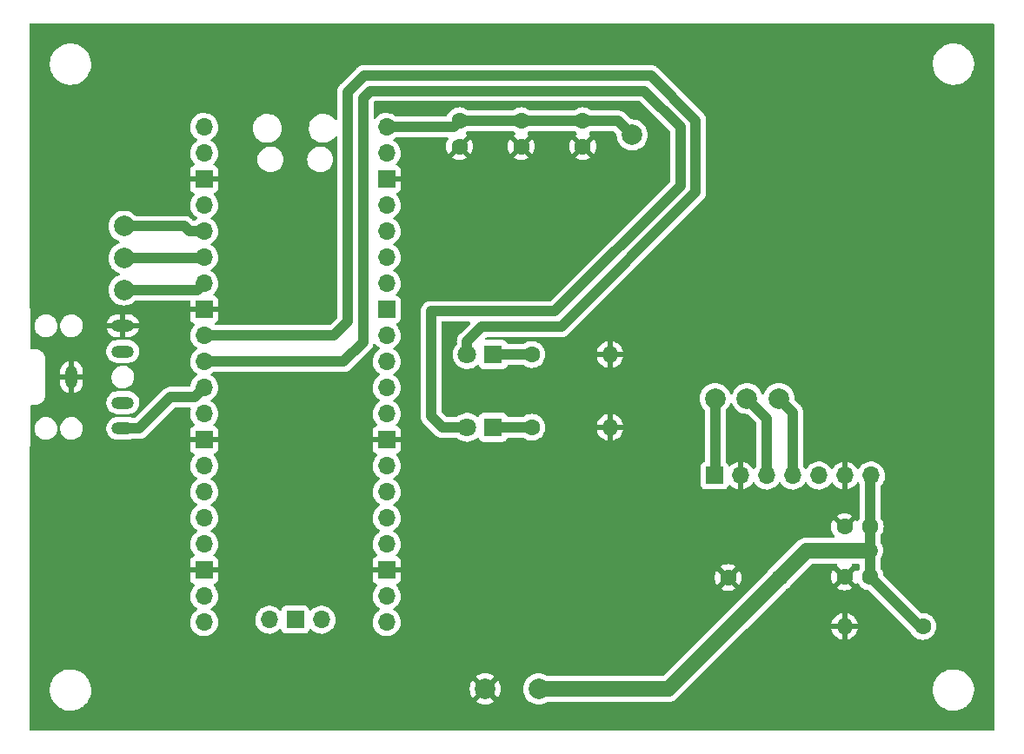
<source format=gbr>
%TF.GenerationSoftware,KiCad,Pcbnew,6.0.11-2627ca5db0~126~ubuntu22.04.1*%
%TF.CreationDate,2023-04-29T14:36:28+03:00*%
%TF.ProjectId,telephonica,74656c65-7068-46f6-9e69-63612e6b6963,0.0.1*%
%TF.SameCoordinates,PX1312d00PY1312d00*%
%TF.FileFunction,Copper,L2,Bot*%
%TF.FilePolarity,Positive*%
%FSLAX46Y46*%
G04 Gerber Fmt 4.6, Leading zero omitted, Abs format (unit mm)*
G04 Created by KiCad (PCBNEW 6.0.11-2627ca5db0~126~ubuntu22.04.1) date 2023-04-29 14:36:28*
%MOMM*%
%LPD*%
G01*
G04 APERTURE LIST*
%TA.AperFunction,ComponentPad*%
%ADD10O,2.200000X1.200000*%
%TD*%
%TA.AperFunction,ComponentPad*%
%ADD11O,1.200000X2.200000*%
%TD*%
%TA.AperFunction,ComponentPad*%
%ADD12C,1.600000*%
%TD*%
%TA.AperFunction,ComponentPad*%
%ADD13R,1.800000X1.800000*%
%TD*%
%TA.AperFunction,ComponentPad*%
%ADD14C,1.800000*%
%TD*%
%TA.AperFunction,ComponentPad*%
%ADD15O,1.600000X1.600000*%
%TD*%
%TA.AperFunction,ComponentPad*%
%ADD16C,2.000000*%
%TD*%
%TA.AperFunction,ComponentPad*%
%ADD17O,1.700000X1.700000*%
%TD*%
%TA.AperFunction,ComponentPad*%
%ADD18R,1.700000X1.700000*%
%TD*%
%TA.AperFunction,Conductor*%
%ADD19C,1.000000*%
%TD*%
%TA.AperFunction,Conductor*%
%ADD20C,1.500000*%
%TD*%
G04 APERTURE END LIST*
D10*
%TO.P,J1,TN*%
%TO.N,N/C*%
X9600000Y-37500000D03*
%TO.P,J1,T*%
%TO.N,ENABLE*%
X9600000Y-40000000D03*
D11*
%TO.P,J1,S*%
%TO.N,GND*%
X4600000Y-35000000D03*
D10*
%TO.P,J1,RN*%
%TO.N,N/C*%
X9600000Y-32500000D03*
%TO.P,J1,R*%
%TO.N,GND*%
X9600000Y-30000000D03*
%TD*%
D12*
%TO.P,C6,1*%
%TO.N,5V*%
X54400000Y-10020000D03*
%TO.P,C6,2*%
%TO.N,GND*%
X54400000Y-12520000D03*
%TD*%
D13*
%TO.P,D2,1,K*%
%TO.N,Net-(D2-Pad1)*%
X45675000Y-39900000D03*
D14*
%TO.P,D2,2,A*%
%TO.N,GREEN_LED*%
X43135000Y-39900000D03*
%TD*%
D12*
%TO.P,C4,1*%
%TO.N,5V*%
X82390000Y-54475000D03*
%TO.P,C4,2*%
%TO.N,GND*%
X79890000Y-54475000D03*
%TD*%
%TO.P,C3,1*%
%TO.N,5V*%
X73565000Y-54550000D03*
%TO.P,C3,2*%
%TO.N,GND*%
X68565000Y-54550000D03*
%TD*%
%TO.P,R3,1*%
%TO.N,5V*%
X87510000Y-59300000D03*
D15*
%TO.P,R3,2*%
%TO.N,GND*%
X79890000Y-59300000D03*
%TD*%
D16*
%TO.P,,1*%
%TO.N,PICO_RX*%
X9700000Y-26500000D03*
%TD*%
D17*
%TO.P,U1,1,GPIO0*%
%TO.N,unconnected-(U1-Pad1)*%
X17510000Y-10625000D03*
%TO.P,U1,2,GPIO1*%
%TO.N,unconnected-(U1-Pad2)*%
X17510000Y-13165000D03*
D18*
%TO.P,U1,3,GND*%
%TO.N,GND*%
X17510000Y-15705000D03*
D17*
%TO.P,U1,4,GPIO2*%
%TO.N,unconnected-(U1-Pad4)*%
X17510000Y-18245000D03*
%TO.P,U1,5,GPIO3*%
%TO.N,RST*%
X17510000Y-20785000D03*
%TO.P,U1,6,GPIO4*%
%TO.N,PICO_TX*%
X17510000Y-23325000D03*
%TO.P,U1,7,GPIO5*%
%TO.N,PICO_RX*%
X17510000Y-25865000D03*
D18*
%TO.P,U1,8,GND*%
%TO.N,GND*%
X17510000Y-28405000D03*
D17*
%TO.P,U1,9,GPIO6*%
%TO.N,RED_LED*%
X17510000Y-30945000D03*
%TO.P,U1,10,GPIO7*%
%TO.N,GREEN_LED*%
X17510000Y-33485000D03*
%TO.P,U1,11,GPIO8*%
%TO.N,ENABLE*%
X17510000Y-36025000D03*
%TO.P,U1,12,GPIO9*%
%TO.N,unconnected-(U1-Pad12)*%
X17510000Y-38565000D03*
D18*
%TO.P,U1,13,GND*%
%TO.N,GND*%
X17510000Y-41105000D03*
D17*
%TO.P,U1,14,GPIO10*%
%TO.N,unconnected-(U1-Pad14)*%
X17510000Y-43645000D03*
%TO.P,U1,15,GPIO11*%
%TO.N,unconnected-(U1-Pad15)*%
X17510000Y-46185000D03*
%TO.P,U1,16,GPIO12*%
%TO.N,unconnected-(U1-Pad16)*%
X17510000Y-48725000D03*
%TO.P,U1,17,GPIO13*%
%TO.N,unconnected-(U1-Pad17)*%
X17510000Y-51265000D03*
D18*
%TO.P,U1,18,GND*%
%TO.N,GND*%
X17510000Y-53805000D03*
D17*
%TO.P,U1,19,GPIO14*%
%TO.N,unconnected-(U1-Pad19)*%
X17510000Y-56345000D03*
%TO.P,U1,20,GPIO15*%
%TO.N,unconnected-(U1-Pad20)*%
X17510000Y-58885000D03*
%TO.P,U1,21,GPIO16*%
%TO.N,unconnected-(U1-Pad21)*%
X35290000Y-58885000D03*
%TO.P,U1,22,GPIO17*%
%TO.N,unconnected-(U1-Pad22)*%
X35290000Y-56345000D03*
D18*
%TO.P,U1,23,GND*%
%TO.N,GND*%
X35290000Y-53805000D03*
D17*
%TO.P,U1,24,GPIO18*%
%TO.N,unconnected-(U1-Pad24)*%
X35290000Y-51265000D03*
%TO.P,U1,25,GPIO19*%
%TO.N,unconnected-(U1-Pad25)*%
X35290000Y-48725000D03*
%TO.P,U1,26,GPIO20*%
%TO.N,unconnected-(U1-Pad26)*%
X35290000Y-46185000D03*
%TO.P,U1,27,GPIO21*%
%TO.N,unconnected-(U1-Pad27)*%
X35290000Y-43645000D03*
D18*
%TO.P,U1,28,GND*%
%TO.N,GND*%
X35290000Y-41105000D03*
D17*
%TO.P,U1,29,GPIO22*%
%TO.N,unconnected-(U1-Pad29)*%
X35290000Y-38565000D03*
%TO.P,U1,30,RUN*%
%TO.N,unconnected-(U1-Pad30)*%
X35290000Y-36025000D03*
%TO.P,U1,31,GPIO26_ADC0*%
%TO.N,unconnected-(U1-Pad31)*%
X35290000Y-33485000D03*
%TO.P,U1,32,GPIO27_ADC1*%
%TO.N,unconnected-(U1-Pad32)*%
X35290000Y-30945000D03*
D18*
%TO.P,U1,33,AGND*%
%TO.N,unconnected-(U1-Pad33)*%
X35290000Y-28405000D03*
D17*
%TO.P,U1,34,GPIO28_ADC2*%
%TO.N,unconnected-(U1-Pad34)*%
X35290000Y-25865000D03*
%TO.P,U1,35,ADC_VREF*%
%TO.N,unconnected-(U1-Pad35)*%
X35290000Y-23325000D03*
%TO.P,U1,36,3V3*%
%TO.N,unconnected-(U1-Pad36)*%
X35290000Y-20785000D03*
%TO.P,U1,37,3V3_EN*%
%TO.N,unconnected-(U1-Pad37)*%
X35290000Y-18245000D03*
D18*
%TO.P,U1,38,GND*%
%TO.N,GND*%
X35290000Y-15705000D03*
D17*
%TO.P,U1,39,VSYS*%
%TO.N,unconnected-(U1-Pad39)*%
X35290000Y-13165000D03*
%TO.P,U1,40,VBUS*%
%TO.N,5V*%
X35290000Y-10625000D03*
%TO.P,U1,41,SWCLK*%
%TO.N,unconnected-(U1-Pad41)*%
X23860000Y-58655000D03*
D18*
%TO.P,U1,42,GND*%
%TO.N,unconnected-(U1-Pad42)*%
X26400000Y-58655000D03*
D17*
%TO.P,U1,43,SWDIO*%
%TO.N,unconnected-(U1-Pad43)*%
X28940000Y-58655000D03*
%TD*%
D12*
%TO.P,C5,1*%
%TO.N,5V*%
X42400000Y-10020000D03*
%TO.P,C5,2*%
%TO.N,GND*%
X42400000Y-12520000D03*
%TD*%
D16*
%TO.P,REF\u002A\u002A,1*%
%TO.N,5V*%
X59200000Y-11400000D03*
%TD*%
%TO.P,,1*%
%TO.N,RST*%
X9700000Y-20300000D03*
%TD*%
%TO.P,,1*%
%TO.N,PICO_RX*%
X73500000Y-37100000D03*
%TD*%
D12*
%TO.P,C2,1*%
%TO.N,5V*%
X48400000Y-10020000D03*
%TO.P,C2,2*%
%TO.N,GND*%
X48400000Y-12520000D03*
%TD*%
D16*
%TO.P,,1*%
%TO.N,RST*%
X67300000Y-37100000D03*
%TD*%
%TO.P,,1*%
%TO.N,PICO_TX*%
X70400000Y-37100000D03*
%TD*%
D13*
%TO.P,D1,1,K*%
%TO.N,Net-(D1-Pad1)*%
X45675000Y-32800000D03*
D14*
%TO.P,D1,2,A*%
%TO.N,RED_LED*%
X43135000Y-32800000D03*
%TD*%
D12*
%TO.P,R1,1*%
%TO.N,Net-(D1-Pad1)*%
X49425000Y-32800000D03*
D15*
%TO.P,R1,2*%
%TO.N,GND*%
X57045000Y-32800000D03*
%TD*%
D12*
%TO.P,C1,1*%
%TO.N,5V*%
X82390000Y-49600000D03*
%TO.P,C1,2*%
%TO.N,GND*%
X79890000Y-49600000D03*
%TD*%
D16*
%TO.P,REF\u002A\u002A,1*%
%TO.N,5V*%
X50099999Y-65400000D03*
%TD*%
D12*
%TO.P,R2,1*%
%TO.N,Net-(D2-Pad1)*%
X49425000Y-39900000D03*
D15*
%TO.P,R2,2*%
%TO.N,GND*%
X57045000Y-39900000D03*
%TD*%
D16*
%TO.P,,1*%
%TO.N,PICO_TX*%
X9700000Y-23400000D03*
%TD*%
%TO.P,REF\u002A\u002A,1*%
%TO.N,GND*%
X44899999Y-65400000D03*
%TD*%
D18*
%TO.P,J2,1,Pin_1*%
%TO.N,RST*%
X67240000Y-44600000D03*
D17*
%TO.P,J2,2,Pin_2*%
%TO.N,GND*%
X69780000Y-44600000D03*
%TO.P,J2,3,Pin_3*%
%TO.N,PICO_TX*%
X72320000Y-44600000D03*
%TO.P,J2,4,Pin_4*%
%TO.N,PICO_RX*%
X74860000Y-44600000D03*
%TO.P,J2,5,Pin_5*%
%TO.N,unconnected-(J2-Pad5)*%
X77400000Y-44600000D03*
%TO.P,J2,6,Pin_6*%
%TO.N,GND*%
X79940000Y-44600000D03*
%TO.P,J2,7,Pin_7*%
%TO.N,5V*%
X82480000Y-44600000D03*
%TD*%
D19*
%TO.N,ENABLE*%
X9600000Y-40000000D02*
X11200000Y-40000000D01*
%TO.N,5V*%
X82390000Y-49600000D02*
X82390000Y-44690000D01*
X59200000Y-11400000D02*
X57820000Y-10020000D01*
X82390000Y-44690000D02*
X82480000Y-44600000D01*
X42400000Y-10020000D02*
X48400000Y-10020000D01*
X57820000Y-10020000D02*
X54400000Y-10020000D01*
X87215000Y-59300000D02*
X82390000Y-54475000D01*
X41795000Y-10625000D02*
X42400000Y-10020000D01*
D20*
X62715000Y-65400000D02*
X73565000Y-54550000D01*
X76205000Y-51910000D02*
X82390000Y-51910000D01*
D19*
X48400000Y-10020000D02*
X54400000Y-10020000D01*
D20*
X50099999Y-65400000D02*
X62715000Y-65400000D01*
D19*
X82390000Y-51910000D02*
X82390000Y-49600000D01*
D20*
X73565000Y-54550000D02*
X76205000Y-51910000D01*
D19*
X82390000Y-54475000D02*
X82390000Y-51910000D01*
X87510000Y-59300000D02*
X87215000Y-59300000D01*
X35290000Y-10625000D02*
X41795000Y-10625000D01*
%TO.N,Net-(D1-Pad1)*%
X45675000Y-32800000D02*
X49425000Y-32800000D01*
%TO.N,RED_LED*%
X31489340Y-29610660D02*
X31489340Y-7189340D01*
X65400000Y-17000000D02*
X52300000Y-30100000D01*
X44562208Y-30100000D02*
X43135000Y-31527208D01*
X52300000Y-30100000D02*
X44562208Y-30100000D01*
X17510000Y-30945000D02*
X30155000Y-30945000D01*
X61021320Y-5600000D02*
X65400000Y-9978680D01*
X30155000Y-30945000D02*
X31489340Y-29610660D01*
X65400000Y-9978680D02*
X65400000Y-17000000D01*
X33078680Y-5600000D02*
X61021320Y-5600000D01*
X31489340Y-7189340D02*
X33078680Y-5600000D01*
X43135000Y-31527208D02*
X43135000Y-32800000D01*
%TO.N,Net-(D2-Pad1)*%
X45675000Y-39900000D02*
X49425000Y-39900000D01*
%TO.N,GREEN_LED*%
X43135000Y-39900000D02*
X40700000Y-39900000D01*
X22530000Y-33500000D02*
X22515000Y-33485000D01*
X51678680Y-28600000D02*
X63900000Y-16378680D01*
X33700000Y-7100000D02*
X33000000Y-7800000D01*
X33000000Y-31600000D02*
X31100000Y-33500000D01*
X33000000Y-7800000D02*
X33000000Y-31600000D01*
X63900000Y-10600000D02*
X60400000Y-7100000D01*
X63900000Y-16378680D02*
X63900000Y-10600000D01*
X39600000Y-28600000D02*
X51678680Y-28600000D01*
X60400000Y-7100000D02*
X33700000Y-7100000D01*
X40700000Y-39900000D02*
X39600000Y-38800000D01*
X31100000Y-33500000D02*
X22530000Y-33500000D01*
X39600000Y-38800000D02*
X39600000Y-28600000D01*
X22515000Y-33485000D02*
X17510000Y-33485000D01*
%TO.N,ENABLE*%
X17510000Y-36025000D02*
X16585000Y-36950000D01*
X16585000Y-36950000D02*
X14250000Y-36950000D01*
X14250000Y-36950000D02*
X11200000Y-40000000D01*
X9600000Y-40000000D02*
X9100000Y-40000000D01*
%TO.N,RST*%
X17510000Y-20785000D02*
X16052258Y-20785000D01*
X15567258Y-20300000D02*
X9700000Y-20300000D01*
X16052258Y-20785000D02*
X15567258Y-20300000D01*
X67300000Y-44540000D02*
X67240000Y-44600000D01*
X67300000Y-37100000D02*
X67300000Y-44540000D01*
%TO.N,PICO_TX*%
X17435000Y-23400000D02*
X17510000Y-23325000D01*
X9700000Y-23400000D02*
X17435000Y-23400000D01*
X72320000Y-39020000D02*
X72320000Y-44600000D01*
X70400000Y-37100000D02*
X72320000Y-39020000D01*
%TO.N,PICO_RX*%
X16875000Y-26500000D02*
X17510000Y-25865000D01*
X9700000Y-26500000D02*
X16875000Y-26500000D01*
X74860000Y-38460000D02*
X74860000Y-44600000D01*
X73500000Y-37100000D02*
X74860000Y-38460000D01*
%TD*%
%TA.AperFunction,Conductor*%
%TO.N,GND*%
G36*
X94433621Y-528502D02*
G01*
X94480114Y-582158D01*
X94491500Y-634500D01*
X94491500Y-69365500D01*
X94471498Y-69433621D01*
X94417842Y-69480114D01*
X94365500Y-69491500D01*
X634500Y-69491500D01*
X566379Y-69471498D01*
X519886Y-69417842D01*
X508500Y-69365500D01*
X508500Y-65429733D01*
X2487822Y-65429733D01*
X2487975Y-65434121D01*
X2487975Y-65434127D01*
X2495218Y-65641524D01*
X2497625Y-65710458D01*
X2498387Y-65714781D01*
X2498388Y-65714788D01*
X2522164Y-65849624D01*
X2546402Y-65987087D01*
X2633203Y-66254235D01*
X2635131Y-66258188D01*
X2635133Y-66258193D01*
X2650362Y-66289416D01*
X2756340Y-66506702D01*
X2758795Y-66510341D01*
X2758798Y-66510347D01*
X2807076Y-66581921D01*
X2913415Y-66739576D01*
X3101371Y-66948322D01*
X3316550Y-67128879D01*
X3554764Y-67277731D01*
X3811375Y-67391982D01*
X4081390Y-67469407D01*
X4085740Y-67470018D01*
X4085743Y-67470019D01*
X4188690Y-67484487D01*
X4359552Y-67508500D01*
X4570146Y-67508500D01*
X4572332Y-67508347D01*
X4572336Y-67508347D01*
X4775827Y-67494118D01*
X4775832Y-67494117D01*
X4780212Y-67493811D01*
X5054970Y-67435409D01*
X5059099Y-67433906D01*
X5059103Y-67433905D01*
X5314781Y-67340846D01*
X5314785Y-67340844D01*
X5318926Y-67339337D01*
X5566942Y-67207464D01*
X5671896Y-67131211D01*
X5790629Y-67044947D01*
X5790632Y-67044944D01*
X5794192Y-67042358D01*
X5996252Y-66847231D01*
X6145796Y-66655822D01*
X6163885Y-66632670D01*
X44032159Y-66632670D01*
X44037886Y-66640320D01*
X44209041Y-66745205D01*
X44217836Y-66749687D01*
X44427987Y-66836734D01*
X44437372Y-66839783D01*
X44658553Y-66892885D01*
X44668300Y-66894428D01*
X44895069Y-66912275D01*
X44904929Y-66912275D01*
X45131698Y-66894428D01*
X45141445Y-66892885D01*
X45362626Y-66839783D01*
X45372011Y-66836734D01*
X45582162Y-66749687D01*
X45590957Y-66745205D01*
X45758444Y-66642568D01*
X45767906Y-66632110D01*
X45764123Y-66623334D01*
X44912811Y-65772022D01*
X44898867Y-65764408D01*
X44897034Y-65764539D01*
X44890419Y-65768790D01*
X44038919Y-66620290D01*
X44032159Y-66632670D01*
X6163885Y-66632670D01*
X6166481Y-66629347D01*
X6166482Y-66629346D01*
X6169188Y-66625882D01*
X6171384Y-66622078D01*
X6171389Y-66622071D01*
X6303756Y-66392804D01*
X6309636Y-66382619D01*
X6414862Y-66122176D01*
X6415928Y-66117901D01*
X6481753Y-65853893D01*
X6481754Y-65853888D01*
X6482817Y-65849624D01*
X6491774Y-65764408D01*
X6511719Y-65574636D01*
X6511719Y-65574633D01*
X6512178Y-65570267D01*
X6506567Y-65409580D01*
X6506405Y-65404930D01*
X43387724Y-65404930D01*
X43405571Y-65631699D01*
X43407114Y-65641446D01*
X43460216Y-65862627D01*
X43463265Y-65872012D01*
X43550312Y-66082163D01*
X43554794Y-66090958D01*
X43657431Y-66258445D01*
X43667889Y-66267907D01*
X43676665Y-66264124D01*
X44527977Y-65412812D01*
X44534355Y-65401132D01*
X45264407Y-65401132D01*
X45264538Y-65402965D01*
X45268789Y-65409580D01*
X46120289Y-66261080D01*
X46132669Y-66267840D01*
X46140319Y-66262113D01*
X46245204Y-66090958D01*
X46249686Y-66082163D01*
X46336733Y-65872012D01*
X46339782Y-65862627D01*
X46392884Y-65641446D01*
X46394427Y-65631699D01*
X46412274Y-65404930D01*
X46412274Y-65400000D01*
X48586834Y-65400000D01*
X48605464Y-65636711D01*
X48606618Y-65641518D01*
X48606619Y-65641524D01*
X48636121Y-65764408D01*
X48660894Y-65867594D01*
X48662787Y-65872165D01*
X48662788Y-65872167D01*
X48749771Y-66082163D01*
X48751759Y-66086963D01*
X48754345Y-66091183D01*
X48873240Y-66285202D01*
X48873244Y-66285208D01*
X48875823Y-66289416D01*
X49030030Y-66469969D01*
X49210583Y-66624176D01*
X49214791Y-66626755D01*
X49214797Y-66626759D01*
X49273087Y-66662479D01*
X49413036Y-66748240D01*
X49417606Y-66750133D01*
X49417610Y-66750135D01*
X49627832Y-66837211D01*
X49632405Y-66839105D01*
X49712608Y-66858360D01*
X49858475Y-66893380D01*
X49858481Y-66893381D01*
X49863288Y-66894535D01*
X50099999Y-66913165D01*
X50336710Y-66894535D01*
X50341517Y-66893381D01*
X50341523Y-66893380D01*
X50487390Y-66858360D01*
X50567593Y-66839105D01*
X50572166Y-66837211D01*
X50782388Y-66750135D01*
X50782392Y-66750133D01*
X50786962Y-66748240D01*
X50791182Y-66745654D01*
X50791192Y-66745649D01*
X50903105Y-66677068D01*
X50968940Y-66658500D01*
X62623604Y-66658500D01*
X62640051Y-66659578D01*
X62656516Y-66661746D01*
X62656520Y-66661746D01*
X62662086Y-66662479D01*
X62743489Y-66658640D01*
X62749424Y-66658500D01*
X62771999Y-66658500D01*
X62797989Y-66656181D01*
X62803248Y-66655822D01*
X62886488Y-66651896D01*
X62891947Y-66650646D01*
X62891952Y-66650645D01*
X62903970Y-66647892D01*
X62920899Y-66645211D01*
X62938762Y-66643617D01*
X62944178Y-66642135D01*
X62944180Y-66642135D01*
X63019133Y-66621630D01*
X63024251Y-66620344D01*
X63100000Y-66602995D01*
X63100002Y-66602994D01*
X63105470Y-66601742D01*
X63115970Y-66597263D01*
X63121967Y-66594706D01*
X63138142Y-66589073D01*
X63150039Y-66585818D01*
X63150043Y-66585817D01*
X63155451Y-66584337D01*
X63230667Y-66548461D01*
X63235476Y-66546290D01*
X63306949Y-66515804D01*
X63306950Y-66515804D01*
X63312109Y-66513603D01*
X63327110Y-66503749D01*
X63342025Y-66495346D01*
X63358218Y-66487622D01*
X63362769Y-66484352D01*
X63362772Y-66484350D01*
X63425881Y-66439001D01*
X63430232Y-66436011D01*
X63496010Y-66392804D01*
X63496018Y-66392798D01*
X63499874Y-66390265D01*
X63520662Y-66371743D01*
X63530939Y-66363510D01*
X63540654Y-66356529D01*
X63615063Y-66279745D01*
X63616452Y-66278335D01*
X64465054Y-65429733D01*
X88487822Y-65429733D01*
X88487975Y-65434121D01*
X88487975Y-65434127D01*
X88495218Y-65641524D01*
X88497625Y-65710458D01*
X88498387Y-65714781D01*
X88498388Y-65714788D01*
X88522164Y-65849624D01*
X88546402Y-65987087D01*
X88633203Y-66254235D01*
X88635131Y-66258188D01*
X88635133Y-66258193D01*
X88650362Y-66289416D01*
X88756340Y-66506702D01*
X88758795Y-66510341D01*
X88758798Y-66510347D01*
X88807076Y-66581921D01*
X88913415Y-66739576D01*
X89101371Y-66948322D01*
X89316550Y-67128879D01*
X89554764Y-67277731D01*
X89811375Y-67391982D01*
X90081390Y-67469407D01*
X90085740Y-67470018D01*
X90085743Y-67470019D01*
X90188690Y-67484487D01*
X90359552Y-67508500D01*
X90570146Y-67508500D01*
X90572332Y-67508347D01*
X90572336Y-67508347D01*
X90775827Y-67494118D01*
X90775832Y-67494117D01*
X90780212Y-67493811D01*
X91054970Y-67435409D01*
X91059099Y-67433906D01*
X91059103Y-67433905D01*
X91314781Y-67340846D01*
X91314785Y-67340844D01*
X91318926Y-67339337D01*
X91566942Y-67207464D01*
X91671896Y-67131211D01*
X91790629Y-67044947D01*
X91790632Y-67044944D01*
X91794192Y-67042358D01*
X91996252Y-66847231D01*
X92145796Y-66655822D01*
X92166481Y-66629347D01*
X92166482Y-66629346D01*
X92169188Y-66625882D01*
X92171384Y-66622078D01*
X92171389Y-66622071D01*
X92303756Y-66392804D01*
X92309636Y-66382619D01*
X92414862Y-66122176D01*
X92415928Y-66117901D01*
X92481753Y-65853893D01*
X92481754Y-65853888D01*
X92482817Y-65849624D01*
X92491774Y-65764408D01*
X92511719Y-65574636D01*
X92511719Y-65574633D01*
X92512178Y-65570267D01*
X92506567Y-65409580D01*
X92502529Y-65293939D01*
X92502528Y-65293933D01*
X92502375Y-65289542D01*
X92478608Y-65154749D01*
X92454360Y-65017236D01*
X92453598Y-65012913D01*
X92366797Y-64745765D01*
X92353066Y-64717611D01*
X92302320Y-64613569D01*
X92243660Y-64493298D01*
X92241205Y-64489659D01*
X92241202Y-64489653D01*
X92133535Y-64330031D01*
X92086585Y-64260424D01*
X91898629Y-64051678D01*
X91683450Y-63871121D01*
X91445236Y-63722269D01*
X91188625Y-63608018D01*
X90918610Y-63530593D01*
X90914260Y-63529982D01*
X90914257Y-63529981D01*
X90811310Y-63515513D01*
X90640448Y-63491500D01*
X90429854Y-63491500D01*
X90427668Y-63491653D01*
X90427664Y-63491653D01*
X90224173Y-63505882D01*
X90224168Y-63505883D01*
X90219788Y-63506189D01*
X89945030Y-63564591D01*
X89940901Y-63566094D01*
X89940897Y-63566095D01*
X89685219Y-63659154D01*
X89685215Y-63659156D01*
X89681074Y-63660663D01*
X89433058Y-63792536D01*
X89429499Y-63795122D01*
X89429497Y-63795123D01*
X89275353Y-63907115D01*
X89205808Y-63957642D01*
X89003748Y-64152769D01*
X88830812Y-64374118D01*
X88828616Y-64377922D01*
X88828611Y-64377929D01*
X88752023Y-64510584D01*
X88690364Y-64617381D01*
X88585138Y-64877824D01*
X88584073Y-64882097D01*
X88584072Y-64882099D01*
X88545835Y-65035461D01*
X88517183Y-65150376D01*
X88516724Y-65154744D01*
X88516723Y-65154749D01*
X88491066Y-65398868D01*
X88487822Y-65429733D01*
X64465054Y-65429733D01*
X70328266Y-59566522D01*
X78607273Y-59566522D01*
X78654764Y-59743761D01*
X78658510Y-59754053D01*
X78750586Y-59951511D01*
X78756069Y-59961007D01*
X78881028Y-60139467D01*
X78888084Y-60147875D01*
X79042125Y-60301916D01*
X79050533Y-60308972D01*
X79228993Y-60433931D01*
X79238489Y-60439414D01*
X79435947Y-60531490D01*
X79446239Y-60535236D01*
X79618503Y-60581394D01*
X79632599Y-60581058D01*
X79636000Y-60573116D01*
X79636000Y-60567967D01*
X80144000Y-60567967D01*
X80147973Y-60581498D01*
X80156522Y-60582727D01*
X80333761Y-60535236D01*
X80344053Y-60531490D01*
X80541511Y-60439414D01*
X80551007Y-60433931D01*
X80729467Y-60308972D01*
X80737875Y-60301916D01*
X80891916Y-60147875D01*
X80898972Y-60139467D01*
X81023931Y-59961007D01*
X81029414Y-59951511D01*
X81121490Y-59754053D01*
X81125236Y-59743761D01*
X81171394Y-59571497D01*
X81171058Y-59557401D01*
X81163116Y-59554000D01*
X80162115Y-59554000D01*
X80146876Y-59558475D01*
X80145671Y-59559865D01*
X80144000Y-59567548D01*
X80144000Y-60567967D01*
X79636000Y-60567967D01*
X79636000Y-59572115D01*
X79631525Y-59556876D01*
X79630135Y-59555671D01*
X79622452Y-59554000D01*
X78622033Y-59554000D01*
X78608502Y-59557973D01*
X78607273Y-59566522D01*
X70328266Y-59566522D01*
X70866285Y-59028503D01*
X78608606Y-59028503D01*
X78608942Y-59042599D01*
X78616884Y-59046000D01*
X79617885Y-59046000D01*
X79633124Y-59041525D01*
X79634329Y-59040135D01*
X79636000Y-59032452D01*
X79636000Y-59027885D01*
X80144000Y-59027885D01*
X80148475Y-59043124D01*
X80149865Y-59044329D01*
X80157548Y-59046000D01*
X81157967Y-59046000D01*
X81171498Y-59042027D01*
X81172727Y-59033478D01*
X81125236Y-58856239D01*
X81121490Y-58845947D01*
X81029414Y-58648489D01*
X81023931Y-58638993D01*
X80898972Y-58460533D01*
X80891916Y-58452125D01*
X80737875Y-58298084D01*
X80729467Y-58291028D01*
X80551007Y-58166069D01*
X80541511Y-58160586D01*
X80344053Y-58068510D01*
X80333761Y-58064764D01*
X80161497Y-58018606D01*
X80147401Y-58018942D01*
X80144000Y-58026884D01*
X80144000Y-59027885D01*
X79636000Y-59027885D01*
X79636000Y-58032033D01*
X79632027Y-58018502D01*
X79623478Y-58017273D01*
X79446239Y-58064764D01*
X79435947Y-58068510D01*
X79238489Y-58160586D01*
X79228993Y-58166069D01*
X79050533Y-58291028D01*
X79042125Y-58298084D01*
X78888084Y-58452125D01*
X78881028Y-58460533D01*
X78756069Y-58638993D01*
X78750586Y-58648489D01*
X78658510Y-58845947D01*
X78654764Y-58856239D01*
X78608606Y-59028503D01*
X70866285Y-59028503D01*
X74178899Y-55715889D01*
X74212046Y-55692678D01*
X74212000Y-55692598D01*
X74212915Y-55692070D01*
X74214742Y-55690790D01*
X74221749Y-55687523D01*
X74328860Y-55612523D01*
X74402354Y-55561062D01*
X79168493Y-55561062D01*
X79177789Y-55573077D01*
X79228994Y-55608931D01*
X79238489Y-55614414D01*
X79435947Y-55706490D01*
X79446239Y-55710236D01*
X79656688Y-55766625D01*
X79667481Y-55768528D01*
X79884525Y-55787517D01*
X79895475Y-55787517D01*
X80112519Y-55768528D01*
X80123312Y-55766625D01*
X80333761Y-55710236D01*
X80344053Y-55706490D01*
X80541511Y-55614414D01*
X80551006Y-55608931D01*
X80603048Y-55572491D01*
X80611424Y-55562012D01*
X80604356Y-55548566D01*
X79902812Y-54847022D01*
X79888868Y-54839408D01*
X79887035Y-54839539D01*
X79880420Y-54843790D01*
X79174923Y-55549287D01*
X79168493Y-55561062D01*
X74402354Y-55561062D01*
X74404789Y-55559357D01*
X74404792Y-55559355D01*
X74409300Y-55556198D01*
X74571198Y-55394300D01*
X74601456Y-55351088D01*
X74699366Y-55211257D01*
X74702523Y-55206749D01*
X74704848Y-55201763D01*
X74704852Y-55201756D01*
X74705792Y-55199740D01*
X74707068Y-55197918D01*
X74707599Y-55196998D01*
X74707679Y-55197044D01*
X74730891Y-55163896D01*
X75414312Y-54480475D01*
X78577483Y-54480475D01*
X78596472Y-54697519D01*
X78598375Y-54708312D01*
X78654764Y-54918761D01*
X78658510Y-54929053D01*
X78750586Y-55126511D01*
X78756069Y-55136006D01*
X78792509Y-55188048D01*
X78802988Y-55196424D01*
X78816434Y-55189356D01*
X79517978Y-54487812D01*
X79525592Y-54473868D01*
X79525461Y-54472035D01*
X79521210Y-54465420D01*
X78815713Y-53759923D01*
X78803938Y-53753493D01*
X78791923Y-53762789D01*
X78756069Y-53813994D01*
X78750586Y-53823489D01*
X78658510Y-54020947D01*
X78654764Y-54031239D01*
X78598375Y-54241688D01*
X78596472Y-54252481D01*
X78577483Y-54469525D01*
X78577483Y-54480475D01*
X75414312Y-54480475D01*
X76689382Y-53205405D01*
X76751694Y-53171379D01*
X76778477Y-53168500D01*
X79081997Y-53168500D01*
X79150118Y-53188502D01*
X79196611Y-53242158D01*
X79206715Y-53312432D01*
X79180420Y-53373170D01*
X79168576Y-53387988D01*
X79175644Y-53401434D01*
X79877188Y-54102978D01*
X79891132Y-54110592D01*
X79892965Y-54110461D01*
X79899580Y-54106210D01*
X80605077Y-53400713D01*
X80611507Y-53388938D01*
X80598093Y-53371600D01*
X80572230Y-53305481D01*
X80586219Y-53235876D01*
X80635619Y-53184884D01*
X80697751Y-53168500D01*
X81255500Y-53168500D01*
X81323621Y-53188502D01*
X81370114Y-53242158D01*
X81381500Y-53294500D01*
X81381500Y-53594260D01*
X81358713Y-53666531D01*
X81252477Y-53818251D01*
X81250153Y-53823235D01*
X81248829Y-53825528D01*
X81197447Y-53874521D01*
X81127733Y-53887957D01*
X81061822Y-53861571D01*
X81030591Y-53825528D01*
X81023934Y-53813998D01*
X80987491Y-53761952D01*
X80977012Y-53753576D01*
X80963566Y-53760644D01*
X80262022Y-54462188D01*
X80254408Y-54476132D01*
X80254539Y-54477965D01*
X80258790Y-54484580D01*
X80964287Y-55190077D01*
X80976062Y-55196507D01*
X80988077Y-55187211D01*
X81023934Y-55136002D01*
X81030591Y-55124472D01*
X81081973Y-55075479D01*
X81151687Y-55062042D01*
X81217598Y-55088429D01*
X81248829Y-55124472D01*
X81250153Y-55126765D01*
X81252477Y-55131749D01*
X81255631Y-55136253D01*
X81361355Y-55287242D01*
X81383802Y-55319300D01*
X81545700Y-55481198D01*
X81550208Y-55484355D01*
X81550211Y-55484357D01*
X81628389Y-55539098D01*
X81733251Y-55612523D01*
X81738233Y-55614846D01*
X81738238Y-55614849D01*
X81932835Y-55705590D01*
X81940757Y-55709284D01*
X81946065Y-55710706D01*
X81946067Y-55710707D01*
X81965407Y-55715889D01*
X82161913Y-55768543D01*
X82220769Y-55773692D01*
X82286887Y-55799555D01*
X82298883Y-55810118D01*
X86292952Y-59804187D01*
X86318052Y-59840033D01*
X86372477Y-59956749D01*
X86503802Y-60144300D01*
X86665700Y-60306198D01*
X86670208Y-60309355D01*
X86670211Y-60309357D01*
X86748389Y-60364098D01*
X86853251Y-60437523D01*
X86858233Y-60439846D01*
X86858238Y-60439849D01*
X87054765Y-60531490D01*
X87060757Y-60534284D01*
X87066065Y-60535706D01*
X87066067Y-60535707D01*
X87276598Y-60592119D01*
X87276600Y-60592119D01*
X87281913Y-60593543D01*
X87510000Y-60613498D01*
X87738087Y-60593543D01*
X87743400Y-60592119D01*
X87743402Y-60592119D01*
X87953933Y-60535707D01*
X87953935Y-60535706D01*
X87959243Y-60534284D01*
X87965235Y-60531490D01*
X88161762Y-60439849D01*
X88161767Y-60439846D01*
X88166749Y-60437523D01*
X88271611Y-60364098D01*
X88349789Y-60309357D01*
X88349792Y-60309355D01*
X88354300Y-60306198D01*
X88516198Y-60144300D01*
X88647523Y-59956749D01*
X88649847Y-59951765D01*
X88649849Y-59951762D01*
X88741961Y-59754225D01*
X88741961Y-59754224D01*
X88744284Y-59749243D01*
X88761314Y-59685689D01*
X88802119Y-59533402D01*
X88802119Y-59533400D01*
X88803543Y-59528087D01*
X88823498Y-59300000D01*
X88803543Y-59071913D01*
X88793244Y-59033478D01*
X88745707Y-58856067D01*
X88745706Y-58856065D01*
X88744284Y-58850757D01*
X88658841Y-58667522D01*
X88649849Y-58648238D01*
X88649846Y-58648233D01*
X88647523Y-58643251D01*
X88516198Y-58455700D01*
X88354300Y-58293802D01*
X88349792Y-58290645D01*
X88349789Y-58290643D01*
X88230907Y-58207401D01*
X88166749Y-58162477D01*
X88161767Y-58160154D01*
X88161762Y-58160151D01*
X87964225Y-58068039D01*
X87964224Y-58068039D01*
X87959243Y-58065716D01*
X87953935Y-58064294D01*
X87953933Y-58064293D01*
X87743402Y-58007881D01*
X87743400Y-58007881D01*
X87738087Y-58006457D01*
X87510000Y-57986502D01*
X87504525Y-57986981D01*
X87400928Y-57996044D01*
X87331323Y-57982054D01*
X87300852Y-57959618D01*
X83725118Y-54383884D01*
X83691092Y-54321572D01*
X83688692Y-54305770D01*
X83684022Y-54252392D01*
X83683543Y-54246913D01*
X83633639Y-54060671D01*
X83625707Y-54031067D01*
X83625706Y-54031065D01*
X83624284Y-54025757D01*
X83621961Y-54020775D01*
X83529849Y-53823238D01*
X83529846Y-53823233D01*
X83527523Y-53818251D01*
X83421287Y-53666531D01*
X83398500Y-53594260D01*
X83398500Y-52704156D01*
X83419918Y-52633880D01*
X83494164Y-52523390D01*
X83497290Y-52518738D01*
X83587588Y-52313033D01*
X83595088Y-52281796D01*
X83638722Y-52100046D01*
X83638722Y-52100045D01*
X83640032Y-52094589D01*
X83652173Y-51884020D01*
X83652640Y-51875917D01*
X83652640Y-51875914D01*
X83652963Y-51870310D01*
X83625975Y-51647285D01*
X83559918Y-51432565D01*
X83473432Y-51265000D01*
X83459454Y-51237919D01*
X83459454Y-51237918D01*
X83456882Y-51232936D01*
X83424537Y-51190783D01*
X83398937Y-51124562D01*
X83398500Y-51114079D01*
X83398500Y-50480740D01*
X83421287Y-50408469D01*
X83524366Y-50261257D01*
X83527523Y-50256749D01*
X83529846Y-50251767D01*
X83529849Y-50251762D01*
X83621961Y-50054225D01*
X83621961Y-50054224D01*
X83624284Y-50049243D01*
X83635240Y-50008357D01*
X83682119Y-49833402D01*
X83682119Y-49833400D01*
X83683543Y-49828087D01*
X83703498Y-49600000D01*
X83683543Y-49371913D01*
X83645907Y-49231453D01*
X83625707Y-49156067D01*
X83625706Y-49156065D01*
X83624284Y-49150757D01*
X83618067Y-49137425D01*
X83529849Y-48948238D01*
X83529846Y-48948233D01*
X83527523Y-48943251D01*
X83421287Y-48791531D01*
X83398500Y-48719260D01*
X83398500Y-45654988D01*
X83418502Y-45586867D01*
X83435560Y-45565737D01*
X83441000Y-45560316D01*
X83518096Y-45483489D01*
X83648453Y-45302077D01*
X83661995Y-45274678D01*
X83745136Y-45106453D01*
X83745137Y-45106451D01*
X83747430Y-45101811D01*
X83785544Y-44976364D01*
X83810865Y-44893023D01*
X83810865Y-44893021D01*
X83812370Y-44888069D01*
X83841529Y-44666590D01*
X83843156Y-44600000D01*
X83824852Y-44377361D01*
X83770431Y-44160702D01*
X83681354Y-43955840D01*
X83602995Y-43834715D01*
X83562822Y-43772617D01*
X83562820Y-43772614D01*
X83560014Y-43768277D01*
X83409670Y-43603051D01*
X83405619Y-43599852D01*
X83405615Y-43599848D01*
X83238414Y-43467800D01*
X83238410Y-43467798D01*
X83234359Y-43464598D01*
X83198028Y-43444542D01*
X83157846Y-43422361D01*
X83038789Y-43356638D01*
X83033920Y-43354914D01*
X83033916Y-43354912D01*
X82833087Y-43283795D01*
X82833083Y-43283794D01*
X82828212Y-43282069D01*
X82823119Y-43281162D01*
X82823116Y-43281161D01*
X82613373Y-43243800D01*
X82613367Y-43243799D01*
X82608284Y-43242894D01*
X82534452Y-43241992D01*
X82390081Y-43240228D01*
X82390079Y-43240228D01*
X82384911Y-43240165D01*
X82164091Y-43273955D01*
X81951756Y-43343357D01*
X81753607Y-43446507D01*
X81749474Y-43449610D01*
X81749471Y-43449612D01*
X81579100Y-43577530D01*
X81574965Y-43580635D01*
X81571393Y-43584373D01*
X81446651Y-43714908D01*
X81420629Y-43742138D01*
X81313204Y-43899618D01*
X81312898Y-43900066D01*
X81257987Y-43945069D01*
X81187462Y-43953240D01*
X81123715Y-43921986D01*
X81103018Y-43897502D01*
X81022426Y-43772926D01*
X81016136Y-43764757D01*
X80872806Y-43607240D01*
X80865273Y-43600215D01*
X80698139Y-43468222D01*
X80689552Y-43462517D01*
X80503117Y-43359599D01*
X80493705Y-43355369D01*
X80292959Y-43284280D01*
X80282988Y-43281646D01*
X80211837Y-43268972D01*
X80198540Y-43270432D01*
X80194000Y-43284989D01*
X80194000Y-45918517D01*
X80198064Y-45932359D01*
X80211478Y-45934393D01*
X80218184Y-45933534D01*
X80228262Y-45931392D01*
X80432255Y-45870191D01*
X80441842Y-45866433D01*
X80633095Y-45772739D01*
X80641945Y-45767464D01*
X80815328Y-45643792D01*
X80823200Y-45637139D01*
X80974052Y-45486812D01*
X80980730Y-45478965D01*
X81108022Y-45301819D01*
X81109279Y-45302722D01*
X81156373Y-45259362D01*
X81226311Y-45247145D01*
X81291751Y-45274678D01*
X81319579Y-45306511D01*
X81362933Y-45377258D01*
X81381500Y-45443093D01*
X81381500Y-48719260D01*
X81358713Y-48791531D01*
X81252477Y-48943251D01*
X81250153Y-48948235D01*
X81248829Y-48950528D01*
X81197447Y-48999521D01*
X81127733Y-49012957D01*
X81061822Y-48986571D01*
X81030591Y-48950528D01*
X81023934Y-48938998D01*
X80987491Y-48886952D01*
X80977012Y-48878576D01*
X80963566Y-48885644D01*
X79979095Y-49870115D01*
X79916783Y-49904141D01*
X79845968Y-49899076D01*
X79800905Y-49870115D01*
X78815713Y-48884923D01*
X78803938Y-48878493D01*
X78791923Y-48887789D01*
X78756069Y-48938994D01*
X78750586Y-48948489D01*
X78658510Y-49145947D01*
X78654764Y-49156239D01*
X78598375Y-49366688D01*
X78596472Y-49377481D01*
X78577483Y-49594525D01*
X78577483Y-49605475D01*
X78596472Y-49822519D01*
X78598375Y-49833312D01*
X78654764Y-50043761D01*
X78658510Y-50054053D01*
X78750586Y-50251511D01*
X78756069Y-50261007D01*
X78881033Y-50439473D01*
X78885256Y-50444506D01*
X78913723Y-50509545D01*
X78902507Y-50579651D01*
X78855171Y-50632563D01*
X78788737Y-50651500D01*
X76296396Y-50651500D01*
X76279949Y-50650422D01*
X76279270Y-50650333D01*
X76257914Y-50647521D01*
X76252314Y-50647785D01*
X76252313Y-50647785D01*
X76176504Y-50651360D01*
X76170569Y-50651500D01*
X76148001Y-50651500D01*
X76145218Y-50651748D01*
X76145204Y-50651749D01*
X76122023Y-50653818D01*
X76116760Y-50654177D01*
X76087342Y-50655564D01*
X76033512Y-50658103D01*
X76016023Y-50662108D01*
X75999104Y-50664788D01*
X75994618Y-50665189D01*
X75981238Y-50666383D01*
X75975830Y-50667862D01*
X75975827Y-50667863D01*
X75900870Y-50688369D01*
X75895752Y-50689655D01*
X75838946Y-50702666D01*
X75814530Y-50708258D01*
X75798037Y-50715293D01*
X75781855Y-50720928D01*
X75769967Y-50724180D01*
X75769958Y-50724183D01*
X75764549Y-50725663D01*
X75759486Y-50728078D01*
X75759475Y-50728082D01*
X75689343Y-50761534D01*
X75684542Y-50763702D01*
X75607892Y-50796396D01*
X75603204Y-50799475D01*
X75603203Y-50799476D01*
X75592900Y-50806244D01*
X75577971Y-50814656D01*
X75561782Y-50822378D01*
X75557226Y-50825652D01*
X75557224Y-50825653D01*
X75494122Y-50870997D01*
X75489771Y-50873987D01*
X75423992Y-50917195D01*
X75423987Y-50917199D01*
X75420126Y-50919735D01*
X75416675Y-50922810D01*
X75399346Y-50938249D01*
X75389055Y-50946494D01*
X75383907Y-50950193D01*
X75383903Y-50950197D01*
X75379346Y-50953471D01*
X75375439Y-50957503D01*
X75304968Y-51030223D01*
X75303579Y-51031633D01*
X72951101Y-53384111D01*
X72917954Y-53407322D01*
X72918000Y-53407402D01*
X72917085Y-53407930D01*
X72915258Y-53409210D01*
X72908251Y-53412477D01*
X72851080Y-53452509D01*
X72725211Y-53540643D01*
X72725208Y-53540645D01*
X72720700Y-53543802D01*
X72558802Y-53705700D01*
X72555645Y-53710208D01*
X72555643Y-53710211D01*
X72520330Y-53760644D01*
X72427477Y-53893251D01*
X72425152Y-53898237D01*
X72425148Y-53898244D01*
X72424208Y-53900260D01*
X72422932Y-53902082D01*
X72422401Y-53903002D01*
X72422321Y-53902956D01*
X72399109Y-53936104D01*
X62230617Y-64104595D01*
X62168305Y-64138621D01*
X62141522Y-64141500D01*
X50968940Y-64141500D01*
X50903105Y-64122932D01*
X50791192Y-64054351D01*
X50791181Y-64054345D01*
X50786962Y-64051760D01*
X50782392Y-64049867D01*
X50782388Y-64049865D01*
X50572166Y-63962789D01*
X50572164Y-63962788D01*
X50567593Y-63960895D01*
X50487390Y-63941640D01*
X50341523Y-63906620D01*
X50341517Y-63906619D01*
X50336710Y-63905465D01*
X50099999Y-63886835D01*
X49863288Y-63905465D01*
X49858481Y-63906619D01*
X49858475Y-63906620D01*
X49712608Y-63941640D01*
X49632405Y-63960895D01*
X49627834Y-63962788D01*
X49627832Y-63962789D01*
X49417610Y-64049865D01*
X49417606Y-64049867D01*
X49413036Y-64051760D01*
X49408816Y-64054346D01*
X49214797Y-64173241D01*
X49214791Y-64173245D01*
X49210583Y-64175824D01*
X49030030Y-64330031D01*
X48875823Y-64510584D01*
X48873244Y-64514792D01*
X48873240Y-64514798D01*
X48812713Y-64613569D01*
X48751759Y-64713037D01*
X48749866Y-64717607D01*
X48749864Y-64717611D01*
X48662788Y-64927833D01*
X48660894Y-64932406D01*
X48605464Y-65163289D01*
X48586834Y-65400000D01*
X46412274Y-65400000D01*
X46412274Y-65395070D01*
X46394427Y-65168301D01*
X46392884Y-65158554D01*
X46339782Y-64937373D01*
X46336733Y-64927988D01*
X46249686Y-64717837D01*
X46245204Y-64709042D01*
X46142567Y-64541555D01*
X46132109Y-64532093D01*
X46123333Y-64535876D01*
X45272021Y-65387188D01*
X45264407Y-65401132D01*
X44534355Y-65401132D01*
X44535591Y-65398868D01*
X44535460Y-65397035D01*
X44531209Y-65390420D01*
X43679709Y-64538920D01*
X43667329Y-64532160D01*
X43659679Y-64537887D01*
X43554794Y-64709042D01*
X43550312Y-64717837D01*
X43463265Y-64927988D01*
X43460216Y-64937373D01*
X43407114Y-65158554D01*
X43405571Y-65168301D01*
X43387724Y-65395070D01*
X43387724Y-65404930D01*
X6506405Y-65404930D01*
X6502529Y-65293939D01*
X6502528Y-65293933D01*
X6502375Y-65289542D01*
X6478608Y-65154749D01*
X6454360Y-65017236D01*
X6453598Y-65012913D01*
X6366797Y-64745765D01*
X6353066Y-64717611D01*
X6302320Y-64613569D01*
X6243660Y-64493298D01*
X6241205Y-64489659D01*
X6241202Y-64489653D01*
X6133535Y-64330031D01*
X6086585Y-64260424D01*
X6003267Y-64167890D01*
X44032092Y-64167890D01*
X44035875Y-64176666D01*
X44887187Y-65027978D01*
X44901131Y-65035592D01*
X44902964Y-65035461D01*
X44909579Y-65031210D01*
X45761079Y-64179710D01*
X45767839Y-64167330D01*
X45762112Y-64159680D01*
X45590957Y-64054795D01*
X45582162Y-64050313D01*
X45372011Y-63963266D01*
X45362626Y-63960217D01*
X45141445Y-63907115D01*
X45131698Y-63905572D01*
X44904929Y-63887725D01*
X44895069Y-63887725D01*
X44668300Y-63905572D01*
X44658553Y-63907115D01*
X44437372Y-63960217D01*
X44427987Y-63963266D01*
X44217836Y-64050313D01*
X44209041Y-64054795D01*
X44041554Y-64157432D01*
X44032092Y-64167890D01*
X6003267Y-64167890D01*
X5898629Y-64051678D01*
X5683450Y-63871121D01*
X5445236Y-63722269D01*
X5188625Y-63608018D01*
X4918610Y-63530593D01*
X4914260Y-63529982D01*
X4914257Y-63529981D01*
X4811310Y-63515513D01*
X4640448Y-63491500D01*
X4429854Y-63491500D01*
X4427668Y-63491653D01*
X4427664Y-63491653D01*
X4224173Y-63505882D01*
X4224168Y-63505883D01*
X4219788Y-63506189D01*
X3945030Y-63564591D01*
X3940901Y-63566094D01*
X3940897Y-63566095D01*
X3685219Y-63659154D01*
X3685215Y-63659156D01*
X3681074Y-63660663D01*
X3433058Y-63792536D01*
X3429499Y-63795122D01*
X3429497Y-63795123D01*
X3275353Y-63907115D01*
X3205808Y-63957642D01*
X3003748Y-64152769D01*
X2830812Y-64374118D01*
X2828616Y-64377922D01*
X2828611Y-64377929D01*
X2752023Y-64510584D01*
X2690364Y-64617381D01*
X2585138Y-64877824D01*
X2584073Y-64882097D01*
X2584072Y-64882099D01*
X2545835Y-65035461D01*
X2517183Y-65150376D01*
X2516724Y-65154744D01*
X2516723Y-65154749D01*
X2491066Y-65398868D01*
X2487822Y-65429733D01*
X508500Y-65429733D01*
X508500Y-58851695D01*
X16147251Y-58851695D01*
X16147548Y-58856848D01*
X16147548Y-58856851D01*
X16158358Y-59044329D01*
X16160110Y-59074715D01*
X16161247Y-59079761D01*
X16161248Y-59079767D01*
X16181119Y-59167939D01*
X16209222Y-59292639D01*
X16293266Y-59499616D01*
X16328355Y-59556876D01*
X16375213Y-59633341D01*
X16409987Y-59690088D01*
X16556250Y-59858938D01*
X16728126Y-60001632D01*
X16921000Y-60114338D01*
X17129692Y-60194030D01*
X17134760Y-60195061D01*
X17134763Y-60195062D01*
X17242017Y-60216883D01*
X17348597Y-60238567D01*
X17353772Y-60238757D01*
X17353774Y-60238757D01*
X17566673Y-60246564D01*
X17566677Y-60246564D01*
X17571837Y-60246753D01*
X17576957Y-60246097D01*
X17576959Y-60246097D01*
X17788288Y-60219025D01*
X17788289Y-60219025D01*
X17793416Y-60218368D01*
X17798366Y-60216883D01*
X18002429Y-60155661D01*
X18002434Y-60155659D01*
X18007384Y-60154174D01*
X18207994Y-60055896D01*
X18389860Y-59926173D01*
X18431842Y-59884338D01*
X18490488Y-59825896D01*
X18548096Y-59768489D01*
X18560157Y-59751705D01*
X18675435Y-59591277D01*
X18678453Y-59587077D01*
X18695336Y-59552918D01*
X18775136Y-59391453D01*
X18775137Y-59391451D01*
X18777430Y-59386811D01*
X18842370Y-59173069D01*
X18871529Y-58951590D01*
X18873156Y-58885000D01*
X18854852Y-58662361D01*
X18844637Y-58621695D01*
X22497251Y-58621695D01*
X22497548Y-58626848D01*
X22497548Y-58626851D01*
X22503011Y-58721590D01*
X22510110Y-58844715D01*
X22511247Y-58849761D01*
X22511248Y-58849767D01*
X22519947Y-58888365D01*
X22559222Y-59062639D01*
X22643266Y-59269616D01*
X22658530Y-59294525D01*
X22717928Y-59391453D01*
X22759987Y-59460088D01*
X22906250Y-59628938D01*
X23078126Y-59771632D01*
X23271000Y-59884338D01*
X23479692Y-59964030D01*
X23484760Y-59965061D01*
X23484763Y-59965062D01*
X23592017Y-59986883D01*
X23698597Y-60008567D01*
X23703772Y-60008757D01*
X23703774Y-60008757D01*
X23916673Y-60016564D01*
X23916677Y-60016564D01*
X23921837Y-60016753D01*
X23926957Y-60016097D01*
X23926959Y-60016097D01*
X24138288Y-59989025D01*
X24138289Y-59989025D01*
X24143416Y-59988368D01*
X24148366Y-59986883D01*
X24352429Y-59925661D01*
X24352434Y-59925659D01*
X24357384Y-59924174D01*
X24557994Y-59825896D01*
X24739860Y-59696173D01*
X24848091Y-59588319D01*
X24910462Y-59554404D01*
X24981268Y-59559592D01*
X25038030Y-59602238D01*
X25055012Y-59633341D01*
X25078567Y-59696173D01*
X25099385Y-59751705D01*
X25186739Y-59868261D01*
X25303295Y-59955615D01*
X25439684Y-60006745D01*
X25501866Y-60013500D01*
X27298134Y-60013500D01*
X27360316Y-60006745D01*
X27496705Y-59955615D01*
X27613261Y-59868261D01*
X27700615Y-59751705D01*
X27721433Y-59696173D01*
X27744598Y-59634382D01*
X27787240Y-59577618D01*
X27853802Y-59552918D01*
X27923150Y-59568126D01*
X27957817Y-59596114D01*
X27986250Y-59628938D01*
X28158126Y-59771632D01*
X28351000Y-59884338D01*
X28559692Y-59964030D01*
X28564760Y-59965061D01*
X28564763Y-59965062D01*
X28672017Y-59986883D01*
X28778597Y-60008567D01*
X28783772Y-60008757D01*
X28783774Y-60008757D01*
X28996673Y-60016564D01*
X28996677Y-60016564D01*
X29001837Y-60016753D01*
X29006957Y-60016097D01*
X29006959Y-60016097D01*
X29218288Y-59989025D01*
X29218289Y-59989025D01*
X29223416Y-59988368D01*
X29228366Y-59986883D01*
X29432429Y-59925661D01*
X29432434Y-59925659D01*
X29437384Y-59924174D01*
X29637994Y-59825896D01*
X29819860Y-59696173D01*
X29825967Y-59690088D01*
X29925123Y-59591277D01*
X29978096Y-59538489D01*
X29981752Y-59533402D01*
X30105435Y-59361277D01*
X30108453Y-59357077D01*
X30142793Y-59287596D01*
X30205136Y-59161453D01*
X30205137Y-59161451D01*
X30207430Y-59156811D01*
X30272370Y-58943069D01*
X30284400Y-58851695D01*
X33927251Y-58851695D01*
X33927548Y-58856848D01*
X33927548Y-58856851D01*
X33938358Y-59044329D01*
X33940110Y-59074715D01*
X33941247Y-59079761D01*
X33941248Y-59079767D01*
X33961119Y-59167939D01*
X33989222Y-59292639D01*
X34073266Y-59499616D01*
X34108355Y-59556876D01*
X34155213Y-59633341D01*
X34189987Y-59690088D01*
X34336250Y-59858938D01*
X34508126Y-60001632D01*
X34701000Y-60114338D01*
X34909692Y-60194030D01*
X34914760Y-60195061D01*
X34914763Y-60195062D01*
X35022017Y-60216883D01*
X35128597Y-60238567D01*
X35133772Y-60238757D01*
X35133774Y-60238757D01*
X35346673Y-60246564D01*
X35346677Y-60246564D01*
X35351837Y-60246753D01*
X35356957Y-60246097D01*
X35356959Y-60246097D01*
X35568288Y-60219025D01*
X35568289Y-60219025D01*
X35573416Y-60218368D01*
X35578366Y-60216883D01*
X35782429Y-60155661D01*
X35782434Y-60155659D01*
X35787384Y-60154174D01*
X35987994Y-60055896D01*
X36169860Y-59926173D01*
X36211842Y-59884338D01*
X36270488Y-59825896D01*
X36328096Y-59768489D01*
X36340157Y-59751705D01*
X36455435Y-59591277D01*
X36458453Y-59587077D01*
X36475336Y-59552918D01*
X36555136Y-59391453D01*
X36555137Y-59391451D01*
X36557430Y-59386811D01*
X36622370Y-59173069D01*
X36651529Y-58951590D01*
X36653156Y-58885000D01*
X36634852Y-58662361D01*
X36580431Y-58445702D01*
X36491354Y-58240840D01*
X36378061Y-58065716D01*
X36372822Y-58057617D01*
X36372820Y-58057614D01*
X36370014Y-58053277D01*
X36219670Y-57888051D01*
X36215619Y-57884852D01*
X36215615Y-57884848D01*
X36048414Y-57752800D01*
X36048410Y-57752798D01*
X36044359Y-57749598D01*
X36003053Y-57726796D01*
X35953084Y-57676364D01*
X35938312Y-57606921D01*
X35963428Y-57540516D01*
X35990780Y-57513909D01*
X36034603Y-57482650D01*
X36169860Y-57386173D01*
X36196355Y-57359771D01*
X36324435Y-57232137D01*
X36328096Y-57228489D01*
X36387594Y-57145689D01*
X36455435Y-57051277D01*
X36458453Y-57047077D01*
X36557430Y-56846811D01*
X36622370Y-56633069D01*
X36651529Y-56411590D01*
X36653156Y-56345000D01*
X36634852Y-56122361D01*
X36580431Y-55905702D01*
X36491354Y-55700840D01*
X36449447Y-55636062D01*
X67843493Y-55636062D01*
X67852789Y-55648077D01*
X67903994Y-55683931D01*
X67913489Y-55689414D01*
X68110947Y-55781490D01*
X68121239Y-55785236D01*
X68331688Y-55841625D01*
X68342481Y-55843528D01*
X68559525Y-55862517D01*
X68570475Y-55862517D01*
X68787519Y-55843528D01*
X68798312Y-55841625D01*
X69008761Y-55785236D01*
X69019053Y-55781490D01*
X69216511Y-55689414D01*
X69226006Y-55683931D01*
X69278048Y-55647491D01*
X69286424Y-55637012D01*
X69279356Y-55623566D01*
X68577812Y-54922022D01*
X68563868Y-54914408D01*
X68562035Y-54914539D01*
X68555420Y-54918790D01*
X67849923Y-55624287D01*
X67843493Y-55636062D01*
X36449447Y-55636062D01*
X36435724Y-55614849D01*
X36372822Y-55517617D01*
X36372820Y-55517614D01*
X36370014Y-55513277D01*
X36366540Y-55509459D01*
X36366533Y-55509450D01*
X36222435Y-55351088D01*
X36191383Y-55287242D01*
X36199779Y-55216744D01*
X36244956Y-55161976D01*
X36271400Y-55148307D01*
X36378052Y-55108325D01*
X36393649Y-55099786D01*
X36495724Y-55023285D01*
X36508285Y-55010724D01*
X36584786Y-54908649D01*
X36593324Y-54893054D01*
X36638478Y-54772606D01*
X36642105Y-54757351D01*
X36647631Y-54706486D01*
X36648000Y-54699672D01*
X36648000Y-54555475D01*
X67252483Y-54555475D01*
X67271472Y-54772519D01*
X67273375Y-54783312D01*
X67329764Y-54993761D01*
X67333510Y-55004053D01*
X67425586Y-55201511D01*
X67431069Y-55211006D01*
X67467509Y-55263048D01*
X67477988Y-55271424D01*
X67491434Y-55264356D01*
X68192978Y-54562812D01*
X68199356Y-54551132D01*
X68929408Y-54551132D01*
X68929539Y-54552965D01*
X68933790Y-54559580D01*
X69639287Y-55265077D01*
X69651062Y-55271507D01*
X69663077Y-55262211D01*
X69698931Y-55211006D01*
X69704414Y-55201511D01*
X69796490Y-55004053D01*
X69800236Y-54993761D01*
X69856625Y-54783312D01*
X69858528Y-54772519D01*
X69877517Y-54555475D01*
X69877517Y-54544525D01*
X69858528Y-54327481D01*
X69856625Y-54316688D01*
X69800236Y-54106239D01*
X69796490Y-54095947D01*
X69704414Y-53898489D01*
X69698931Y-53888994D01*
X69662491Y-53836952D01*
X69652012Y-53828576D01*
X69638566Y-53835644D01*
X68937022Y-54537188D01*
X68929408Y-54551132D01*
X68199356Y-54551132D01*
X68200592Y-54548868D01*
X68200461Y-54547035D01*
X68196210Y-54540420D01*
X67490713Y-53834923D01*
X67478938Y-53828493D01*
X67466923Y-53837789D01*
X67431069Y-53888994D01*
X67425586Y-53898489D01*
X67333510Y-54095947D01*
X67329764Y-54106239D01*
X67273375Y-54316688D01*
X67271472Y-54327481D01*
X67252483Y-54544525D01*
X67252483Y-54555475D01*
X36648000Y-54555475D01*
X36648000Y-54077115D01*
X36643525Y-54061876D01*
X36642135Y-54060671D01*
X36634452Y-54059000D01*
X33950116Y-54059000D01*
X33934877Y-54063475D01*
X33933672Y-54064865D01*
X33932001Y-54072548D01*
X33932001Y-54699669D01*
X33932371Y-54706490D01*
X33937895Y-54757352D01*
X33941521Y-54772604D01*
X33986676Y-54893054D01*
X33995214Y-54908649D01*
X34071715Y-55010724D01*
X34084276Y-55023285D01*
X34186351Y-55099786D01*
X34201946Y-55108324D01*
X34310827Y-55149142D01*
X34367591Y-55191784D01*
X34392291Y-55258345D01*
X34377083Y-55327694D01*
X34357691Y-55354175D01*
X34323658Y-55389789D01*
X34230629Y-55487138D01*
X34227715Y-55491410D01*
X34227714Y-55491411D01*
X34180201Y-55561062D01*
X34104743Y-55671680D01*
X34084222Y-55715889D01*
X34016160Y-55862517D01*
X34010688Y-55874305D01*
X33950989Y-56089570D01*
X33927251Y-56311695D01*
X33927548Y-56316848D01*
X33927548Y-56316851D01*
X33933011Y-56411590D01*
X33940110Y-56534715D01*
X33941247Y-56539761D01*
X33941248Y-56539767D01*
X33961119Y-56627939D01*
X33989222Y-56752639D01*
X34073266Y-56959616D01*
X34189987Y-57150088D01*
X34336250Y-57318938D01*
X34508126Y-57461632D01*
X34572276Y-57499118D01*
X34581445Y-57504476D01*
X34630169Y-57556114D01*
X34643240Y-57625897D01*
X34616509Y-57691669D01*
X34576055Y-57725027D01*
X34563607Y-57731507D01*
X34559474Y-57734610D01*
X34559471Y-57734612D01*
X34435600Y-57827617D01*
X34384965Y-57865635D01*
X34381393Y-57869373D01*
X34241665Y-58015590D01*
X34230629Y-58027138D01*
X34227715Y-58031410D01*
X34227714Y-58031411D01*
X34204962Y-58064764D01*
X34104743Y-58211680D01*
X34064636Y-58298084D01*
X34017528Y-58399570D01*
X34010688Y-58414305D01*
X33950989Y-58629570D01*
X33927251Y-58851695D01*
X30284400Y-58851695D01*
X30301529Y-58721590D01*
X30303156Y-58655000D01*
X30284852Y-58432361D01*
X30230431Y-58215702D01*
X30141354Y-58010840D01*
X30020014Y-57823277D01*
X29869670Y-57658051D01*
X29865619Y-57654852D01*
X29865615Y-57654848D01*
X29698414Y-57522800D01*
X29698410Y-57522798D01*
X29694359Y-57519598D01*
X29684054Y-57513909D01*
X29583366Y-57458327D01*
X29498789Y-57411638D01*
X29493920Y-57409914D01*
X29493916Y-57409912D01*
X29293087Y-57338795D01*
X29293083Y-57338794D01*
X29288212Y-57337069D01*
X29283119Y-57336162D01*
X29283116Y-57336161D01*
X29073373Y-57298800D01*
X29073367Y-57298799D01*
X29068284Y-57297894D01*
X28994452Y-57296992D01*
X28850081Y-57295228D01*
X28850079Y-57295228D01*
X28844911Y-57295165D01*
X28624091Y-57328955D01*
X28411756Y-57398357D01*
X28213607Y-57501507D01*
X28209474Y-57504610D01*
X28209471Y-57504612D01*
X28044658Y-57628357D01*
X28034965Y-57635635D01*
X27978537Y-57694684D01*
X27954283Y-57720064D01*
X27892759Y-57755494D01*
X27821846Y-57752037D01*
X27764060Y-57710791D01*
X27745207Y-57677243D01*
X27703767Y-57566703D01*
X27700615Y-57558295D01*
X27613261Y-57441739D01*
X27496705Y-57354385D01*
X27360316Y-57303255D01*
X27298134Y-57296500D01*
X25501866Y-57296500D01*
X25439684Y-57303255D01*
X25303295Y-57354385D01*
X25186739Y-57441739D01*
X25099385Y-57558295D01*
X25096233Y-57566703D01*
X25054919Y-57676907D01*
X25012277Y-57733671D01*
X24945716Y-57758371D01*
X24876367Y-57743163D01*
X24843743Y-57717476D01*
X24793151Y-57661875D01*
X24793142Y-57661866D01*
X24789670Y-57658051D01*
X24785619Y-57654852D01*
X24785615Y-57654848D01*
X24618414Y-57522800D01*
X24618410Y-57522798D01*
X24614359Y-57519598D01*
X24604054Y-57513909D01*
X24503366Y-57458327D01*
X24418789Y-57411638D01*
X24413920Y-57409914D01*
X24413916Y-57409912D01*
X24213087Y-57338795D01*
X24213083Y-57338794D01*
X24208212Y-57337069D01*
X24203119Y-57336162D01*
X24203116Y-57336161D01*
X23993373Y-57298800D01*
X23993367Y-57298799D01*
X23988284Y-57297894D01*
X23914452Y-57296992D01*
X23770081Y-57295228D01*
X23770079Y-57295228D01*
X23764911Y-57295165D01*
X23544091Y-57328955D01*
X23331756Y-57398357D01*
X23133607Y-57501507D01*
X23129474Y-57504610D01*
X23129471Y-57504612D01*
X22964658Y-57628357D01*
X22954965Y-57635635D01*
X22916043Y-57676364D01*
X22843729Y-57752037D01*
X22800629Y-57797138D01*
X22797715Y-57801410D01*
X22797714Y-57801411D01*
X22751354Y-57869373D01*
X22674743Y-57981680D01*
X22636177Y-58064764D01*
X22589355Y-58165634D01*
X22580688Y-58184305D01*
X22520989Y-58399570D01*
X22497251Y-58621695D01*
X18844637Y-58621695D01*
X18800431Y-58445702D01*
X18711354Y-58240840D01*
X18598061Y-58065716D01*
X18592822Y-58057617D01*
X18592820Y-58057614D01*
X18590014Y-58053277D01*
X18439670Y-57888051D01*
X18435619Y-57884852D01*
X18435615Y-57884848D01*
X18268414Y-57752800D01*
X18268410Y-57752798D01*
X18264359Y-57749598D01*
X18223053Y-57726796D01*
X18173084Y-57676364D01*
X18158312Y-57606921D01*
X18183428Y-57540516D01*
X18210780Y-57513909D01*
X18254603Y-57482650D01*
X18389860Y-57386173D01*
X18416355Y-57359771D01*
X18544435Y-57232137D01*
X18548096Y-57228489D01*
X18607594Y-57145689D01*
X18675435Y-57051277D01*
X18678453Y-57047077D01*
X18777430Y-56846811D01*
X18842370Y-56633069D01*
X18871529Y-56411590D01*
X18873156Y-56345000D01*
X18854852Y-56122361D01*
X18800431Y-55905702D01*
X18711354Y-55700840D01*
X18655724Y-55614849D01*
X18592822Y-55517617D01*
X18592820Y-55517614D01*
X18590014Y-55513277D01*
X18586540Y-55509459D01*
X18586533Y-55509450D01*
X18442435Y-55351088D01*
X18411383Y-55287242D01*
X18419779Y-55216744D01*
X18464956Y-55161976D01*
X18491400Y-55148307D01*
X18598052Y-55108325D01*
X18613649Y-55099786D01*
X18715724Y-55023285D01*
X18728285Y-55010724D01*
X18804786Y-54908649D01*
X18813324Y-54893054D01*
X18858478Y-54772606D01*
X18862105Y-54757351D01*
X18867631Y-54706486D01*
X18868000Y-54699672D01*
X18868000Y-54077115D01*
X18863525Y-54061876D01*
X18862135Y-54060671D01*
X18854452Y-54059000D01*
X16170116Y-54059000D01*
X16154877Y-54063475D01*
X16153672Y-54064865D01*
X16152001Y-54072548D01*
X16152001Y-54699669D01*
X16152371Y-54706490D01*
X16157895Y-54757352D01*
X16161521Y-54772604D01*
X16206676Y-54893054D01*
X16215214Y-54908649D01*
X16291715Y-55010724D01*
X16304276Y-55023285D01*
X16406351Y-55099786D01*
X16421946Y-55108324D01*
X16530827Y-55149142D01*
X16587591Y-55191784D01*
X16612291Y-55258345D01*
X16597083Y-55327694D01*
X16577691Y-55354175D01*
X16543658Y-55389789D01*
X16450629Y-55487138D01*
X16447715Y-55491410D01*
X16447714Y-55491411D01*
X16400201Y-55561062D01*
X16324743Y-55671680D01*
X16304222Y-55715889D01*
X16236160Y-55862517D01*
X16230688Y-55874305D01*
X16170989Y-56089570D01*
X16147251Y-56311695D01*
X16147548Y-56316848D01*
X16147548Y-56316851D01*
X16153011Y-56411590D01*
X16160110Y-56534715D01*
X16161247Y-56539761D01*
X16161248Y-56539767D01*
X16181119Y-56627939D01*
X16209222Y-56752639D01*
X16293266Y-56959616D01*
X16409987Y-57150088D01*
X16556250Y-57318938D01*
X16728126Y-57461632D01*
X16792276Y-57499118D01*
X16801445Y-57504476D01*
X16850169Y-57556114D01*
X16863240Y-57625897D01*
X16836509Y-57691669D01*
X16796055Y-57725027D01*
X16783607Y-57731507D01*
X16779474Y-57734610D01*
X16779471Y-57734612D01*
X16655600Y-57827617D01*
X16604965Y-57865635D01*
X16601393Y-57869373D01*
X16461665Y-58015590D01*
X16450629Y-58027138D01*
X16447715Y-58031410D01*
X16447714Y-58031411D01*
X16424962Y-58064764D01*
X16324743Y-58211680D01*
X16284636Y-58298084D01*
X16237528Y-58399570D01*
X16230688Y-58414305D01*
X16170989Y-58629570D01*
X16147251Y-58851695D01*
X508500Y-58851695D01*
X508500Y-51231695D01*
X16147251Y-51231695D01*
X16147548Y-51236848D01*
X16147548Y-51236851D01*
X16153011Y-51331590D01*
X16160110Y-51454715D01*
X16161247Y-51459761D01*
X16161248Y-51459767D01*
X16181119Y-51547939D01*
X16209222Y-51672639D01*
X16293266Y-51879616D01*
X16409987Y-52070088D01*
X16556250Y-52238938D01*
X16560225Y-52242238D01*
X16560231Y-52242244D01*
X16565425Y-52246556D01*
X16605059Y-52305460D01*
X16606555Y-52376441D01*
X16569439Y-52436962D01*
X16529168Y-52461480D01*
X16421946Y-52501676D01*
X16406351Y-52510214D01*
X16304276Y-52586715D01*
X16291715Y-52599276D01*
X16215214Y-52701351D01*
X16206676Y-52716946D01*
X16161522Y-52837394D01*
X16157895Y-52852649D01*
X16152369Y-52903514D01*
X16152000Y-52910328D01*
X16152000Y-53532885D01*
X16156475Y-53548124D01*
X16157865Y-53549329D01*
X16165548Y-53551000D01*
X18849884Y-53551000D01*
X18865123Y-53546525D01*
X18866328Y-53545135D01*
X18867999Y-53537452D01*
X18867999Y-52910331D01*
X18867629Y-52903510D01*
X18862105Y-52852648D01*
X18858479Y-52837396D01*
X18813324Y-52716946D01*
X18804786Y-52701351D01*
X18728285Y-52599276D01*
X18715724Y-52586715D01*
X18613649Y-52510214D01*
X18598054Y-52501676D01*
X18487813Y-52460348D01*
X18431049Y-52417706D01*
X18406349Y-52351145D01*
X18421557Y-52281796D01*
X18443104Y-52253115D01*
X18544430Y-52152144D01*
X18544440Y-52152132D01*
X18548096Y-52148489D01*
X18590855Y-52088984D01*
X18675435Y-51971277D01*
X18678453Y-51967077D01*
X18777430Y-51766811D01*
X18842370Y-51553069D01*
X18871529Y-51331590D01*
X18873156Y-51265000D01*
X18870418Y-51231695D01*
X33927251Y-51231695D01*
X33927548Y-51236848D01*
X33927548Y-51236851D01*
X33933011Y-51331590D01*
X33940110Y-51454715D01*
X33941247Y-51459761D01*
X33941248Y-51459767D01*
X33961119Y-51547939D01*
X33989222Y-51672639D01*
X34073266Y-51879616D01*
X34189987Y-52070088D01*
X34336250Y-52238938D01*
X34340225Y-52242238D01*
X34340231Y-52242244D01*
X34345425Y-52246556D01*
X34385059Y-52305460D01*
X34386555Y-52376441D01*
X34349439Y-52436962D01*
X34309168Y-52461480D01*
X34201946Y-52501676D01*
X34186351Y-52510214D01*
X34084276Y-52586715D01*
X34071715Y-52599276D01*
X33995214Y-52701351D01*
X33986676Y-52716946D01*
X33941522Y-52837394D01*
X33937895Y-52852649D01*
X33932369Y-52903514D01*
X33932000Y-52910328D01*
X33932000Y-53532885D01*
X33936475Y-53548124D01*
X33937865Y-53549329D01*
X33945548Y-53551000D01*
X36629884Y-53551000D01*
X36645123Y-53546525D01*
X36646328Y-53545135D01*
X36647999Y-53537452D01*
X36647999Y-53462988D01*
X67843576Y-53462988D01*
X67850644Y-53476434D01*
X68552188Y-54177978D01*
X68566132Y-54185592D01*
X68567965Y-54185461D01*
X68574580Y-54181210D01*
X69280077Y-53475713D01*
X69286507Y-53463938D01*
X69277211Y-53451923D01*
X69226006Y-53416069D01*
X69216511Y-53410586D01*
X69019053Y-53318510D01*
X69008761Y-53314764D01*
X68798312Y-53258375D01*
X68787519Y-53256472D01*
X68570475Y-53237483D01*
X68559525Y-53237483D01*
X68342481Y-53256472D01*
X68331688Y-53258375D01*
X68121239Y-53314764D01*
X68110947Y-53318510D01*
X67913489Y-53410586D01*
X67903994Y-53416069D01*
X67851952Y-53452509D01*
X67843576Y-53462988D01*
X36647999Y-53462988D01*
X36647999Y-52910331D01*
X36647629Y-52903510D01*
X36642105Y-52852648D01*
X36638479Y-52837396D01*
X36593324Y-52716946D01*
X36584786Y-52701351D01*
X36508285Y-52599276D01*
X36495724Y-52586715D01*
X36393649Y-52510214D01*
X36378054Y-52501676D01*
X36267813Y-52460348D01*
X36211049Y-52417706D01*
X36186349Y-52351145D01*
X36201557Y-52281796D01*
X36223104Y-52253115D01*
X36324430Y-52152144D01*
X36324440Y-52152132D01*
X36328096Y-52148489D01*
X36370855Y-52088984D01*
X36455435Y-51971277D01*
X36458453Y-51967077D01*
X36557430Y-51766811D01*
X36622370Y-51553069D01*
X36651529Y-51331590D01*
X36653156Y-51265000D01*
X36634852Y-51042361D01*
X36580431Y-50825702D01*
X36491354Y-50620840D01*
X36400719Y-50480740D01*
X36372822Y-50437617D01*
X36372820Y-50437614D01*
X36370014Y-50433277D01*
X36219670Y-50268051D01*
X36215619Y-50264852D01*
X36215615Y-50264848D01*
X36048414Y-50132800D01*
X36048410Y-50132798D01*
X36044359Y-50129598D01*
X36003053Y-50106796D01*
X35953084Y-50056364D01*
X35938312Y-49986921D01*
X35963428Y-49920516D01*
X35990780Y-49893909D01*
X36034603Y-49862650D01*
X36169860Y-49766173D01*
X36328096Y-49608489D01*
X36387594Y-49525689D01*
X36455435Y-49431277D01*
X36458453Y-49427077D01*
X36488344Y-49366598D01*
X36555136Y-49231453D01*
X36555137Y-49231451D01*
X36557430Y-49226811D01*
X36622370Y-49013069D01*
X36651529Y-48791590D01*
X36653156Y-48725000D01*
X36635726Y-48512988D01*
X79168576Y-48512988D01*
X79175644Y-48526434D01*
X79877188Y-49227978D01*
X79891132Y-49235592D01*
X79892965Y-49235461D01*
X79899580Y-49231210D01*
X80605077Y-48525713D01*
X80611507Y-48513938D01*
X80602211Y-48501923D01*
X80551006Y-48466069D01*
X80541511Y-48460586D01*
X80344053Y-48368510D01*
X80333761Y-48364764D01*
X80123312Y-48308375D01*
X80112519Y-48306472D01*
X79895475Y-48287483D01*
X79884525Y-48287483D01*
X79667481Y-48306472D01*
X79656688Y-48308375D01*
X79446239Y-48364764D01*
X79435947Y-48368510D01*
X79238489Y-48460586D01*
X79228994Y-48466069D01*
X79176952Y-48502509D01*
X79168576Y-48512988D01*
X36635726Y-48512988D01*
X36634852Y-48502361D01*
X36580431Y-48285702D01*
X36491354Y-48080840D01*
X36370014Y-47893277D01*
X36219670Y-47728051D01*
X36215619Y-47724852D01*
X36215615Y-47724848D01*
X36048414Y-47592800D01*
X36048410Y-47592798D01*
X36044359Y-47589598D01*
X36003053Y-47566796D01*
X35953084Y-47516364D01*
X35938312Y-47446921D01*
X35963428Y-47380516D01*
X35990780Y-47353909D01*
X36034603Y-47322650D01*
X36169860Y-47226173D01*
X36328096Y-47068489D01*
X36387594Y-46985689D01*
X36455435Y-46891277D01*
X36458453Y-46887077D01*
X36557430Y-46686811D01*
X36622370Y-46473069D01*
X36651529Y-46251590D01*
X36653156Y-46185000D01*
X36634852Y-45962361D01*
X36580431Y-45745702D01*
X36491354Y-45540840D01*
X36428119Y-45443093D01*
X36372822Y-45357617D01*
X36372820Y-45357614D01*
X36370014Y-45353277D01*
X36219670Y-45188051D01*
X36215619Y-45184852D01*
X36215615Y-45184848D01*
X36048414Y-45052800D01*
X36048410Y-45052798D01*
X36044359Y-45049598D01*
X36003053Y-45026796D01*
X35953084Y-44976364D01*
X35938312Y-44906921D01*
X35963428Y-44840516D01*
X35990780Y-44813909D01*
X36034603Y-44782650D01*
X36169860Y-44686173D01*
X36328096Y-44528489D01*
X36387594Y-44445689D01*
X36455435Y-44351277D01*
X36458453Y-44347077D01*
X36557430Y-44146811D01*
X36589900Y-44039940D01*
X36620865Y-43938023D01*
X36620865Y-43938021D01*
X36622370Y-43933069D01*
X36651529Y-43711590D01*
X36651767Y-43701866D01*
X36653074Y-43648365D01*
X36653074Y-43648361D01*
X36653156Y-43645000D01*
X36634852Y-43422361D01*
X36580431Y-43205702D01*
X36491354Y-43000840D01*
X36370014Y-42813277D01*
X36366540Y-42809459D01*
X36366533Y-42809450D01*
X36222435Y-42651088D01*
X36191383Y-42587242D01*
X36199779Y-42516744D01*
X36244956Y-42461976D01*
X36271400Y-42448307D01*
X36378052Y-42408325D01*
X36393649Y-42399786D01*
X36495724Y-42323285D01*
X36508285Y-42310724D01*
X36584786Y-42208649D01*
X36593324Y-42193054D01*
X36638478Y-42072606D01*
X36642105Y-42057351D01*
X36647631Y-42006486D01*
X36648000Y-41999672D01*
X36648000Y-41377115D01*
X36643525Y-41361876D01*
X36642135Y-41360671D01*
X36634452Y-41359000D01*
X33950116Y-41359000D01*
X33934877Y-41363475D01*
X33933672Y-41364865D01*
X33932001Y-41372548D01*
X33932001Y-41999669D01*
X33932371Y-42006490D01*
X33937895Y-42057352D01*
X33941521Y-42072604D01*
X33986676Y-42193054D01*
X33995214Y-42208649D01*
X34071715Y-42310724D01*
X34084276Y-42323285D01*
X34186351Y-42399786D01*
X34201946Y-42408324D01*
X34310827Y-42449142D01*
X34367591Y-42491784D01*
X34392291Y-42558345D01*
X34377083Y-42627694D01*
X34357691Y-42654175D01*
X34234200Y-42783401D01*
X34230629Y-42787138D01*
X34104743Y-42971680D01*
X34089003Y-43005590D01*
X34018954Y-43156498D01*
X34010688Y-43174305D01*
X33950989Y-43389570D01*
X33927251Y-43611695D01*
X33927548Y-43616848D01*
X33927548Y-43616851D01*
X33936530Y-43772621D01*
X33940110Y-43834715D01*
X33941247Y-43839761D01*
X33941248Y-43839767D01*
X33961119Y-43927939D01*
X33989222Y-44052639D01*
X34073266Y-44259616D01*
X34189987Y-44450088D01*
X34336250Y-44618938D01*
X34508126Y-44761632D01*
X34578595Y-44802811D01*
X34581445Y-44804476D01*
X34630169Y-44856114D01*
X34643240Y-44925897D01*
X34616509Y-44991669D01*
X34576055Y-45025027D01*
X34563607Y-45031507D01*
X34559474Y-45034610D01*
X34559471Y-45034612D01*
X34463788Y-45106453D01*
X34384965Y-45165635D01*
X34230629Y-45327138D01*
X34104743Y-45511680D01*
X34075844Y-45573938D01*
X34018858Y-45696705D01*
X34010688Y-45714305D01*
X33950989Y-45929570D01*
X33927251Y-46151695D01*
X33927548Y-46156848D01*
X33927548Y-46156851D01*
X33933011Y-46251590D01*
X33940110Y-46374715D01*
X33941247Y-46379761D01*
X33941248Y-46379767D01*
X33961119Y-46467939D01*
X33989222Y-46592639D01*
X34073266Y-46799616D01*
X34189987Y-46990088D01*
X34336250Y-47158938D01*
X34508126Y-47301632D01*
X34578595Y-47342811D01*
X34581445Y-47344476D01*
X34630169Y-47396114D01*
X34643240Y-47465897D01*
X34616509Y-47531669D01*
X34576055Y-47565027D01*
X34563607Y-47571507D01*
X34559474Y-47574610D01*
X34559471Y-47574612D01*
X34535247Y-47592800D01*
X34384965Y-47705635D01*
X34230629Y-47867138D01*
X34104743Y-48051680D01*
X34010688Y-48254305D01*
X33950989Y-48469570D01*
X33927251Y-48691695D01*
X33927548Y-48696848D01*
X33927548Y-48696851D01*
X33933007Y-48791531D01*
X33940110Y-48914715D01*
X33941247Y-48919761D01*
X33941248Y-48919767D01*
X33959222Y-48999521D01*
X33989222Y-49132639D01*
X34073266Y-49339616D01*
X34189987Y-49530088D01*
X34336250Y-49698938D01*
X34508126Y-49841632D01*
X34556869Y-49870115D01*
X34581445Y-49884476D01*
X34630169Y-49936114D01*
X34643240Y-50005897D01*
X34616509Y-50071669D01*
X34576055Y-50105027D01*
X34563607Y-50111507D01*
X34559474Y-50114610D01*
X34559471Y-50114612D01*
X34445107Y-50200479D01*
X34384965Y-50245635D01*
X34230629Y-50407138D01*
X34227715Y-50411410D01*
X34227714Y-50411411D01*
X34207522Y-50441012D01*
X34104743Y-50591680D01*
X34072052Y-50662108D01*
X34025900Y-50761534D01*
X34010688Y-50794305D01*
X33950989Y-51009570D01*
X33927251Y-51231695D01*
X18870418Y-51231695D01*
X18854852Y-51042361D01*
X18800431Y-50825702D01*
X18711354Y-50620840D01*
X18620719Y-50480740D01*
X18592822Y-50437617D01*
X18592820Y-50437614D01*
X18590014Y-50433277D01*
X18439670Y-50268051D01*
X18435619Y-50264852D01*
X18435615Y-50264848D01*
X18268414Y-50132800D01*
X18268410Y-50132798D01*
X18264359Y-50129598D01*
X18223053Y-50106796D01*
X18173084Y-50056364D01*
X18158312Y-49986921D01*
X18183428Y-49920516D01*
X18210780Y-49893909D01*
X18254603Y-49862650D01*
X18389860Y-49766173D01*
X18548096Y-49608489D01*
X18607594Y-49525689D01*
X18675435Y-49431277D01*
X18678453Y-49427077D01*
X18708344Y-49366598D01*
X18775136Y-49231453D01*
X18775137Y-49231451D01*
X18777430Y-49226811D01*
X18842370Y-49013069D01*
X18871529Y-48791590D01*
X18873156Y-48725000D01*
X18854852Y-48502361D01*
X18800431Y-48285702D01*
X18711354Y-48080840D01*
X18590014Y-47893277D01*
X18439670Y-47728051D01*
X18435619Y-47724852D01*
X18435615Y-47724848D01*
X18268414Y-47592800D01*
X18268410Y-47592798D01*
X18264359Y-47589598D01*
X18223053Y-47566796D01*
X18173084Y-47516364D01*
X18158312Y-47446921D01*
X18183428Y-47380516D01*
X18210780Y-47353909D01*
X18254603Y-47322650D01*
X18389860Y-47226173D01*
X18548096Y-47068489D01*
X18607594Y-46985689D01*
X18675435Y-46891277D01*
X18678453Y-46887077D01*
X18777430Y-46686811D01*
X18842370Y-46473069D01*
X18871529Y-46251590D01*
X18873156Y-46185000D01*
X18854852Y-45962361D01*
X18800431Y-45745702D01*
X18711354Y-45540840D01*
X18648119Y-45443093D01*
X18592822Y-45357617D01*
X18592820Y-45357614D01*
X18590014Y-45353277D01*
X18439670Y-45188051D01*
X18435619Y-45184852D01*
X18435615Y-45184848D01*
X18268414Y-45052800D01*
X18268410Y-45052798D01*
X18264359Y-45049598D01*
X18223053Y-45026796D01*
X18173084Y-44976364D01*
X18158312Y-44906921D01*
X18183428Y-44840516D01*
X18210780Y-44813909D01*
X18254603Y-44782650D01*
X18389860Y-44686173D01*
X18548096Y-44528489D01*
X18607594Y-44445689D01*
X18675435Y-44351277D01*
X18678453Y-44347077D01*
X18777430Y-44146811D01*
X18809900Y-44039940D01*
X18840865Y-43938023D01*
X18840865Y-43938021D01*
X18842370Y-43933069D01*
X18871529Y-43711590D01*
X18871767Y-43701866D01*
X18873074Y-43648365D01*
X18873074Y-43648361D01*
X18873156Y-43645000D01*
X18854852Y-43422361D01*
X18800431Y-43205702D01*
X18711354Y-43000840D01*
X18590014Y-42813277D01*
X18586540Y-42809459D01*
X18586533Y-42809450D01*
X18442435Y-42651088D01*
X18411383Y-42587242D01*
X18419779Y-42516744D01*
X18464956Y-42461976D01*
X18491400Y-42448307D01*
X18598052Y-42408325D01*
X18613649Y-42399786D01*
X18715724Y-42323285D01*
X18728285Y-42310724D01*
X18804786Y-42208649D01*
X18813324Y-42193054D01*
X18858478Y-42072606D01*
X18862105Y-42057351D01*
X18867631Y-42006486D01*
X18868000Y-41999672D01*
X18868000Y-41377115D01*
X18863525Y-41361876D01*
X18862135Y-41360671D01*
X18854452Y-41359000D01*
X16170116Y-41359000D01*
X16154877Y-41363475D01*
X16153672Y-41364865D01*
X16152001Y-41372548D01*
X16152001Y-41999669D01*
X16152371Y-42006490D01*
X16157895Y-42057352D01*
X16161521Y-42072604D01*
X16206676Y-42193054D01*
X16215214Y-42208649D01*
X16291715Y-42310724D01*
X16304276Y-42323285D01*
X16406351Y-42399786D01*
X16421946Y-42408324D01*
X16530827Y-42449142D01*
X16587591Y-42491784D01*
X16612291Y-42558345D01*
X16597083Y-42627694D01*
X16577691Y-42654175D01*
X16454200Y-42783401D01*
X16450629Y-42787138D01*
X16324743Y-42971680D01*
X16309003Y-43005590D01*
X16238954Y-43156498D01*
X16230688Y-43174305D01*
X16170989Y-43389570D01*
X16147251Y-43611695D01*
X16147548Y-43616848D01*
X16147548Y-43616851D01*
X16156530Y-43772621D01*
X16160110Y-43834715D01*
X16161247Y-43839761D01*
X16161248Y-43839767D01*
X16181119Y-43927939D01*
X16209222Y-44052639D01*
X16293266Y-44259616D01*
X16409987Y-44450088D01*
X16556250Y-44618938D01*
X16728126Y-44761632D01*
X16798595Y-44802811D01*
X16801445Y-44804476D01*
X16850169Y-44856114D01*
X16863240Y-44925897D01*
X16836509Y-44991669D01*
X16796055Y-45025027D01*
X16783607Y-45031507D01*
X16779474Y-45034610D01*
X16779471Y-45034612D01*
X16683788Y-45106453D01*
X16604965Y-45165635D01*
X16450629Y-45327138D01*
X16324743Y-45511680D01*
X16295844Y-45573938D01*
X16238858Y-45696705D01*
X16230688Y-45714305D01*
X16170989Y-45929570D01*
X16147251Y-46151695D01*
X16147548Y-46156848D01*
X16147548Y-46156851D01*
X16153011Y-46251590D01*
X16160110Y-46374715D01*
X16161247Y-46379761D01*
X16161248Y-46379767D01*
X16181119Y-46467939D01*
X16209222Y-46592639D01*
X16293266Y-46799616D01*
X16409987Y-46990088D01*
X16556250Y-47158938D01*
X16728126Y-47301632D01*
X16798595Y-47342811D01*
X16801445Y-47344476D01*
X16850169Y-47396114D01*
X16863240Y-47465897D01*
X16836509Y-47531669D01*
X16796055Y-47565027D01*
X16783607Y-47571507D01*
X16779474Y-47574610D01*
X16779471Y-47574612D01*
X16755247Y-47592800D01*
X16604965Y-47705635D01*
X16450629Y-47867138D01*
X16324743Y-48051680D01*
X16230688Y-48254305D01*
X16170989Y-48469570D01*
X16147251Y-48691695D01*
X16147548Y-48696848D01*
X16147548Y-48696851D01*
X16153007Y-48791531D01*
X16160110Y-48914715D01*
X16161247Y-48919761D01*
X16161248Y-48919767D01*
X16179222Y-48999521D01*
X16209222Y-49132639D01*
X16293266Y-49339616D01*
X16409987Y-49530088D01*
X16556250Y-49698938D01*
X16728126Y-49841632D01*
X16776869Y-49870115D01*
X16801445Y-49884476D01*
X16850169Y-49936114D01*
X16863240Y-50005897D01*
X16836509Y-50071669D01*
X16796055Y-50105027D01*
X16783607Y-50111507D01*
X16779474Y-50114610D01*
X16779471Y-50114612D01*
X16665107Y-50200479D01*
X16604965Y-50245635D01*
X16450629Y-50407138D01*
X16447715Y-50411410D01*
X16447714Y-50411411D01*
X16427522Y-50441012D01*
X16324743Y-50591680D01*
X16292052Y-50662108D01*
X16245900Y-50761534D01*
X16230688Y-50794305D01*
X16170989Y-51009570D01*
X16147251Y-51231695D01*
X508500Y-51231695D01*
X508500Y-41849197D01*
X528174Y-41783413D01*
X529378Y-41782049D01*
X541943Y-41755287D01*
X550263Y-41740309D01*
X561471Y-41723017D01*
X561473Y-41723012D01*
X566352Y-41715485D01*
X568922Y-41706892D01*
X568924Y-41706887D01*
X573711Y-41690880D01*
X580372Y-41673436D01*
X587467Y-41658324D01*
X587468Y-41658322D01*
X591281Y-41650200D01*
X595830Y-41620983D01*
X599613Y-41604268D01*
X605515Y-41584534D01*
X605516Y-41584528D01*
X608086Y-41575934D01*
X608296Y-41541494D01*
X608329Y-41540711D01*
X608500Y-41539614D01*
X608500Y-41508623D01*
X608502Y-41507853D01*
X608952Y-41434215D01*
X608952Y-41434214D01*
X608976Y-41430279D01*
X608592Y-41428935D01*
X608500Y-41427590D01*
X608500Y-39945604D01*
X987787Y-39945604D01*
X997567Y-40156899D01*
X998971Y-40162724D01*
X998971Y-40162725D01*
X1045123Y-40354225D01*
X1047125Y-40362534D01*
X1049607Y-40367992D01*
X1049608Y-40367996D01*
X1093053Y-40463546D01*
X1134674Y-40555087D01*
X1257054Y-40727611D01*
X1409850Y-40873881D01*
X1587548Y-40988620D01*
X1638706Y-41009237D01*
X1778168Y-41065442D01*
X1778171Y-41065443D01*
X1783737Y-41067686D01*
X1991337Y-41108228D01*
X1996899Y-41108500D01*
X2152846Y-41108500D01*
X2310566Y-41093452D01*
X2513534Y-41033908D01*
X2535715Y-41022484D01*
X2696249Y-40939804D01*
X2696252Y-40939802D01*
X2701580Y-40937058D01*
X2867920Y-40806396D01*
X2871852Y-40801865D01*
X2871855Y-40801862D01*
X3002621Y-40651167D01*
X3006552Y-40646637D01*
X3009552Y-40641451D01*
X3009555Y-40641447D01*
X3109467Y-40468742D01*
X3112473Y-40463546D01*
X3181861Y-40263729D01*
X3182722Y-40257792D01*
X3211352Y-40060336D01*
X3211352Y-40060333D01*
X3212213Y-40054396D01*
X3207177Y-39945604D01*
X3487787Y-39945604D01*
X3497567Y-40156899D01*
X3498971Y-40162724D01*
X3498971Y-40162725D01*
X3545123Y-40354225D01*
X3547125Y-40362534D01*
X3549607Y-40367992D01*
X3549608Y-40367996D01*
X3593053Y-40463546D01*
X3634674Y-40555087D01*
X3757054Y-40727611D01*
X3909850Y-40873881D01*
X4087548Y-40988620D01*
X4138706Y-41009237D01*
X4278168Y-41065442D01*
X4278171Y-41065443D01*
X4283737Y-41067686D01*
X4491337Y-41108228D01*
X4496899Y-41108500D01*
X4652846Y-41108500D01*
X4810566Y-41093452D01*
X5013534Y-41033908D01*
X5035715Y-41022484D01*
X5196249Y-40939804D01*
X5196252Y-40939802D01*
X5201580Y-40937058D01*
X5367920Y-40806396D01*
X5371852Y-40801865D01*
X5371855Y-40801862D01*
X5502621Y-40651167D01*
X5506552Y-40646637D01*
X5509552Y-40641451D01*
X5509555Y-40641447D01*
X5609467Y-40468742D01*
X5612473Y-40463546D01*
X5681861Y-40263729D01*
X5682722Y-40257792D01*
X5711352Y-40060336D01*
X5711352Y-40060333D01*
X5712213Y-40054396D01*
X5707177Y-39945604D01*
X7987787Y-39945604D01*
X7997567Y-40156899D01*
X7998971Y-40162724D01*
X7998971Y-40162725D01*
X8045123Y-40354225D01*
X8047125Y-40362534D01*
X8049607Y-40367992D01*
X8049608Y-40367996D01*
X8093053Y-40463546D01*
X8134674Y-40555087D01*
X8257054Y-40727611D01*
X8409850Y-40873881D01*
X8587548Y-40988620D01*
X8638706Y-41009237D01*
X8778168Y-41065442D01*
X8778171Y-41065443D01*
X8783737Y-41067686D01*
X8991337Y-41108228D01*
X8996899Y-41108500D01*
X10152846Y-41108500D01*
X10310566Y-41093452D01*
X10513534Y-41033908D01*
X10535715Y-41022484D01*
X10593407Y-41008500D01*
X11138157Y-41008500D01*
X11151764Y-41009237D01*
X11183262Y-41012659D01*
X11183267Y-41012659D01*
X11189388Y-41013324D01*
X11215638Y-41011027D01*
X11239388Y-41008950D01*
X11244214Y-41008621D01*
X11246686Y-41008500D01*
X11249769Y-41008500D01*
X11261738Y-41007326D01*
X11292506Y-41004310D01*
X11293819Y-41004188D01*
X11338084Y-41000315D01*
X11386413Y-40996087D01*
X11391532Y-40994600D01*
X11396833Y-40994080D01*
X11485834Y-40967209D01*
X11486967Y-40966874D01*
X11570414Y-40942630D01*
X11570418Y-40942628D01*
X11576336Y-40940909D01*
X11581068Y-40938456D01*
X11586169Y-40936916D01*
X11601994Y-40928502D01*
X11668260Y-40893269D01*
X11669426Y-40892657D01*
X11746453Y-40852729D01*
X11751926Y-40849892D01*
X11756089Y-40846569D01*
X11760796Y-40844066D01*
X11832918Y-40785245D01*
X11833774Y-40784554D01*
X11872973Y-40753262D01*
X11875477Y-40750758D01*
X11876195Y-40750116D01*
X11880528Y-40746415D01*
X11914062Y-40719065D01*
X11943288Y-40683737D01*
X11951277Y-40674958D01*
X14630829Y-37995405D01*
X14693141Y-37961379D01*
X14719924Y-37958500D01*
X16102652Y-37958500D01*
X16170773Y-37978502D01*
X16217266Y-38032158D01*
X16227370Y-38102432D01*
X16224069Y-38118172D01*
X16170989Y-38309570D01*
X16147251Y-38531695D01*
X16147548Y-38536848D01*
X16147548Y-38536851D01*
X16158270Y-38722810D01*
X16160110Y-38754715D01*
X16161247Y-38759761D01*
X16161248Y-38759767D01*
X16180875Y-38846854D01*
X16209222Y-38972639D01*
X16293266Y-39179616D01*
X16335471Y-39248489D01*
X16404662Y-39361398D01*
X16409987Y-39370088D01*
X16556250Y-39538938D01*
X16560225Y-39542238D01*
X16560231Y-39542244D01*
X16565425Y-39546556D01*
X16605059Y-39605460D01*
X16606555Y-39676441D01*
X16569439Y-39736962D01*
X16529168Y-39761480D01*
X16421946Y-39801676D01*
X16406351Y-39810214D01*
X16304276Y-39886715D01*
X16291715Y-39899276D01*
X16215214Y-40001351D01*
X16206676Y-40016946D01*
X16161522Y-40137394D01*
X16157895Y-40152649D01*
X16152369Y-40203514D01*
X16152000Y-40210328D01*
X16152000Y-40832885D01*
X16156475Y-40848124D01*
X16157865Y-40849329D01*
X16165548Y-40851000D01*
X18849884Y-40851000D01*
X18865123Y-40846525D01*
X18866328Y-40845135D01*
X18867999Y-40837452D01*
X18867999Y-40210331D01*
X18867629Y-40203510D01*
X18862105Y-40152648D01*
X18858479Y-40137396D01*
X18813324Y-40016946D01*
X18804786Y-40001351D01*
X18728285Y-39899276D01*
X18715724Y-39886715D01*
X18613649Y-39810214D01*
X18598054Y-39801676D01*
X18487813Y-39760348D01*
X18431049Y-39717706D01*
X18406349Y-39651145D01*
X18421557Y-39581796D01*
X18443104Y-39553115D01*
X18544430Y-39452144D01*
X18544440Y-39452132D01*
X18548096Y-39448489D01*
X18607594Y-39365689D01*
X18675435Y-39271277D01*
X18678453Y-39267077D01*
X18690229Y-39243251D01*
X18775136Y-39071453D01*
X18775137Y-39071451D01*
X18777430Y-39066811D01*
X18819758Y-38927494D01*
X18840865Y-38858023D01*
X18840865Y-38858021D01*
X18842370Y-38853069D01*
X18871529Y-38631590D01*
X18872425Y-38594923D01*
X18873074Y-38568365D01*
X18873074Y-38568361D01*
X18873156Y-38565000D01*
X18854852Y-38342361D01*
X18800431Y-38125702D01*
X18711354Y-37920840D01*
X18626562Y-37789772D01*
X18592822Y-37737617D01*
X18592820Y-37737614D01*
X18590014Y-37733277D01*
X18439670Y-37568051D01*
X18435619Y-37564852D01*
X18435615Y-37564848D01*
X18268414Y-37432800D01*
X18268410Y-37432798D01*
X18264359Y-37429598D01*
X18223053Y-37406796D01*
X18173084Y-37356364D01*
X18158312Y-37286921D01*
X18183428Y-37220516D01*
X18210780Y-37193909D01*
X18273249Y-37149350D01*
X18389860Y-37066173D01*
X18406291Y-37049800D01*
X18511544Y-36944913D01*
X18548096Y-36908489D01*
X18583979Y-36858553D01*
X18675435Y-36731277D01*
X18678453Y-36727077D01*
X18681248Y-36721423D01*
X18775136Y-36531453D01*
X18775137Y-36531451D01*
X18777430Y-36526811D01*
X18815286Y-36402212D01*
X18840865Y-36318023D01*
X18840865Y-36318021D01*
X18842370Y-36313069D01*
X18871529Y-36091590D01*
X18872897Y-36035594D01*
X18873074Y-36028365D01*
X18873074Y-36028361D01*
X18873156Y-36025000D01*
X18854852Y-35802361D01*
X18800431Y-35585702D01*
X18711354Y-35380840D01*
X18638062Y-35267548D01*
X18592822Y-35197617D01*
X18592820Y-35197614D01*
X18590014Y-35193277D01*
X18439670Y-35028051D01*
X18435619Y-35024852D01*
X18435615Y-35024848D01*
X18268414Y-34892800D01*
X18268410Y-34892798D01*
X18264359Y-34889598D01*
X18223053Y-34866796D01*
X18173084Y-34816364D01*
X18158312Y-34746921D01*
X18183428Y-34680516D01*
X18210780Y-34653909D01*
X18385651Y-34529175D01*
X18389860Y-34526173D01*
X18392886Y-34523157D01*
X18457588Y-34494570D01*
X18473976Y-34493500D01*
X22324425Y-34493500D01*
X22337158Y-34494145D01*
X22361553Y-34496623D01*
X22422258Y-34502790D01*
X22423393Y-34502911D01*
X22457008Y-34506681D01*
X22469730Y-34508108D01*
X22469734Y-34508108D01*
X22473227Y-34508500D01*
X22476754Y-34508500D01*
X22477739Y-34508555D01*
X22483419Y-34509002D01*
X22512825Y-34511989D01*
X22520337Y-34512752D01*
X22520339Y-34512752D01*
X22526462Y-34513374D01*
X22572108Y-34509059D01*
X22583967Y-34508500D01*
X31038157Y-34508500D01*
X31051764Y-34509237D01*
X31083262Y-34512659D01*
X31083267Y-34512659D01*
X31089388Y-34513324D01*
X31115638Y-34511027D01*
X31139388Y-34508950D01*
X31144214Y-34508621D01*
X31146686Y-34508500D01*
X31149769Y-34508500D01*
X31161738Y-34507326D01*
X31192506Y-34504310D01*
X31193819Y-34504188D01*
X31238084Y-34500315D01*
X31286413Y-34496087D01*
X31291532Y-34494600D01*
X31296833Y-34494080D01*
X31385834Y-34467209D01*
X31386967Y-34466874D01*
X31470414Y-34442630D01*
X31470418Y-34442628D01*
X31476336Y-34440909D01*
X31481068Y-34438456D01*
X31486169Y-34436916D01*
X31491612Y-34434022D01*
X31568260Y-34393269D01*
X31569426Y-34392657D01*
X31646453Y-34352729D01*
X31651926Y-34349892D01*
X31656089Y-34346569D01*
X31660796Y-34344066D01*
X31732918Y-34285245D01*
X31733774Y-34284554D01*
X31772973Y-34253262D01*
X31775477Y-34250758D01*
X31776195Y-34250116D01*
X31780528Y-34246415D01*
X31814062Y-34219065D01*
X31820556Y-34211216D01*
X31843287Y-34183738D01*
X31851277Y-34174958D01*
X33669379Y-32356855D01*
X33679522Y-32347753D01*
X33704218Y-32327897D01*
X33709025Y-32324032D01*
X33741292Y-32285578D01*
X33744472Y-32281931D01*
X33746115Y-32280119D01*
X33748309Y-32277925D01*
X33775642Y-32244651D01*
X33776348Y-32243800D01*
X33778163Y-32241638D01*
X33836154Y-32172526D01*
X33838722Y-32167856D01*
X33842103Y-32163739D01*
X33886015Y-32081842D01*
X33886624Y-32080720D01*
X33928466Y-32004611D01*
X33928468Y-32004606D01*
X33931433Y-31999213D01*
X33933044Y-31994135D01*
X33935563Y-31989437D01*
X33962753Y-31900502D01*
X33963136Y-31899272D01*
X33967551Y-31885356D01*
X33990552Y-31812847D01*
X34030216Y-31753963D01*
X34095418Y-31725871D01*
X34165458Y-31737489D01*
X34205891Y-31768448D01*
X34336250Y-31918938D01*
X34508126Y-32061632D01*
X34577035Y-32101899D01*
X34581445Y-32104476D01*
X34630169Y-32156114D01*
X34643240Y-32225897D01*
X34616509Y-32291669D01*
X34576055Y-32325027D01*
X34563607Y-32331507D01*
X34559474Y-32334610D01*
X34559471Y-32334612D01*
X34397134Y-32456498D01*
X34384965Y-32465635D01*
X34375116Y-32475941D01*
X34294467Y-32560336D01*
X34230629Y-32627138D01*
X34227715Y-32631410D01*
X34227714Y-32631411D01*
X34212798Y-32653277D01*
X34104743Y-32811680D01*
X34060771Y-32906410D01*
X34031838Y-32968742D01*
X34010688Y-33014305D01*
X33950989Y-33229570D01*
X33927251Y-33451695D01*
X33927548Y-33456848D01*
X33927548Y-33456851D01*
X33936226Y-33607357D01*
X33940110Y-33674715D01*
X33941247Y-33679761D01*
X33941248Y-33679767D01*
X33949415Y-33716005D01*
X33989222Y-33892639D01*
X34027461Y-33986811D01*
X34070995Y-34094022D01*
X34073266Y-34099616D01*
X34121491Y-34178312D01*
X34186117Y-34283772D01*
X34189987Y-34290088D01*
X34336250Y-34458938D01*
X34508126Y-34601632D01*
X34560102Y-34632004D01*
X34581445Y-34644476D01*
X34630169Y-34696114D01*
X34643240Y-34765897D01*
X34616509Y-34831669D01*
X34576055Y-34865027D01*
X34563607Y-34871507D01*
X34559474Y-34874610D01*
X34559471Y-34874612D01*
X34389100Y-35002530D01*
X34384965Y-35005635D01*
X34381393Y-35009373D01*
X34240414Y-35156899D01*
X34230629Y-35167138D01*
X34104743Y-35351680D01*
X34010688Y-35554305D01*
X33950989Y-35769570D01*
X33927251Y-35991695D01*
X33927548Y-35996848D01*
X33927548Y-35996851D01*
X33933920Y-36107357D01*
X33940110Y-36214715D01*
X33941247Y-36219761D01*
X33941248Y-36219767D01*
X33953705Y-36275042D01*
X33989222Y-36432639D01*
X34043636Y-36566646D01*
X34069469Y-36630264D01*
X34073266Y-36639616D01*
X34189987Y-36830088D01*
X34193367Y-36833990D01*
X34196301Y-36837377D01*
X34336250Y-36998938D01*
X34508126Y-37141632D01*
X34578595Y-37182811D01*
X34581445Y-37184476D01*
X34630169Y-37236114D01*
X34643240Y-37305897D01*
X34616509Y-37371669D01*
X34576055Y-37405027D01*
X34563607Y-37411507D01*
X34559474Y-37414610D01*
X34559471Y-37414612D01*
X34389100Y-37542530D01*
X34384965Y-37545635D01*
X34363544Y-37568051D01*
X34278639Y-37656899D01*
X34230629Y-37707138D01*
X34227715Y-37711410D01*
X34227714Y-37711411D01*
X34181292Y-37779463D01*
X34104743Y-37891680D01*
X34089003Y-37925590D01*
X34015593Y-38083739D01*
X34010688Y-38094305D01*
X33950989Y-38309570D01*
X33927251Y-38531695D01*
X33927548Y-38536848D01*
X33927548Y-38536851D01*
X33938270Y-38722810D01*
X33940110Y-38754715D01*
X33941247Y-38759761D01*
X33941248Y-38759767D01*
X33960875Y-38846854D01*
X33989222Y-38972639D01*
X34073266Y-39179616D01*
X34115471Y-39248489D01*
X34184662Y-39361398D01*
X34189987Y-39370088D01*
X34336250Y-39538938D01*
X34340225Y-39542238D01*
X34340231Y-39542244D01*
X34345425Y-39546556D01*
X34385059Y-39605460D01*
X34386555Y-39676441D01*
X34349439Y-39736962D01*
X34309168Y-39761480D01*
X34201946Y-39801676D01*
X34186351Y-39810214D01*
X34084276Y-39886715D01*
X34071715Y-39899276D01*
X33995214Y-40001351D01*
X33986676Y-40016946D01*
X33941522Y-40137394D01*
X33937895Y-40152649D01*
X33932369Y-40203514D01*
X33932000Y-40210328D01*
X33932000Y-40832885D01*
X33936475Y-40848124D01*
X33937865Y-40849329D01*
X33945548Y-40851000D01*
X36629884Y-40851000D01*
X36645123Y-40846525D01*
X36646328Y-40845135D01*
X36647999Y-40837452D01*
X36647999Y-40210331D01*
X36647629Y-40203510D01*
X36642105Y-40152648D01*
X36638479Y-40137396D01*
X36593324Y-40016946D01*
X36584786Y-40001351D01*
X36508285Y-39899276D01*
X36495724Y-39886715D01*
X36393649Y-39810214D01*
X36378054Y-39801676D01*
X36267813Y-39760348D01*
X36211049Y-39717706D01*
X36186349Y-39651145D01*
X36201557Y-39581796D01*
X36223104Y-39553115D01*
X36324430Y-39452144D01*
X36324440Y-39452132D01*
X36328096Y-39448489D01*
X36387594Y-39365689D01*
X36455435Y-39271277D01*
X36458453Y-39267077D01*
X36470229Y-39243251D01*
X36555136Y-39071453D01*
X36555137Y-39071451D01*
X36557430Y-39066811D01*
X36599758Y-38927494D01*
X36620865Y-38858023D01*
X36620865Y-38858021D01*
X36622370Y-38853069D01*
X36651529Y-38631590D01*
X36652425Y-38594923D01*
X36653074Y-38568365D01*
X36653074Y-38568361D01*
X36653156Y-38565000D01*
X36634852Y-38342361D01*
X36580431Y-38125702D01*
X36491354Y-37920840D01*
X36406562Y-37789772D01*
X36372822Y-37737617D01*
X36372820Y-37737614D01*
X36370014Y-37733277D01*
X36219670Y-37568051D01*
X36215619Y-37564852D01*
X36215615Y-37564848D01*
X36048414Y-37432800D01*
X36048410Y-37432798D01*
X36044359Y-37429598D01*
X36003053Y-37406796D01*
X35953084Y-37356364D01*
X35938312Y-37286921D01*
X35963428Y-37220516D01*
X35990780Y-37193909D01*
X36053249Y-37149350D01*
X36169860Y-37066173D01*
X36186291Y-37049800D01*
X36291544Y-36944913D01*
X36328096Y-36908489D01*
X36363979Y-36858553D01*
X36455435Y-36731277D01*
X36458453Y-36727077D01*
X36461248Y-36721423D01*
X36555136Y-36531453D01*
X36555137Y-36531451D01*
X36557430Y-36526811D01*
X36595286Y-36402212D01*
X36620865Y-36318023D01*
X36620865Y-36318021D01*
X36622370Y-36313069D01*
X36651529Y-36091590D01*
X36652897Y-36035594D01*
X36653074Y-36028365D01*
X36653074Y-36028361D01*
X36653156Y-36025000D01*
X36634852Y-35802361D01*
X36580431Y-35585702D01*
X36491354Y-35380840D01*
X36418062Y-35267548D01*
X36372822Y-35197617D01*
X36372820Y-35197614D01*
X36370014Y-35193277D01*
X36219670Y-35028051D01*
X36215619Y-35024852D01*
X36215615Y-35024848D01*
X36048414Y-34892800D01*
X36048410Y-34892798D01*
X36044359Y-34889598D01*
X36003053Y-34866796D01*
X35953084Y-34816364D01*
X35938312Y-34746921D01*
X35963428Y-34680516D01*
X35990780Y-34653909D01*
X36034603Y-34622650D01*
X36169860Y-34526173D01*
X36183422Y-34512659D01*
X36324435Y-34372137D01*
X36328096Y-34368489D01*
X36343645Y-34346851D01*
X36455435Y-34191277D01*
X36458453Y-34187077D01*
X36474127Y-34155364D01*
X36555136Y-33991453D01*
X36555137Y-33991451D01*
X36557430Y-33986811D01*
X36610212Y-33813086D01*
X36620865Y-33778023D01*
X36620865Y-33778021D01*
X36622370Y-33773069D01*
X36651529Y-33551590D01*
X36653156Y-33485000D01*
X36634852Y-33262361D01*
X36580431Y-33045702D01*
X36491354Y-32840840D01*
X36392498Y-32688032D01*
X36372822Y-32657617D01*
X36372820Y-32657614D01*
X36370014Y-32653277D01*
X36219670Y-32488051D01*
X36215619Y-32484852D01*
X36215615Y-32484848D01*
X36048414Y-32352800D01*
X36048410Y-32352798D01*
X36044359Y-32349598D01*
X36003053Y-32326796D01*
X35953084Y-32276364D01*
X35938312Y-32206921D01*
X35963428Y-32140516D01*
X35990780Y-32113909D01*
X36037309Y-32080720D01*
X36169860Y-31986173D01*
X36197807Y-31958324D01*
X36324435Y-31832137D01*
X36328096Y-31828489D01*
X36335421Y-31818296D01*
X36455435Y-31651277D01*
X36458453Y-31647077D01*
X36466763Y-31630264D01*
X36555136Y-31451453D01*
X36555137Y-31451451D01*
X36557430Y-31446811D01*
X36622370Y-31233069D01*
X36651529Y-31011590D01*
X36651992Y-30992657D01*
X36653074Y-30948365D01*
X36653074Y-30948361D01*
X36653156Y-30945000D01*
X36634852Y-30722361D01*
X36580431Y-30505702D01*
X36491354Y-30300840D01*
X36451906Y-30239862D01*
X36372822Y-30117617D01*
X36372820Y-30117614D01*
X36370014Y-30113277D01*
X36366532Y-30109450D01*
X36222798Y-29951488D01*
X36191746Y-29887642D01*
X36200141Y-29817143D01*
X36245317Y-29762375D01*
X36271761Y-29748706D01*
X36378297Y-29708767D01*
X36386705Y-29705615D01*
X36503261Y-29618261D01*
X36590615Y-29501705D01*
X36641745Y-29365316D01*
X36648500Y-29303134D01*
X36648500Y-27506866D01*
X36641745Y-27444684D01*
X36590615Y-27308295D01*
X36503261Y-27191739D01*
X36386705Y-27104385D01*
X36362548Y-27095329D01*
X36268203Y-27059960D01*
X36211439Y-27017318D01*
X36186739Y-26950756D01*
X36201947Y-26881408D01*
X36223493Y-26852727D01*
X36324435Y-26752137D01*
X36328096Y-26748489D01*
X36458453Y-26567077D01*
X36491605Y-26500000D01*
X36555136Y-26371453D01*
X36555137Y-26371451D01*
X36557430Y-26366811D01*
X36622370Y-26153069D01*
X36651529Y-25931590D01*
X36653156Y-25865000D01*
X36634852Y-25642361D01*
X36580431Y-25425702D01*
X36491354Y-25220840D01*
X36391448Y-25066409D01*
X36372822Y-25037617D01*
X36372820Y-25037614D01*
X36370014Y-25033277D01*
X36219670Y-24868051D01*
X36215619Y-24864852D01*
X36215615Y-24864848D01*
X36048414Y-24732800D01*
X36048410Y-24732798D01*
X36044359Y-24729598D01*
X36003053Y-24706796D01*
X35953084Y-24656364D01*
X35938312Y-24586921D01*
X35963428Y-24520516D01*
X35990780Y-24493909D01*
X36048598Y-24452668D01*
X36169860Y-24366173D01*
X36328096Y-24208489D01*
X36458453Y-24027077D01*
X36557430Y-23826811D01*
X36622370Y-23613069D01*
X36651529Y-23391590D01*
X36653156Y-23325000D01*
X36634852Y-23102361D01*
X36580431Y-22885702D01*
X36491354Y-22680840D01*
X36383937Y-22514798D01*
X36372822Y-22497617D01*
X36372820Y-22497614D01*
X36370014Y-22493277D01*
X36219670Y-22328051D01*
X36215619Y-22324852D01*
X36215615Y-22324848D01*
X36048414Y-22192800D01*
X36048410Y-22192798D01*
X36044359Y-22189598D01*
X36003053Y-22166796D01*
X35953084Y-22116364D01*
X35938312Y-22046921D01*
X35963428Y-21980516D01*
X35990780Y-21953909D01*
X36058696Y-21905465D01*
X36169860Y-21826173D01*
X36182576Y-21813502D01*
X36278161Y-21718250D01*
X36328096Y-21668489D01*
X36355742Y-21630016D01*
X36455435Y-21491277D01*
X36458453Y-21487077D01*
X36469601Y-21464522D01*
X36555136Y-21291453D01*
X36555137Y-21291451D01*
X36557430Y-21286811D01*
X36622370Y-21073069D01*
X36651529Y-20851590D01*
X36653156Y-20785000D01*
X36634852Y-20562361D01*
X36580431Y-20345702D01*
X36491354Y-20140840D01*
X36370014Y-19953277D01*
X36219670Y-19788051D01*
X36215619Y-19784852D01*
X36215615Y-19784848D01*
X36048414Y-19652800D01*
X36048410Y-19652798D01*
X36044359Y-19649598D01*
X36003053Y-19626796D01*
X35953084Y-19576364D01*
X35938312Y-19506921D01*
X35963428Y-19440516D01*
X35990780Y-19413909D01*
X36060136Y-19364438D01*
X36169860Y-19286173D01*
X36184587Y-19271498D01*
X36324435Y-19132137D01*
X36328096Y-19128489D01*
X36365940Y-19075824D01*
X36455435Y-18951277D01*
X36458453Y-18947077D01*
X36500111Y-18862789D01*
X36555136Y-18751453D01*
X36555137Y-18751451D01*
X36557430Y-18746811D01*
X36622370Y-18533069D01*
X36651529Y-18311590D01*
X36653156Y-18245000D01*
X36634852Y-18022361D01*
X36580431Y-17805702D01*
X36491354Y-17600840D01*
X36370014Y-17413277D01*
X36366540Y-17409459D01*
X36366533Y-17409450D01*
X36222435Y-17251088D01*
X36191383Y-17187242D01*
X36199779Y-17116744D01*
X36244956Y-17061976D01*
X36271400Y-17048307D01*
X36378052Y-17008325D01*
X36393649Y-16999786D01*
X36495724Y-16923285D01*
X36508285Y-16910724D01*
X36584786Y-16808649D01*
X36593324Y-16793054D01*
X36638478Y-16672606D01*
X36642105Y-16657351D01*
X36647631Y-16606486D01*
X36648000Y-16599672D01*
X36648000Y-15977115D01*
X36643525Y-15961876D01*
X36642135Y-15960671D01*
X36634452Y-15959000D01*
X35162000Y-15959000D01*
X35093879Y-15938998D01*
X35047386Y-15885342D01*
X35036000Y-15833000D01*
X35036000Y-15577000D01*
X35056002Y-15508879D01*
X35109658Y-15462386D01*
X35162000Y-15451000D01*
X36629884Y-15451000D01*
X36645123Y-15446525D01*
X36646328Y-15445135D01*
X36647999Y-15437452D01*
X36647999Y-14810331D01*
X36647629Y-14803510D01*
X36642105Y-14752648D01*
X36638479Y-14737396D01*
X36593324Y-14616946D01*
X36584786Y-14601351D01*
X36508285Y-14499276D01*
X36495724Y-14486715D01*
X36393649Y-14410214D01*
X36378054Y-14401676D01*
X36267813Y-14360348D01*
X36211049Y-14317706D01*
X36186349Y-14251145D01*
X36201557Y-14181796D01*
X36223104Y-14153115D01*
X36324430Y-14052144D01*
X36324440Y-14052132D01*
X36328096Y-14048489D01*
X36363734Y-13998894D01*
X36455435Y-13871277D01*
X36458453Y-13867077D01*
X36484919Y-13813528D01*
X36555136Y-13671453D01*
X36555137Y-13671451D01*
X36557430Y-13666811D01*
X36575887Y-13606062D01*
X41678493Y-13606062D01*
X41687789Y-13618077D01*
X41738994Y-13653931D01*
X41748489Y-13659414D01*
X41945947Y-13751490D01*
X41956239Y-13755236D01*
X42166688Y-13811625D01*
X42177481Y-13813528D01*
X42394525Y-13832517D01*
X42405475Y-13832517D01*
X42622519Y-13813528D01*
X42633312Y-13811625D01*
X42843761Y-13755236D01*
X42854053Y-13751490D01*
X43051511Y-13659414D01*
X43061006Y-13653931D01*
X43113048Y-13617491D01*
X43121424Y-13607012D01*
X43120925Y-13606062D01*
X47678493Y-13606062D01*
X47687789Y-13618077D01*
X47738994Y-13653931D01*
X47748489Y-13659414D01*
X47945947Y-13751490D01*
X47956239Y-13755236D01*
X48166688Y-13811625D01*
X48177481Y-13813528D01*
X48394525Y-13832517D01*
X48405475Y-13832517D01*
X48622519Y-13813528D01*
X48633312Y-13811625D01*
X48843761Y-13755236D01*
X48854053Y-13751490D01*
X49051511Y-13659414D01*
X49061006Y-13653931D01*
X49113048Y-13617491D01*
X49121424Y-13607012D01*
X49120925Y-13606062D01*
X53678493Y-13606062D01*
X53687789Y-13618077D01*
X53738994Y-13653931D01*
X53748489Y-13659414D01*
X53945947Y-13751490D01*
X53956239Y-13755236D01*
X54166688Y-13811625D01*
X54177481Y-13813528D01*
X54394525Y-13832517D01*
X54405475Y-13832517D01*
X54622519Y-13813528D01*
X54633312Y-13811625D01*
X54843761Y-13755236D01*
X54854053Y-13751490D01*
X55051511Y-13659414D01*
X55061006Y-13653931D01*
X55113048Y-13617491D01*
X55121424Y-13607012D01*
X55114356Y-13593566D01*
X54412812Y-12892022D01*
X54398868Y-12884408D01*
X54397035Y-12884539D01*
X54390420Y-12888790D01*
X53684923Y-13594287D01*
X53678493Y-13606062D01*
X49120925Y-13606062D01*
X49114356Y-13593566D01*
X48412812Y-12892022D01*
X48398868Y-12884408D01*
X48397035Y-12884539D01*
X48390420Y-12888790D01*
X47684923Y-13594287D01*
X47678493Y-13606062D01*
X43120925Y-13606062D01*
X43114356Y-13593566D01*
X42412812Y-12892022D01*
X42398868Y-12884408D01*
X42397035Y-12884539D01*
X42390420Y-12888790D01*
X41684923Y-13594287D01*
X41678493Y-13606062D01*
X36575887Y-13606062D01*
X36622370Y-13453069D01*
X36651529Y-13231590D01*
X36653156Y-13165000D01*
X36634852Y-12942361D01*
X36580431Y-12725702D01*
X36491354Y-12520840D01*
X36370014Y-12333277D01*
X36219670Y-12168051D01*
X36215619Y-12164852D01*
X36215615Y-12164848D01*
X36048414Y-12032800D01*
X36048410Y-12032798D01*
X36044359Y-12029598D01*
X36003053Y-12006796D01*
X35953084Y-11956364D01*
X35938312Y-11886921D01*
X35963428Y-11820516D01*
X35990780Y-11793909D01*
X36157971Y-11674653D01*
X36169860Y-11666173D01*
X36172886Y-11663157D01*
X36237588Y-11634570D01*
X36253976Y-11633500D01*
X41181917Y-11633500D01*
X41250038Y-11653502D01*
X41296531Y-11707158D01*
X41306635Y-11777432D01*
X41285131Y-11831770D01*
X41266068Y-11858996D01*
X41260586Y-11868489D01*
X41168510Y-12065947D01*
X41164764Y-12076239D01*
X41108375Y-12286688D01*
X41106472Y-12297481D01*
X41087483Y-12514525D01*
X41087483Y-12525475D01*
X41106472Y-12742519D01*
X41108375Y-12753312D01*
X41164764Y-12963761D01*
X41168510Y-12974053D01*
X41260586Y-13171511D01*
X41266069Y-13181006D01*
X41302509Y-13233048D01*
X41312988Y-13241424D01*
X41326434Y-13234356D01*
X42039658Y-12521132D01*
X42764408Y-12521132D01*
X42764539Y-12522965D01*
X42768790Y-12529580D01*
X43474287Y-13235077D01*
X43486062Y-13241507D01*
X43498077Y-13232211D01*
X43533931Y-13181006D01*
X43539414Y-13171511D01*
X43631490Y-12974053D01*
X43635236Y-12963761D01*
X43691625Y-12753312D01*
X43693528Y-12742519D01*
X43712517Y-12525475D01*
X47087483Y-12525475D01*
X47106472Y-12742519D01*
X47108375Y-12753312D01*
X47164764Y-12963761D01*
X47168510Y-12974053D01*
X47260586Y-13171511D01*
X47266069Y-13181006D01*
X47302509Y-13233048D01*
X47312988Y-13241424D01*
X47326434Y-13234356D01*
X48027978Y-12532812D01*
X48034356Y-12521132D01*
X48764408Y-12521132D01*
X48764539Y-12522965D01*
X48768790Y-12529580D01*
X49474287Y-13235077D01*
X49486062Y-13241507D01*
X49498077Y-13232211D01*
X49533931Y-13181006D01*
X49539414Y-13171511D01*
X49631490Y-12974053D01*
X49635236Y-12963761D01*
X49691625Y-12753312D01*
X49693528Y-12742519D01*
X49712517Y-12525475D01*
X53087483Y-12525475D01*
X53106472Y-12742519D01*
X53108375Y-12753312D01*
X53164764Y-12963761D01*
X53168510Y-12974053D01*
X53260586Y-13171511D01*
X53266069Y-13181006D01*
X53302509Y-13233048D01*
X53312988Y-13241424D01*
X53326434Y-13234356D01*
X54027978Y-12532812D01*
X54034356Y-12521132D01*
X54764408Y-12521132D01*
X54764539Y-12522965D01*
X54768790Y-12529580D01*
X55474287Y-13235077D01*
X55486062Y-13241507D01*
X55498077Y-13232211D01*
X55533931Y-13181006D01*
X55539414Y-13171511D01*
X55631490Y-12974053D01*
X55635236Y-12963761D01*
X55691625Y-12753312D01*
X55693528Y-12742519D01*
X55712517Y-12525475D01*
X55712517Y-12514525D01*
X55693528Y-12297481D01*
X55691625Y-12286688D01*
X55635236Y-12076239D01*
X55631490Y-12065947D01*
X55539414Y-11868489D01*
X55533931Y-11858994D01*
X55497491Y-11806952D01*
X55487012Y-11798576D01*
X55473566Y-11805644D01*
X54772022Y-12507188D01*
X54764408Y-12521132D01*
X54034356Y-12521132D01*
X54035592Y-12518868D01*
X54035461Y-12517035D01*
X54031210Y-12510420D01*
X53325713Y-11804923D01*
X53313938Y-11798493D01*
X53301923Y-11807789D01*
X53266069Y-11858994D01*
X53260586Y-11868489D01*
X53168510Y-12065947D01*
X53164764Y-12076239D01*
X53108375Y-12286688D01*
X53106472Y-12297481D01*
X53087483Y-12514525D01*
X53087483Y-12525475D01*
X49712517Y-12525475D01*
X49712517Y-12514525D01*
X49693528Y-12297481D01*
X49691625Y-12286688D01*
X49635236Y-12076239D01*
X49631490Y-12065947D01*
X49539414Y-11868489D01*
X49533931Y-11858994D01*
X49497491Y-11806952D01*
X49487012Y-11798576D01*
X49473566Y-11805644D01*
X48772022Y-12507188D01*
X48764408Y-12521132D01*
X48034356Y-12521132D01*
X48035592Y-12518868D01*
X48035461Y-12517035D01*
X48031210Y-12510420D01*
X47325713Y-11804923D01*
X47313938Y-11798493D01*
X47301923Y-11807789D01*
X47266069Y-11858994D01*
X47260586Y-11868489D01*
X47168510Y-12065947D01*
X47164764Y-12076239D01*
X47108375Y-12286688D01*
X47106472Y-12297481D01*
X47087483Y-12514525D01*
X47087483Y-12525475D01*
X43712517Y-12525475D01*
X43712517Y-12514525D01*
X43693528Y-12297481D01*
X43691625Y-12286688D01*
X43635236Y-12076239D01*
X43631490Y-12065947D01*
X43539414Y-11868489D01*
X43533931Y-11858994D01*
X43497491Y-11806952D01*
X43487012Y-11798576D01*
X43473566Y-11805644D01*
X42772022Y-12507188D01*
X42764408Y-12521132D01*
X42039658Y-12521132D01*
X43115077Y-11445713D01*
X43121507Y-11433938D01*
X43112211Y-11421923D01*
X43061002Y-11386066D01*
X43049472Y-11379409D01*
X43000479Y-11328027D01*
X42987042Y-11258313D01*
X43013429Y-11192402D01*
X43049472Y-11161171D01*
X43051765Y-11159847D01*
X43056749Y-11157523D01*
X43208469Y-11051287D01*
X43280740Y-11028500D01*
X47519260Y-11028500D01*
X47591531Y-11051287D01*
X47743251Y-11157523D01*
X47748235Y-11159847D01*
X47750528Y-11161171D01*
X47799521Y-11212553D01*
X47812957Y-11282267D01*
X47786571Y-11348178D01*
X47750528Y-11379409D01*
X47738998Y-11386066D01*
X47686952Y-11422509D01*
X47678576Y-11432988D01*
X47685644Y-11446434D01*
X48387188Y-12147978D01*
X48401132Y-12155592D01*
X48402965Y-12155461D01*
X48409580Y-12151210D01*
X49115077Y-11445713D01*
X49121507Y-11433938D01*
X49112211Y-11421923D01*
X49061002Y-11386066D01*
X49049472Y-11379409D01*
X49000479Y-11328027D01*
X48987042Y-11258313D01*
X49013429Y-11192402D01*
X49049472Y-11161171D01*
X49051765Y-11159847D01*
X49056749Y-11157523D01*
X49208469Y-11051287D01*
X49280740Y-11028500D01*
X53519260Y-11028500D01*
X53591531Y-11051287D01*
X53743251Y-11157523D01*
X53748235Y-11159847D01*
X53750528Y-11161171D01*
X53799521Y-11212553D01*
X53812957Y-11282267D01*
X53786571Y-11348178D01*
X53750528Y-11379409D01*
X53738998Y-11386066D01*
X53686952Y-11422509D01*
X53678576Y-11432988D01*
X53685644Y-11446434D01*
X54387188Y-12147978D01*
X54401132Y-12155592D01*
X54402965Y-12155461D01*
X54409580Y-12151210D01*
X55115077Y-11445713D01*
X55121507Y-11433938D01*
X55112211Y-11421923D01*
X55061002Y-11386066D01*
X55049472Y-11379409D01*
X55000479Y-11328027D01*
X54987042Y-11258313D01*
X55013429Y-11192402D01*
X55049472Y-11161171D01*
X55051765Y-11159847D01*
X55056749Y-11157523D01*
X55208469Y-11051287D01*
X55280740Y-11028500D01*
X57350074Y-11028500D01*
X57418195Y-11048502D01*
X57439169Y-11065404D01*
X57546366Y-11172600D01*
X57652103Y-11278337D01*
X57686128Y-11340649D01*
X57688620Y-11377319D01*
X57686835Y-11400000D01*
X57705465Y-11636711D01*
X57706619Y-11641518D01*
X57706620Y-11641524D01*
X57737005Y-11768086D01*
X57760895Y-11867594D01*
X57762788Y-11872165D01*
X57762789Y-11872167D01*
X57845101Y-12070886D01*
X57851760Y-12086963D01*
X57854346Y-12091183D01*
X57973241Y-12285202D01*
X57973245Y-12285208D01*
X57975824Y-12289416D01*
X58130031Y-12469969D01*
X58310584Y-12624176D01*
X58314792Y-12626755D01*
X58314798Y-12626759D01*
X58484447Y-12730720D01*
X58513037Y-12748240D01*
X58517607Y-12750133D01*
X58517611Y-12750135D01*
X58727833Y-12837211D01*
X58732406Y-12839105D01*
X58812609Y-12858360D01*
X58958476Y-12893380D01*
X58958482Y-12893381D01*
X58963289Y-12894535D01*
X59200000Y-12913165D01*
X59436711Y-12894535D01*
X59441518Y-12893381D01*
X59441524Y-12893380D01*
X59587391Y-12858360D01*
X59667594Y-12839105D01*
X59672167Y-12837211D01*
X59882389Y-12750135D01*
X59882393Y-12750133D01*
X59886963Y-12748240D01*
X59915553Y-12730720D01*
X60085202Y-12626759D01*
X60085208Y-12626755D01*
X60089416Y-12624176D01*
X60269969Y-12469969D01*
X60424176Y-12289416D01*
X60426755Y-12285208D01*
X60426759Y-12285202D01*
X60545654Y-12091183D01*
X60548240Y-12086963D01*
X60554900Y-12070886D01*
X60637211Y-11872167D01*
X60637212Y-11872165D01*
X60639105Y-11867594D01*
X60662995Y-11768086D01*
X60693380Y-11641524D01*
X60693381Y-11641518D01*
X60694535Y-11636711D01*
X60713165Y-11400000D01*
X60694535Y-11163289D01*
X60685778Y-11126811D01*
X60658360Y-11012609D01*
X60639105Y-10932406D01*
X60637211Y-10927833D01*
X60550135Y-10717611D01*
X60550133Y-10717607D01*
X60548240Y-10713037D01*
X60545654Y-10708817D01*
X60426759Y-10514798D01*
X60426755Y-10514792D01*
X60424176Y-10510584D01*
X60269969Y-10330031D01*
X60089416Y-10175824D01*
X60085208Y-10173245D01*
X60085202Y-10173241D01*
X59891183Y-10054346D01*
X59886963Y-10051760D01*
X59882393Y-10049867D01*
X59882389Y-10049865D01*
X59672167Y-9962789D01*
X59672165Y-9962788D01*
X59667594Y-9960895D01*
X59577636Y-9939298D01*
X59441524Y-9906620D01*
X59441518Y-9906619D01*
X59436711Y-9905465D01*
X59200000Y-9886835D01*
X59195070Y-9887223D01*
X59195069Y-9887223D01*
X59177318Y-9888620D01*
X59107838Y-9874024D01*
X59078337Y-9852103D01*
X58576855Y-9350621D01*
X58567753Y-9340478D01*
X58547897Y-9315782D01*
X58544032Y-9310975D01*
X58505578Y-9278708D01*
X58501931Y-9275528D01*
X58500119Y-9273885D01*
X58497925Y-9271691D01*
X58464651Y-9244358D01*
X58463853Y-9243696D01*
X58392526Y-9183846D01*
X58387856Y-9181278D01*
X58383739Y-9177897D01*
X58301914Y-9134023D01*
X58300755Y-9133394D01*
X58224619Y-9091538D01*
X58224611Y-9091535D01*
X58219213Y-9088567D01*
X58214131Y-9086955D01*
X58209437Y-9084438D01*
X58120469Y-9057238D01*
X58119441Y-9056918D01*
X58030694Y-9028765D01*
X58025398Y-9028171D01*
X58020302Y-9026613D01*
X57927743Y-9017210D01*
X57926607Y-9017089D01*
X57892992Y-9013319D01*
X57880270Y-9011892D01*
X57880266Y-9011892D01*
X57876773Y-9011500D01*
X57873246Y-9011500D01*
X57872261Y-9011445D01*
X57866581Y-9010998D01*
X57837175Y-9008011D01*
X57829663Y-9007248D01*
X57829661Y-9007248D01*
X57823538Y-9006626D01*
X57781259Y-9010623D01*
X57777891Y-9010941D01*
X57766033Y-9011500D01*
X55280740Y-9011500D01*
X55208469Y-8988713D01*
X55199292Y-8982287D01*
X55056749Y-8882477D01*
X55051767Y-8880154D01*
X55051762Y-8880151D01*
X54854225Y-8788039D01*
X54854224Y-8788039D01*
X54849243Y-8785716D01*
X54843935Y-8784294D01*
X54843933Y-8784293D01*
X54633402Y-8727881D01*
X54633400Y-8727881D01*
X54628087Y-8726457D01*
X54400000Y-8706502D01*
X54171913Y-8726457D01*
X54166600Y-8727881D01*
X54166598Y-8727881D01*
X53956067Y-8784293D01*
X53956065Y-8784294D01*
X53950757Y-8785716D01*
X53945776Y-8788039D01*
X53945775Y-8788039D01*
X53748238Y-8880151D01*
X53748233Y-8880154D01*
X53743251Y-8882477D01*
X53600708Y-8982287D01*
X53591531Y-8988713D01*
X53519260Y-9011500D01*
X49280740Y-9011500D01*
X49208469Y-8988713D01*
X49199292Y-8982287D01*
X49056749Y-8882477D01*
X49051767Y-8880154D01*
X49051762Y-8880151D01*
X48854225Y-8788039D01*
X48854224Y-8788039D01*
X48849243Y-8785716D01*
X48843935Y-8784294D01*
X48843933Y-8784293D01*
X48633402Y-8727881D01*
X48633400Y-8727881D01*
X48628087Y-8726457D01*
X48400000Y-8706502D01*
X48171913Y-8726457D01*
X48166600Y-8727881D01*
X48166598Y-8727881D01*
X47956067Y-8784293D01*
X47956065Y-8784294D01*
X47950757Y-8785716D01*
X47945776Y-8788039D01*
X47945775Y-8788039D01*
X47748238Y-8880151D01*
X47748233Y-8880154D01*
X47743251Y-8882477D01*
X47600708Y-8982287D01*
X47591531Y-8988713D01*
X47519260Y-9011500D01*
X43280740Y-9011500D01*
X43208469Y-8988713D01*
X43199292Y-8982287D01*
X43056749Y-8882477D01*
X43051767Y-8880154D01*
X43051762Y-8880151D01*
X42854225Y-8788039D01*
X42854224Y-8788039D01*
X42849243Y-8785716D01*
X42843935Y-8784294D01*
X42843933Y-8784293D01*
X42633402Y-8727881D01*
X42633400Y-8727881D01*
X42628087Y-8726457D01*
X42400000Y-8706502D01*
X42171913Y-8726457D01*
X42166600Y-8727881D01*
X42166598Y-8727881D01*
X41956067Y-8784293D01*
X41956065Y-8784294D01*
X41950757Y-8785716D01*
X41945776Y-8788039D01*
X41945775Y-8788039D01*
X41748238Y-8880151D01*
X41748233Y-8880154D01*
X41743251Y-8882477D01*
X41638389Y-8955902D01*
X41560211Y-9010643D01*
X41560208Y-9010645D01*
X41555700Y-9013802D01*
X41393802Y-9175700D01*
X41390645Y-9180208D01*
X41390643Y-9180211D01*
X41385326Y-9187805D01*
X41262477Y-9363251D01*
X41260154Y-9368233D01*
X41260151Y-9368238D01*
X41178309Y-9543750D01*
X41131392Y-9597035D01*
X41064114Y-9616500D01*
X36248799Y-9616500D01*
X36180678Y-9596498D01*
X36170707Y-9589382D01*
X36048414Y-9492800D01*
X36048410Y-9492798D01*
X36044359Y-9489598D01*
X36001387Y-9465876D01*
X35992136Y-9460769D01*
X35848789Y-9381638D01*
X35843920Y-9379914D01*
X35843916Y-9379912D01*
X35643087Y-9308795D01*
X35643083Y-9308794D01*
X35638212Y-9307069D01*
X35633119Y-9306162D01*
X35633116Y-9306161D01*
X35423373Y-9268800D01*
X35423367Y-9268799D01*
X35418284Y-9267894D01*
X35344452Y-9266992D01*
X35200081Y-9265228D01*
X35200079Y-9265228D01*
X35194911Y-9265165D01*
X34974091Y-9298955D01*
X34761756Y-9368357D01*
X34736015Y-9381757D01*
X34577740Y-9464150D01*
X34563607Y-9471507D01*
X34559474Y-9474610D01*
X34559471Y-9474612D01*
X34389348Y-9602344D01*
X34384965Y-9605635D01*
X34381393Y-9609373D01*
X34302177Y-9692268D01*
X34231480Y-9766247D01*
X34231479Y-9766248D01*
X34230629Y-9767138D01*
X34230445Y-9766963D01*
X34174009Y-9805951D01*
X34103052Y-9808317D01*
X34042079Y-9771946D01*
X34010450Y-9708384D01*
X34008500Y-9686305D01*
X34008500Y-8269925D01*
X34028502Y-8201804D01*
X34045405Y-8180830D01*
X34080830Y-8145405D01*
X34143142Y-8111379D01*
X34169925Y-8108500D01*
X59930075Y-8108500D01*
X59998196Y-8128502D01*
X60019170Y-8145405D01*
X62854595Y-10980830D01*
X62888621Y-11043142D01*
X62891500Y-11069925D01*
X62891500Y-15908756D01*
X62871498Y-15976877D01*
X62854595Y-15997851D01*
X51297851Y-27554595D01*
X51235539Y-27588621D01*
X51208756Y-27591500D01*
X39659873Y-27591500D01*
X39646703Y-27590810D01*
X39613204Y-27587289D01*
X39613202Y-27587289D01*
X39607075Y-27586645D01*
X39556827Y-27591218D01*
X39552793Y-27591500D01*
X39550231Y-27591500D01*
X39547173Y-27591800D01*
X39547169Y-27591800D01*
X39505404Y-27595895D01*
X39504529Y-27595977D01*
X39482830Y-27597952D01*
X39410112Y-27604570D01*
X39406703Y-27605573D01*
X39403167Y-27605920D01*
X39312279Y-27633361D01*
X39311610Y-27633561D01*
X39220381Y-27660410D01*
X39217228Y-27662058D01*
X39213831Y-27663084D01*
X39129899Y-27707711D01*
X39129319Y-27708016D01*
X39045110Y-27752040D01*
X39042342Y-27754265D01*
X39039204Y-27755934D01*
X39034426Y-27759831D01*
X38965628Y-27815941D01*
X38964944Y-27816494D01*
X38895782Y-27872102D01*
X38895776Y-27872108D01*
X38890975Y-27875968D01*
X38888692Y-27878689D01*
X38885938Y-27880935D01*
X38882011Y-27885682D01*
X38882009Y-27885684D01*
X38825441Y-27954064D01*
X38824877Y-27954741D01*
X38775853Y-28013165D01*
X38763846Y-28027474D01*
X38762134Y-28030589D01*
X38759870Y-28033325D01*
X38756939Y-28038746D01*
X38714700Y-28116865D01*
X38714298Y-28117603D01*
X38668567Y-28200787D01*
X38667494Y-28204170D01*
X38665802Y-28207299D01*
X38663978Y-28213192D01*
X38637725Y-28298002D01*
X38637462Y-28298842D01*
X38619390Y-28355813D01*
X38608765Y-28389306D01*
X38608369Y-28392837D01*
X38607318Y-28396232D01*
X38597396Y-28490638D01*
X38597311Y-28491421D01*
X38591500Y-28543227D01*
X38591500Y-28545800D01*
X38591180Y-28549776D01*
X38586645Y-28592925D01*
X38587204Y-28599065D01*
X38590981Y-28640570D01*
X38591500Y-28651990D01*
X38591500Y-38738157D01*
X38590763Y-38751764D01*
X38590443Y-38754715D01*
X38586676Y-38789388D01*
X38587213Y-38795523D01*
X38591050Y-38839388D01*
X38591379Y-38844214D01*
X38591500Y-38846686D01*
X38591500Y-38849769D01*
X38591801Y-38852837D01*
X38595690Y-38892506D01*
X38595812Y-38893819D01*
X38599180Y-38932314D01*
X38603913Y-38986413D01*
X38605400Y-38991532D01*
X38605920Y-38996833D01*
X38632791Y-39085834D01*
X38633126Y-39086967D01*
X38645706Y-39130264D01*
X38659091Y-39176336D01*
X38661544Y-39181068D01*
X38663084Y-39186169D01*
X38665978Y-39191612D01*
X38706731Y-39268260D01*
X38707343Y-39269426D01*
X38708879Y-39272389D01*
X38750108Y-39351926D01*
X38753431Y-39356089D01*
X38755934Y-39360796D01*
X38814755Y-39432918D01*
X38815446Y-39433774D01*
X38846738Y-39472973D01*
X38849242Y-39475477D01*
X38849884Y-39476195D01*
X38853585Y-39480528D01*
X38880935Y-39514062D01*
X38885682Y-39517989D01*
X38885684Y-39517991D01*
X38916262Y-39543287D01*
X38925042Y-39551277D01*
X39434102Y-40060336D01*
X39943145Y-40569379D01*
X39952247Y-40579522D01*
X39975968Y-40609025D01*
X39980696Y-40612992D01*
X40014421Y-40641291D01*
X40018069Y-40644472D01*
X40019881Y-40646115D01*
X40022075Y-40648309D01*
X40055349Y-40675642D01*
X40056147Y-40676304D01*
X40127474Y-40736154D01*
X40132144Y-40738722D01*
X40136261Y-40742103D01*
X40157073Y-40753262D01*
X40218086Y-40785977D01*
X40219245Y-40786606D01*
X40295381Y-40828462D01*
X40295389Y-40828465D01*
X40300787Y-40831433D01*
X40305869Y-40833045D01*
X40310563Y-40835562D01*
X40355591Y-40849329D01*
X40399477Y-40862747D01*
X40400735Y-40863139D01*
X40489306Y-40891235D01*
X40494597Y-40891829D01*
X40499698Y-40893388D01*
X40592263Y-40902790D01*
X40593450Y-40902916D01*
X40619665Y-40905857D01*
X40639730Y-40908108D01*
X40639735Y-40908108D01*
X40643227Y-40908500D01*
X40646752Y-40908500D01*
X40647737Y-40908555D01*
X40653432Y-40909003D01*
X40665342Y-40910213D01*
X40690334Y-40912752D01*
X40690339Y-40912752D01*
X40696462Y-40913374D01*
X40742108Y-40909059D01*
X40753967Y-40908500D01*
X42099114Y-40908500D01*
X42167235Y-40928502D01*
X42179595Y-40937553D01*
X42324349Y-41057730D01*
X42524322Y-41174584D01*
X42529147Y-41176426D01*
X42529148Y-41176427D01*
X42603665Y-41204883D01*
X42740694Y-41257209D01*
X42745760Y-41258240D01*
X42745761Y-41258240D01*
X42798846Y-41269040D01*
X42967656Y-41303385D01*
X43097089Y-41308131D01*
X43193949Y-41311683D01*
X43193953Y-41311683D01*
X43199113Y-41311872D01*
X43204233Y-41311216D01*
X43204235Y-41311216D01*
X43278166Y-41301745D01*
X43428847Y-41282442D01*
X43433795Y-41280957D01*
X43433802Y-41280956D01*
X43645747Y-41217369D01*
X43650690Y-41215886D01*
X43655565Y-41213498D01*
X43854049Y-41116262D01*
X43854052Y-41116260D01*
X43858684Y-41113991D01*
X44047243Y-40979494D01*
X44088424Y-40938456D01*
X44092309Y-40934585D01*
X44154681Y-40900669D01*
X44225487Y-40905857D01*
X44282249Y-40948503D01*
X44299231Y-40979607D01*
X44320220Y-41035594D01*
X44324385Y-41046705D01*
X44411739Y-41163261D01*
X44528295Y-41250615D01*
X44664684Y-41301745D01*
X44726866Y-41308500D01*
X46623134Y-41308500D01*
X46685316Y-41301745D01*
X46821705Y-41250615D01*
X46938261Y-41163261D01*
X47025615Y-41046705D01*
X47038129Y-41013324D01*
X47046772Y-40990270D01*
X47089414Y-40933505D01*
X47155976Y-40908806D01*
X47164754Y-40908500D01*
X48544260Y-40908500D01*
X48616531Y-40931287D01*
X48768251Y-41037523D01*
X48773233Y-41039846D01*
X48773238Y-41039849D01*
X48932238Y-41113991D01*
X48975757Y-41134284D01*
X48981065Y-41135706D01*
X48981067Y-41135707D01*
X49191598Y-41192119D01*
X49191600Y-41192119D01*
X49196913Y-41193543D01*
X49425000Y-41213498D01*
X49653087Y-41193543D01*
X49658400Y-41192119D01*
X49658402Y-41192119D01*
X49868933Y-41135707D01*
X49868935Y-41135706D01*
X49874243Y-41134284D01*
X49917762Y-41113991D01*
X50076762Y-41039849D01*
X50076767Y-41039846D01*
X50081749Y-41037523D01*
X50186611Y-40964098D01*
X50264789Y-40909357D01*
X50264792Y-40909355D01*
X50269300Y-40906198D01*
X50431198Y-40744300D01*
X50437165Y-40735779D01*
X50498412Y-40648309D01*
X50562523Y-40556749D01*
X50564846Y-40551767D01*
X50564849Y-40551762D01*
X50656961Y-40354225D01*
X50656961Y-40354224D01*
X50659284Y-40349243D01*
X50683789Y-40257792D01*
X50708245Y-40166522D01*
X55762273Y-40166522D01*
X55809764Y-40343761D01*
X55813510Y-40354053D01*
X55905586Y-40551511D01*
X55911069Y-40561007D01*
X56036028Y-40739467D01*
X56043084Y-40747875D01*
X56197125Y-40901916D01*
X56205533Y-40908972D01*
X56383993Y-41033931D01*
X56393489Y-41039414D01*
X56590947Y-41131490D01*
X56601239Y-41135236D01*
X56773503Y-41181394D01*
X56787599Y-41181058D01*
X56791000Y-41173116D01*
X56791000Y-41167967D01*
X57299000Y-41167967D01*
X57302973Y-41181498D01*
X57311522Y-41182727D01*
X57488761Y-41135236D01*
X57499053Y-41131490D01*
X57696511Y-41039414D01*
X57706007Y-41033931D01*
X57884467Y-40908972D01*
X57892875Y-40901916D01*
X58046916Y-40747875D01*
X58053972Y-40739467D01*
X58178931Y-40561007D01*
X58184414Y-40551511D01*
X58276490Y-40354053D01*
X58280236Y-40343761D01*
X58326394Y-40171497D01*
X58326058Y-40157401D01*
X58318116Y-40154000D01*
X57317115Y-40154000D01*
X57301876Y-40158475D01*
X57300671Y-40159865D01*
X57299000Y-40167548D01*
X57299000Y-41167967D01*
X56791000Y-41167967D01*
X56791000Y-40172115D01*
X56786525Y-40156876D01*
X56785135Y-40155671D01*
X56777452Y-40154000D01*
X55777033Y-40154000D01*
X55763502Y-40157973D01*
X55762273Y-40166522D01*
X50708245Y-40166522D01*
X50717119Y-40133402D01*
X50717119Y-40133400D01*
X50718543Y-40128087D01*
X50738498Y-39900000D01*
X50718543Y-39671913D01*
X50708244Y-39633478D01*
X50706911Y-39628503D01*
X55763606Y-39628503D01*
X55763942Y-39642599D01*
X55771884Y-39646000D01*
X56772885Y-39646000D01*
X56788124Y-39641525D01*
X56789329Y-39640135D01*
X56791000Y-39632452D01*
X56791000Y-39627885D01*
X57299000Y-39627885D01*
X57303475Y-39643124D01*
X57304865Y-39644329D01*
X57312548Y-39646000D01*
X58312967Y-39646000D01*
X58326498Y-39642027D01*
X58327727Y-39633478D01*
X58280236Y-39456239D01*
X58276490Y-39445947D01*
X58184414Y-39248489D01*
X58178931Y-39238993D01*
X58053972Y-39060533D01*
X58046916Y-39052125D01*
X57892875Y-38898084D01*
X57884467Y-38891028D01*
X57706007Y-38766069D01*
X57696511Y-38760586D01*
X57499053Y-38668510D01*
X57488761Y-38664764D01*
X57316497Y-38618606D01*
X57302401Y-38618942D01*
X57299000Y-38626884D01*
X57299000Y-39627885D01*
X56791000Y-39627885D01*
X56791000Y-38632033D01*
X56787027Y-38618502D01*
X56778478Y-38617273D01*
X56601239Y-38664764D01*
X56590947Y-38668510D01*
X56393489Y-38760586D01*
X56383993Y-38766069D01*
X56205533Y-38891028D01*
X56197125Y-38898084D01*
X56043084Y-39052125D01*
X56036028Y-39060533D01*
X55911069Y-39238993D01*
X55905586Y-39248489D01*
X55813510Y-39445947D01*
X55809764Y-39456239D01*
X55763606Y-39628503D01*
X50706911Y-39628503D01*
X50660707Y-39456067D01*
X50660706Y-39456065D01*
X50659284Y-39450757D01*
X50650936Y-39432854D01*
X50564849Y-39248238D01*
X50564846Y-39248233D01*
X50562523Y-39243251D01*
X50478230Y-39122868D01*
X50434357Y-39060211D01*
X50434355Y-39060208D01*
X50431198Y-39055700D01*
X50269300Y-38893802D01*
X50264792Y-38890645D01*
X50264789Y-38890643D01*
X50160818Y-38817842D01*
X50081749Y-38762477D01*
X50076767Y-38760154D01*
X50076762Y-38760151D01*
X49879225Y-38668039D01*
X49879224Y-38668039D01*
X49874243Y-38665716D01*
X49868935Y-38664294D01*
X49868933Y-38664293D01*
X49658402Y-38607881D01*
X49658400Y-38607881D01*
X49653087Y-38606457D01*
X49425000Y-38586502D01*
X49196913Y-38606457D01*
X49191600Y-38607881D01*
X49191598Y-38607881D01*
X48981067Y-38664293D01*
X48981065Y-38664294D01*
X48975757Y-38665716D01*
X48970776Y-38668039D01*
X48970775Y-38668039D01*
X48773238Y-38760151D01*
X48773233Y-38760154D01*
X48768251Y-38762477D01*
X48674007Y-38828468D01*
X48616531Y-38868713D01*
X48544260Y-38891500D01*
X47164754Y-38891500D01*
X47096633Y-38871498D01*
X47050140Y-38817842D01*
X47046772Y-38809730D01*
X47028767Y-38761703D01*
X47025615Y-38753295D01*
X46938261Y-38636739D01*
X46821705Y-38549385D01*
X46685316Y-38498255D01*
X46623134Y-38491500D01*
X44726866Y-38491500D01*
X44664684Y-38498255D01*
X44528295Y-38549385D01*
X44411739Y-38636739D01*
X44324385Y-38753295D01*
X44321233Y-38761703D01*
X44321232Y-38761705D01*
X44300538Y-38816906D01*
X44257897Y-38873671D01*
X44191335Y-38898371D01*
X44121986Y-38883164D01*
X44099167Y-38866666D01*
X44098887Y-38866358D01*
X44077882Y-38849769D01*
X43921177Y-38726011D01*
X43921172Y-38726008D01*
X43917123Y-38722810D01*
X43912607Y-38720317D01*
X43912604Y-38720315D01*
X43718879Y-38613373D01*
X43718875Y-38613371D01*
X43714355Y-38610876D01*
X43709486Y-38609152D01*
X43709482Y-38609150D01*
X43500903Y-38535288D01*
X43500899Y-38535287D01*
X43496028Y-38533562D01*
X43490935Y-38532655D01*
X43490932Y-38532654D01*
X43273095Y-38493851D01*
X43273089Y-38493850D01*
X43268006Y-38492945D01*
X43195096Y-38492054D01*
X43041581Y-38490179D01*
X43041579Y-38490179D01*
X43036411Y-38490116D01*
X42807464Y-38525150D01*
X42587314Y-38597106D01*
X42582726Y-38599494D01*
X42582722Y-38599496D01*
X42392412Y-38698565D01*
X42381872Y-38704052D01*
X42377739Y-38707155D01*
X42377736Y-38707157D01*
X42201182Y-38839718D01*
X42196655Y-38843117D01*
X42193084Y-38846854D01*
X42187641Y-38852550D01*
X42126118Y-38887981D01*
X42096546Y-38891500D01*
X41169926Y-38891500D01*
X41101805Y-38871498D01*
X41080831Y-38854596D01*
X40645405Y-38419171D01*
X40611380Y-38356858D01*
X40608500Y-38330075D01*
X40608500Y-37100000D01*
X65786835Y-37100000D01*
X65805465Y-37336711D01*
X65806619Y-37341518D01*
X65806620Y-37341524D01*
X65841640Y-37487391D01*
X65860895Y-37567594D01*
X65862788Y-37572165D01*
X65862789Y-37572167D01*
X65936743Y-37750708D01*
X65951760Y-37786963D01*
X65954346Y-37791183D01*
X66073241Y-37985202D01*
X66073245Y-37985208D01*
X66075824Y-37989416D01*
X66230031Y-38169969D01*
X66233787Y-38173177D01*
X66233788Y-38173178D01*
X66247332Y-38184746D01*
X66286140Y-38244197D01*
X66291500Y-38280556D01*
X66291500Y-43156498D01*
X66271498Y-43224619D01*
X66217842Y-43271112D01*
X66209729Y-43274480D01*
X66151705Y-43296232D01*
X66151704Y-43296233D01*
X66143295Y-43299385D01*
X66026739Y-43386739D01*
X65939385Y-43503295D01*
X65888255Y-43639684D01*
X65881500Y-43701866D01*
X65881500Y-45498134D01*
X65888255Y-45560316D01*
X65939385Y-45696705D01*
X66026739Y-45813261D01*
X66143295Y-45900615D01*
X66279684Y-45951745D01*
X66341866Y-45958500D01*
X68138134Y-45958500D01*
X68200316Y-45951745D01*
X68336705Y-45900615D01*
X68453261Y-45813261D01*
X68540615Y-45696705D01*
X68575868Y-45602668D01*
X68584798Y-45578848D01*
X68627440Y-45522084D01*
X68694001Y-45497384D01*
X68763350Y-45512592D01*
X68798017Y-45540580D01*
X68823218Y-45569673D01*
X68830580Y-45576883D01*
X68994434Y-45712916D01*
X69002881Y-45718831D01*
X69186756Y-45826279D01*
X69196042Y-45830729D01*
X69395001Y-45906703D01*
X69404899Y-45909579D01*
X69508250Y-45930606D01*
X69522299Y-45929410D01*
X69526000Y-45919065D01*
X69526000Y-43283102D01*
X69522082Y-43269758D01*
X69507806Y-43267771D01*
X69469324Y-43273660D01*
X69459288Y-43276051D01*
X69256868Y-43342212D01*
X69247359Y-43346209D01*
X69058463Y-43444542D01*
X69049738Y-43450036D01*
X68879433Y-43577905D01*
X68871726Y-43584748D01*
X68794478Y-43665584D01*
X68732954Y-43701014D01*
X68662042Y-43697557D01*
X68604255Y-43656311D01*
X68585402Y-43622763D01*
X68543767Y-43511703D01*
X68540615Y-43503295D01*
X68453261Y-43386739D01*
X68446080Y-43381357D01*
X68358935Y-43316045D01*
X68316420Y-43259185D01*
X68308500Y-43215219D01*
X68308500Y-38280556D01*
X68328502Y-38212435D01*
X68352668Y-38184746D01*
X68366212Y-38173178D01*
X68366213Y-38173177D01*
X68369969Y-38169969D01*
X68524176Y-37989416D01*
X68526755Y-37985208D01*
X68526759Y-37985202D01*
X68645654Y-37791183D01*
X68648240Y-37786963D01*
X68663258Y-37750708D01*
X68733591Y-37580906D01*
X68778139Y-37525625D01*
X68845502Y-37503204D01*
X68914294Y-37520762D01*
X68962672Y-37572724D01*
X68966409Y-37580906D01*
X69036743Y-37750708D01*
X69051760Y-37786963D01*
X69054346Y-37791183D01*
X69173241Y-37985202D01*
X69173245Y-37985208D01*
X69175824Y-37989416D01*
X69330031Y-38169969D01*
X69510584Y-38324176D01*
X69514792Y-38326755D01*
X69514798Y-38326759D01*
X69688745Y-38433354D01*
X69713037Y-38448240D01*
X69717607Y-38450133D01*
X69717611Y-38450135D01*
X69926964Y-38536851D01*
X69932406Y-38539105D01*
X69997660Y-38554771D01*
X70158476Y-38593380D01*
X70158482Y-38593381D01*
X70163289Y-38594535D01*
X70400000Y-38613165D01*
X70404930Y-38612777D01*
X70404931Y-38612777D01*
X70422682Y-38611380D01*
X70492162Y-38625976D01*
X70521663Y-38647897D01*
X71274595Y-39400829D01*
X71308621Y-39463141D01*
X71311500Y-39489924D01*
X71311500Y-43638381D01*
X71291498Y-43706502D01*
X71276594Y-43725432D01*
X71260629Y-43742138D01*
X71153204Y-43899618D01*
X71152898Y-43900066D01*
X71097987Y-43945069D01*
X71027462Y-43953240D01*
X70963715Y-43921986D01*
X70943018Y-43897502D01*
X70862426Y-43772926D01*
X70856136Y-43764757D01*
X70712806Y-43607240D01*
X70705273Y-43600215D01*
X70538139Y-43468222D01*
X70529552Y-43462517D01*
X70343117Y-43359599D01*
X70333705Y-43355369D01*
X70132959Y-43284280D01*
X70122988Y-43281646D01*
X70051837Y-43268972D01*
X70038540Y-43270432D01*
X70034000Y-43284989D01*
X70034000Y-45918517D01*
X70038064Y-45932359D01*
X70051478Y-45934393D01*
X70058184Y-45933534D01*
X70068262Y-45931392D01*
X70272255Y-45870191D01*
X70281842Y-45866433D01*
X70473095Y-45772739D01*
X70481945Y-45767464D01*
X70655328Y-45643792D01*
X70663200Y-45637139D01*
X70814052Y-45486812D01*
X70820730Y-45478965D01*
X70948022Y-45301819D01*
X70949279Y-45302722D01*
X70996373Y-45259362D01*
X71066311Y-45247145D01*
X71131751Y-45274678D01*
X71159579Y-45306511D01*
X71219987Y-45405088D01*
X71366250Y-45573938D01*
X71538126Y-45716632D01*
X71731000Y-45829338D01*
X71939692Y-45909030D01*
X71944760Y-45910061D01*
X71944763Y-45910062D01*
X72039862Y-45929410D01*
X72158597Y-45953567D01*
X72163772Y-45953757D01*
X72163774Y-45953757D01*
X72376673Y-45961564D01*
X72376677Y-45961564D01*
X72381837Y-45961753D01*
X72386957Y-45961097D01*
X72386959Y-45961097D01*
X72598288Y-45934025D01*
X72598289Y-45934025D01*
X72603416Y-45933368D01*
X72608366Y-45931883D01*
X72812429Y-45870661D01*
X72812434Y-45870659D01*
X72817384Y-45869174D01*
X73017994Y-45770896D01*
X73199860Y-45641173D01*
X73358096Y-45483489D01*
X73488453Y-45302077D01*
X73489776Y-45303028D01*
X73536645Y-45259857D01*
X73606580Y-45247625D01*
X73672026Y-45275144D01*
X73699875Y-45306994D01*
X73759987Y-45405088D01*
X73906250Y-45573938D01*
X74078126Y-45716632D01*
X74271000Y-45829338D01*
X74479692Y-45909030D01*
X74484760Y-45910061D01*
X74484763Y-45910062D01*
X74579862Y-45929410D01*
X74698597Y-45953567D01*
X74703772Y-45953757D01*
X74703774Y-45953757D01*
X74916673Y-45961564D01*
X74916677Y-45961564D01*
X74921837Y-45961753D01*
X74926957Y-45961097D01*
X74926959Y-45961097D01*
X75138288Y-45934025D01*
X75138289Y-45934025D01*
X75143416Y-45933368D01*
X75148366Y-45931883D01*
X75352429Y-45870661D01*
X75352434Y-45870659D01*
X75357384Y-45869174D01*
X75557994Y-45770896D01*
X75739860Y-45641173D01*
X75898096Y-45483489D01*
X76028453Y-45302077D01*
X76029776Y-45303028D01*
X76076645Y-45259857D01*
X76146580Y-45247625D01*
X76212026Y-45275144D01*
X76239875Y-45306994D01*
X76299987Y-45405088D01*
X76446250Y-45573938D01*
X76618126Y-45716632D01*
X76811000Y-45829338D01*
X77019692Y-45909030D01*
X77024760Y-45910061D01*
X77024763Y-45910062D01*
X77119862Y-45929410D01*
X77238597Y-45953567D01*
X77243772Y-45953757D01*
X77243774Y-45953757D01*
X77456673Y-45961564D01*
X77456677Y-45961564D01*
X77461837Y-45961753D01*
X77466957Y-45961097D01*
X77466959Y-45961097D01*
X77678288Y-45934025D01*
X77678289Y-45934025D01*
X77683416Y-45933368D01*
X77688366Y-45931883D01*
X77892429Y-45870661D01*
X77892434Y-45870659D01*
X77897384Y-45869174D01*
X78097994Y-45770896D01*
X78279860Y-45641173D01*
X78438096Y-45483489D01*
X78568453Y-45302077D01*
X78569640Y-45302930D01*
X78616960Y-45259362D01*
X78686897Y-45247145D01*
X78752338Y-45274678D01*
X78780166Y-45306511D01*
X78837694Y-45400388D01*
X78843777Y-45408699D01*
X78983213Y-45569667D01*
X78990580Y-45576883D01*
X79154434Y-45712916D01*
X79162881Y-45718831D01*
X79346756Y-45826279D01*
X79356042Y-45830729D01*
X79555001Y-45906703D01*
X79564899Y-45909579D01*
X79668250Y-45930606D01*
X79682299Y-45929410D01*
X79686000Y-45919065D01*
X79686000Y-43283102D01*
X79682082Y-43269758D01*
X79667806Y-43267771D01*
X79629324Y-43273660D01*
X79619288Y-43276051D01*
X79416868Y-43342212D01*
X79407359Y-43346209D01*
X79218463Y-43444542D01*
X79209738Y-43450036D01*
X79039433Y-43577905D01*
X79031726Y-43584748D01*
X78884590Y-43738717D01*
X78878109Y-43746722D01*
X78773498Y-43900074D01*
X78718587Y-43945076D01*
X78648062Y-43953247D01*
X78584315Y-43921993D01*
X78563618Y-43897509D01*
X78482822Y-43772617D01*
X78482820Y-43772614D01*
X78480014Y-43768277D01*
X78329670Y-43603051D01*
X78325619Y-43599852D01*
X78325615Y-43599848D01*
X78158414Y-43467800D01*
X78158410Y-43467798D01*
X78154359Y-43464598D01*
X78118028Y-43444542D01*
X78077846Y-43422361D01*
X77958789Y-43356638D01*
X77953920Y-43354914D01*
X77953916Y-43354912D01*
X77753087Y-43283795D01*
X77753083Y-43283794D01*
X77748212Y-43282069D01*
X77743119Y-43281162D01*
X77743116Y-43281161D01*
X77533373Y-43243800D01*
X77533367Y-43243799D01*
X77528284Y-43242894D01*
X77454452Y-43241992D01*
X77310081Y-43240228D01*
X77310079Y-43240228D01*
X77304911Y-43240165D01*
X77084091Y-43273955D01*
X76871756Y-43343357D01*
X76673607Y-43446507D01*
X76669474Y-43449610D01*
X76669471Y-43449612D01*
X76499100Y-43577530D01*
X76494965Y-43580635D01*
X76491393Y-43584373D01*
X76366651Y-43714908D01*
X76340629Y-43742138D01*
X76233201Y-43899621D01*
X76178293Y-43944621D01*
X76107768Y-43952792D01*
X76044021Y-43921538D01*
X76023324Y-43897054D01*
X75942825Y-43772621D01*
X75942820Y-43772615D01*
X75940014Y-43768277D01*
X75936532Y-43764450D01*
X75901306Y-43725737D01*
X75870254Y-43661891D01*
X75868500Y-43640938D01*
X75868500Y-38521840D01*
X75869237Y-38508232D01*
X75872659Y-38476736D01*
X75872659Y-38476732D01*
X75873324Y-38470611D01*
X75868950Y-38420609D01*
X75868621Y-38415784D01*
X75868500Y-38413313D01*
X75868500Y-38410231D01*
X75865254Y-38377132D01*
X75864309Y-38367489D01*
X75864187Y-38366174D01*
X75858799Y-38304588D01*
X75856087Y-38273587D01*
X75854600Y-38268468D01*
X75854080Y-38263167D01*
X75827199Y-38174133D01*
X75826864Y-38173000D01*
X75802627Y-38089578D01*
X75802625Y-38089574D01*
X75800908Y-38083663D01*
X75798457Y-38078934D01*
X75796916Y-38073831D01*
X75753230Y-37991669D01*
X75752683Y-37990627D01*
X75712728Y-37913545D01*
X75712727Y-37913544D01*
X75709892Y-37908074D01*
X75706569Y-37903911D01*
X75704066Y-37899204D01*
X75674159Y-37862534D01*
X75645263Y-37827105D01*
X75644500Y-37826160D01*
X75613261Y-37787027D01*
X75610770Y-37784536D01*
X75610120Y-37783809D01*
X75606408Y-37779463D01*
X75582955Y-37750708D01*
X75579065Y-37745938D01*
X75574323Y-37742015D01*
X75574321Y-37742013D01*
X75543727Y-37716703D01*
X75534947Y-37708713D01*
X75047897Y-37221663D01*
X75013871Y-37159351D01*
X75011380Y-37122682D01*
X75012777Y-37104931D01*
X75012777Y-37104930D01*
X75013165Y-37100000D01*
X74994535Y-36863289D01*
X74991065Y-36848833D01*
X74940260Y-36637218D01*
X74939105Y-36632406D01*
X74911025Y-36564615D01*
X74850135Y-36417611D01*
X74850133Y-36417607D01*
X74848240Y-36413037D01*
X74841606Y-36402212D01*
X74726759Y-36214798D01*
X74726755Y-36214792D01*
X74724176Y-36210584D01*
X74569969Y-36030031D01*
X74564079Y-36025000D01*
X74485284Y-35957703D01*
X74389416Y-35875824D01*
X74385208Y-35873245D01*
X74385202Y-35873241D01*
X74191183Y-35754346D01*
X74186963Y-35751760D01*
X74182393Y-35749867D01*
X74182389Y-35749865D01*
X73972167Y-35662789D01*
X73972165Y-35662788D01*
X73967594Y-35660895D01*
X73886587Y-35641447D01*
X73741524Y-35606620D01*
X73741518Y-35606619D01*
X73736711Y-35605465D01*
X73500000Y-35586835D01*
X73263289Y-35605465D01*
X73258482Y-35606619D01*
X73258476Y-35606620D01*
X73113413Y-35641447D01*
X73032406Y-35660895D01*
X73027835Y-35662788D01*
X73027833Y-35662789D01*
X72817611Y-35749865D01*
X72817607Y-35749867D01*
X72813037Y-35751760D01*
X72808817Y-35754346D01*
X72614798Y-35873241D01*
X72614792Y-35873245D01*
X72610584Y-35875824D01*
X72514716Y-35957703D01*
X72435922Y-36025000D01*
X72430031Y-36030031D01*
X72275824Y-36210584D01*
X72273245Y-36214792D01*
X72273241Y-36214798D01*
X72158394Y-36402212D01*
X72151760Y-36413037D01*
X72149867Y-36417607D01*
X72149865Y-36417611D01*
X72066409Y-36619094D01*
X72021861Y-36674375D01*
X71954498Y-36696796D01*
X71885706Y-36679238D01*
X71837328Y-36627276D01*
X71833591Y-36619094D01*
X71750135Y-36417611D01*
X71750133Y-36417607D01*
X71748240Y-36413037D01*
X71741606Y-36402212D01*
X71626759Y-36214798D01*
X71626755Y-36214792D01*
X71624176Y-36210584D01*
X71469969Y-36030031D01*
X71464079Y-36025000D01*
X71385284Y-35957703D01*
X71289416Y-35875824D01*
X71285208Y-35873245D01*
X71285202Y-35873241D01*
X71091183Y-35754346D01*
X71086963Y-35751760D01*
X71082393Y-35749867D01*
X71082389Y-35749865D01*
X70872167Y-35662789D01*
X70872165Y-35662788D01*
X70867594Y-35660895D01*
X70786587Y-35641447D01*
X70641524Y-35606620D01*
X70641518Y-35606619D01*
X70636711Y-35605465D01*
X70400000Y-35586835D01*
X70163289Y-35605465D01*
X70158482Y-35606619D01*
X70158476Y-35606620D01*
X70013413Y-35641447D01*
X69932406Y-35660895D01*
X69927835Y-35662788D01*
X69927833Y-35662789D01*
X69717611Y-35749865D01*
X69717607Y-35749867D01*
X69713037Y-35751760D01*
X69708817Y-35754346D01*
X69514798Y-35873241D01*
X69514792Y-35873245D01*
X69510584Y-35875824D01*
X69414716Y-35957703D01*
X69335922Y-36025000D01*
X69330031Y-36030031D01*
X69175824Y-36210584D01*
X69173245Y-36214792D01*
X69173241Y-36214798D01*
X69058394Y-36402212D01*
X69051760Y-36413037D01*
X69049867Y-36417607D01*
X69049865Y-36417611D01*
X68966409Y-36619094D01*
X68921861Y-36674375D01*
X68854498Y-36696796D01*
X68785706Y-36679238D01*
X68737328Y-36627276D01*
X68733591Y-36619094D01*
X68650135Y-36417611D01*
X68650133Y-36417607D01*
X68648240Y-36413037D01*
X68641606Y-36402212D01*
X68526759Y-36214798D01*
X68526755Y-36214792D01*
X68524176Y-36210584D01*
X68369969Y-36030031D01*
X68364079Y-36025000D01*
X68285284Y-35957703D01*
X68189416Y-35875824D01*
X68185208Y-35873245D01*
X68185202Y-35873241D01*
X67991183Y-35754346D01*
X67986963Y-35751760D01*
X67982393Y-35749867D01*
X67982389Y-35749865D01*
X67772167Y-35662789D01*
X67772165Y-35662788D01*
X67767594Y-35660895D01*
X67686587Y-35641447D01*
X67541524Y-35606620D01*
X67541518Y-35606619D01*
X67536711Y-35605465D01*
X67300000Y-35586835D01*
X67063289Y-35605465D01*
X67058482Y-35606619D01*
X67058476Y-35606620D01*
X66913413Y-35641447D01*
X66832406Y-35660895D01*
X66827835Y-35662788D01*
X66827833Y-35662789D01*
X66617611Y-35749865D01*
X66617607Y-35749867D01*
X66613037Y-35751760D01*
X66608817Y-35754346D01*
X66414798Y-35873241D01*
X66414792Y-35873245D01*
X66410584Y-35875824D01*
X66314716Y-35957703D01*
X66235922Y-36025000D01*
X66230031Y-36030031D01*
X66075824Y-36210584D01*
X66073245Y-36214792D01*
X66073241Y-36214798D01*
X65958394Y-36402212D01*
X65951760Y-36413037D01*
X65949867Y-36417607D01*
X65949865Y-36417611D01*
X65888975Y-36564615D01*
X65860895Y-36632406D01*
X65859740Y-36637218D01*
X65808936Y-36848833D01*
X65805465Y-36863289D01*
X65786835Y-37100000D01*
X40608500Y-37100000D01*
X40608500Y-29734500D01*
X40628502Y-29666379D01*
X40682158Y-29619886D01*
X40734500Y-29608500D01*
X43323283Y-29608500D01*
X43391404Y-29628502D01*
X43437897Y-29682158D01*
X43448001Y-29752432D01*
X43418507Y-29817012D01*
X43412390Y-29823583D01*
X42465612Y-30770362D01*
X42455478Y-30779455D01*
X42425975Y-30803176D01*
X42395979Y-30838924D01*
X42393709Y-30841629D01*
X42390528Y-30845277D01*
X42388885Y-30847089D01*
X42386691Y-30849283D01*
X42359358Y-30882557D01*
X42358696Y-30883355D01*
X42298846Y-30954682D01*
X42296278Y-30959352D01*
X42292897Y-30963469D01*
X42278448Y-30990417D01*
X42249023Y-31045294D01*
X42248394Y-31046453D01*
X42206538Y-31122589D01*
X42206535Y-31122597D01*
X42203567Y-31127995D01*
X42201955Y-31133077D01*
X42199438Y-31137771D01*
X42172238Y-31226739D01*
X42171918Y-31227767D01*
X42143765Y-31316514D01*
X42143171Y-31321810D01*
X42141613Y-31326906D01*
X42134084Y-31401029D01*
X42132218Y-31419395D01*
X42132089Y-31420601D01*
X42126500Y-31470435D01*
X42126500Y-31473962D01*
X42126445Y-31474947D01*
X42125998Y-31480627D01*
X42121626Y-31523670D01*
X42125024Y-31559616D01*
X42125941Y-31569317D01*
X42126500Y-31581175D01*
X42126500Y-31766006D01*
X42106498Y-31834127D01*
X42091594Y-31853057D01*
X42062770Y-31883220D01*
X42036639Y-31910564D01*
X42033725Y-31914836D01*
X42033724Y-31914837D01*
X42008508Y-31951803D01*
X41906119Y-32101899D01*
X41808602Y-32311981D01*
X41746707Y-32535169D01*
X41722095Y-32765469D01*
X41722392Y-32770622D01*
X41722392Y-32770625D01*
X41728006Y-32867996D01*
X41735427Y-32996697D01*
X41736564Y-33001743D01*
X41736565Y-33001749D01*
X41751394Y-33067548D01*
X41786346Y-33222642D01*
X41788288Y-33227424D01*
X41788289Y-33227428D01*
X41867224Y-33421820D01*
X41873484Y-33437237D01*
X41994501Y-33634719D01*
X42146147Y-33809784D01*
X42324349Y-33957730D01*
X42524322Y-34074584D01*
X42529147Y-34076426D01*
X42529148Y-34076427D01*
X42542428Y-34081498D01*
X42740694Y-34157209D01*
X42745760Y-34158240D01*
X42745761Y-34158240D01*
X42798846Y-34169040D01*
X42967656Y-34203385D01*
X43097089Y-34208131D01*
X43193949Y-34211683D01*
X43193953Y-34211683D01*
X43199113Y-34211872D01*
X43204233Y-34211216D01*
X43204235Y-34211216D01*
X43278166Y-34201745D01*
X43428847Y-34182442D01*
X43433795Y-34180957D01*
X43433802Y-34180956D01*
X43645747Y-34117369D01*
X43650690Y-34115886D01*
X43655565Y-34113498D01*
X43854049Y-34016262D01*
X43854052Y-34016260D01*
X43858684Y-34013991D01*
X44047243Y-33879494D01*
X44092309Y-33834585D01*
X44154681Y-33800669D01*
X44225487Y-33805857D01*
X44282249Y-33848503D01*
X44299231Y-33879607D01*
X44304117Y-33892639D01*
X44324385Y-33946705D01*
X44411739Y-34063261D01*
X44528295Y-34150615D01*
X44664684Y-34201745D01*
X44726866Y-34208500D01*
X46623134Y-34208500D01*
X46685316Y-34201745D01*
X46821705Y-34150615D01*
X46938261Y-34063261D01*
X47025615Y-33946705D01*
X47041616Y-33904022D01*
X47046772Y-33890270D01*
X47089414Y-33833505D01*
X47155976Y-33808806D01*
X47164754Y-33808500D01*
X48544260Y-33808500D01*
X48616531Y-33831287D01*
X48768251Y-33937523D01*
X48773233Y-33939846D01*
X48773238Y-33939849D01*
X48932238Y-34013991D01*
X48975757Y-34034284D01*
X48981065Y-34035706D01*
X48981067Y-34035707D01*
X49191598Y-34092119D01*
X49191600Y-34092119D01*
X49196913Y-34093543D01*
X49425000Y-34113498D01*
X49653087Y-34093543D01*
X49658400Y-34092119D01*
X49658402Y-34092119D01*
X49868933Y-34035707D01*
X49868935Y-34035706D01*
X49874243Y-34034284D01*
X49917762Y-34013991D01*
X50076762Y-33939849D01*
X50076767Y-33939846D01*
X50081749Y-33937523D01*
X50186611Y-33864098D01*
X50264789Y-33809357D01*
X50264792Y-33809355D01*
X50269300Y-33806198D01*
X50431198Y-33644300D01*
X50440989Y-33630318D01*
X50507315Y-33535594D01*
X50562523Y-33456749D01*
X50564846Y-33451767D01*
X50564849Y-33451762D01*
X50656961Y-33254225D01*
X50656961Y-33254224D01*
X50659284Y-33249243D01*
X50663971Y-33231753D01*
X50708245Y-33066522D01*
X55762273Y-33066522D01*
X55809764Y-33243761D01*
X55813510Y-33254053D01*
X55905586Y-33451511D01*
X55911069Y-33461007D01*
X56036028Y-33639467D01*
X56043084Y-33647875D01*
X56197125Y-33801916D01*
X56205533Y-33808972D01*
X56383993Y-33933931D01*
X56393489Y-33939414D01*
X56590947Y-34031490D01*
X56601239Y-34035236D01*
X56773503Y-34081394D01*
X56787599Y-34081058D01*
X56791000Y-34073116D01*
X56791000Y-34067967D01*
X57299000Y-34067967D01*
X57302973Y-34081498D01*
X57311522Y-34082727D01*
X57488761Y-34035236D01*
X57499053Y-34031490D01*
X57696511Y-33939414D01*
X57706007Y-33933931D01*
X57884467Y-33808972D01*
X57892875Y-33801916D01*
X58046916Y-33647875D01*
X58053972Y-33639467D01*
X58178931Y-33461007D01*
X58184414Y-33451511D01*
X58276490Y-33254053D01*
X58280236Y-33243761D01*
X58326394Y-33071497D01*
X58326058Y-33057401D01*
X58318116Y-33054000D01*
X57317115Y-33054000D01*
X57301876Y-33058475D01*
X57300671Y-33059865D01*
X57299000Y-33067548D01*
X57299000Y-34067967D01*
X56791000Y-34067967D01*
X56791000Y-33072115D01*
X56786525Y-33056876D01*
X56785135Y-33055671D01*
X56777452Y-33054000D01*
X55777033Y-33054000D01*
X55763502Y-33057973D01*
X55762273Y-33066522D01*
X50708245Y-33066522D01*
X50717119Y-33033402D01*
X50717119Y-33033400D01*
X50718543Y-33028087D01*
X50738498Y-32800000D01*
X50718543Y-32571913D01*
X50712821Y-32550558D01*
X50706911Y-32528503D01*
X55763606Y-32528503D01*
X55763942Y-32542599D01*
X55771884Y-32546000D01*
X56772885Y-32546000D01*
X56788124Y-32541525D01*
X56789329Y-32540135D01*
X56791000Y-32532452D01*
X56791000Y-32527885D01*
X57299000Y-32527885D01*
X57303475Y-32543124D01*
X57304865Y-32544329D01*
X57312548Y-32546000D01*
X58312967Y-32546000D01*
X58326498Y-32542027D01*
X58327727Y-32533478D01*
X58280236Y-32356239D01*
X58276490Y-32345947D01*
X58184414Y-32148489D01*
X58178931Y-32138993D01*
X58053972Y-31960533D01*
X58046916Y-31952125D01*
X57892875Y-31798084D01*
X57884467Y-31791028D01*
X57706007Y-31666069D01*
X57696511Y-31660586D01*
X57499053Y-31568510D01*
X57488761Y-31564764D01*
X57316497Y-31518606D01*
X57302401Y-31518942D01*
X57299000Y-31526884D01*
X57299000Y-32527885D01*
X56791000Y-32527885D01*
X56791000Y-31532033D01*
X56787027Y-31518502D01*
X56778478Y-31517273D01*
X56601239Y-31564764D01*
X56590947Y-31568510D01*
X56393489Y-31660586D01*
X56383993Y-31666069D01*
X56205533Y-31791028D01*
X56197125Y-31798084D01*
X56043084Y-31952125D01*
X56036028Y-31960533D01*
X55911069Y-32138993D01*
X55905586Y-32148489D01*
X55813510Y-32345947D01*
X55809764Y-32356239D01*
X55763606Y-32528503D01*
X50706911Y-32528503D01*
X50660707Y-32356067D01*
X50660706Y-32356065D01*
X50659284Y-32350757D01*
X50648624Y-32327897D01*
X50564849Y-32148238D01*
X50564846Y-32148233D01*
X50562523Y-32143251D01*
X50461666Y-31999213D01*
X50434357Y-31960211D01*
X50434355Y-31960208D01*
X50431198Y-31955700D01*
X50269300Y-31793802D01*
X50264792Y-31790645D01*
X50264789Y-31790643D01*
X50178040Y-31729901D01*
X50081749Y-31662477D01*
X50076767Y-31660154D01*
X50076762Y-31660151D01*
X49879225Y-31568039D01*
X49879224Y-31568039D01*
X49874243Y-31565716D01*
X49868935Y-31564294D01*
X49868933Y-31564293D01*
X49658402Y-31507881D01*
X49658400Y-31507881D01*
X49653087Y-31506457D01*
X49425000Y-31486502D01*
X49196913Y-31506457D01*
X49191600Y-31507881D01*
X49191598Y-31507881D01*
X48981067Y-31564293D01*
X48981065Y-31564294D01*
X48975757Y-31565716D01*
X48970776Y-31568039D01*
X48970775Y-31568039D01*
X48773238Y-31660151D01*
X48773233Y-31660154D01*
X48768251Y-31662477D01*
X48672583Y-31729465D01*
X48616531Y-31768713D01*
X48544260Y-31791500D01*
X47164754Y-31791500D01*
X47096633Y-31771498D01*
X47050140Y-31717842D01*
X47046772Y-31709730D01*
X47028767Y-31661703D01*
X47025615Y-31653295D01*
X46938261Y-31536739D01*
X46821705Y-31449385D01*
X46685316Y-31398255D01*
X46623134Y-31391500D01*
X45001133Y-31391500D01*
X44933012Y-31371498D01*
X44886519Y-31317842D01*
X44876415Y-31247568D01*
X44905909Y-31182988D01*
X44912038Y-31176405D01*
X44943038Y-31145405D01*
X45005350Y-31111379D01*
X45032133Y-31108500D01*
X52238157Y-31108500D01*
X52251764Y-31109237D01*
X52283262Y-31112659D01*
X52283267Y-31112659D01*
X52289388Y-31113324D01*
X52315638Y-31111027D01*
X52339388Y-31108950D01*
X52344214Y-31108621D01*
X52346686Y-31108500D01*
X52349769Y-31108500D01*
X52361738Y-31107326D01*
X52392506Y-31104310D01*
X52393819Y-31104188D01*
X52438084Y-31100315D01*
X52486413Y-31096087D01*
X52491532Y-31094600D01*
X52496833Y-31094080D01*
X52585834Y-31067209D01*
X52586967Y-31066874D01*
X52670414Y-31042630D01*
X52670418Y-31042628D01*
X52676336Y-31040909D01*
X52681068Y-31038456D01*
X52686169Y-31036916D01*
X52727561Y-31014908D01*
X52768260Y-30993269D01*
X52769426Y-30992657D01*
X52846453Y-30952729D01*
X52851926Y-30949892D01*
X52856089Y-30946569D01*
X52860796Y-30944066D01*
X52932918Y-30885245D01*
X52933774Y-30884554D01*
X52972973Y-30853262D01*
X52975477Y-30850758D01*
X52976195Y-30850116D01*
X52980528Y-30846415D01*
X53014062Y-30819065D01*
X53043288Y-30783737D01*
X53051277Y-30774958D01*
X66069379Y-17756855D01*
X66079522Y-17747753D01*
X66104218Y-17727897D01*
X66109025Y-17724032D01*
X66141292Y-17685578D01*
X66144472Y-17681931D01*
X66146115Y-17680119D01*
X66148309Y-17677925D01*
X66175642Y-17644651D01*
X66176348Y-17643800D01*
X66232195Y-17577244D01*
X66236154Y-17572526D01*
X66238722Y-17567856D01*
X66242103Y-17563739D01*
X66286015Y-17481842D01*
X66286624Y-17480720D01*
X66328466Y-17404611D01*
X66328468Y-17404606D01*
X66331433Y-17399213D01*
X66333044Y-17394135D01*
X66335563Y-17389437D01*
X66362753Y-17300502D01*
X66363136Y-17299272D01*
X66379385Y-17248051D01*
X66391235Y-17210694D01*
X66391828Y-17205403D01*
X66393388Y-17200302D01*
X66402795Y-17107689D01*
X66402915Y-17106569D01*
X66408500Y-17056773D01*
X66408500Y-17053244D01*
X66408555Y-17052261D01*
X66409004Y-17046556D01*
X66412752Y-17009664D01*
X66412752Y-17009661D01*
X66413374Y-17003537D01*
X66409059Y-16957888D01*
X66408500Y-16946031D01*
X66408500Y-10040530D01*
X66409237Y-10026922D01*
X66412659Y-9995419D01*
X66413325Y-9989292D01*
X66408947Y-9939250D01*
X66408621Y-9934468D01*
X66408500Y-9931990D01*
X66408500Y-9928911D01*
X66408201Y-9925857D01*
X66408200Y-9925846D01*
X66404313Y-9886209D01*
X66404191Y-9884895D01*
X66396623Y-9798398D01*
X66396087Y-9792267D01*
X66394600Y-9787148D01*
X66394080Y-9781847D01*
X66367209Y-9692846D01*
X66366874Y-9691713D01*
X66342630Y-9608266D01*
X66342628Y-9608262D01*
X66340909Y-9602344D01*
X66338456Y-9597612D01*
X66336916Y-9592511D01*
X66334022Y-9587068D01*
X66293269Y-9510420D01*
X66292657Y-9509254D01*
X66252729Y-9432227D01*
X66249892Y-9426754D01*
X66246569Y-9422591D01*
X66244066Y-9417884D01*
X66214602Y-9381757D01*
X66185261Y-9345782D01*
X66184433Y-9344755D01*
X66155469Y-9308472D01*
X66155464Y-9308467D01*
X66153262Y-9305708D01*
X66150761Y-9303207D01*
X66150119Y-9302489D01*
X66146406Y-9298141D01*
X66127852Y-9275392D01*
X66119065Y-9264618D01*
X66114323Y-9260695D01*
X66114321Y-9260693D01*
X66083727Y-9235383D01*
X66074947Y-9227393D01*
X61778175Y-4930621D01*
X61769073Y-4920478D01*
X61749217Y-4895782D01*
X61745352Y-4890975D01*
X61706898Y-4858708D01*
X61703251Y-4855528D01*
X61701439Y-4853885D01*
X61699245Y-4851691D01*
X61665971Y-4824358D01*
X61665173Y-4823696D01*
X61593846Y-4763846D01*
X61589176Y-4761278D01*
X61585059Y-4757897D01*
X61527175Y-4726860D01*
X61503234Y-4714023D01*
X61502075Y-4713394D01*
X61425939Y-4671538D01*
X61425931Y-4671535D01*
X61420533Y-4668567D01*
X61415451Y-4666955D01*
X61410757Y-4664438D01*
X61321789Y-4637238D01*
X61320761Y-4636918D01*
X61232014Y-4608765D01*
X61226718Y-4608171D01*
X61221622Y-4606613D01*
X61129063Y-4597210D01*
X61127927Y-4597089D01*
X61094312Y-4593319D01*
X61081590Y-4591892D01*
X61081586Y-4591892D01*
X61078093Y-4591500D01*
X61074566Y-4591500D01*
X61073581Y-4591445D01*
X61067901Y-4590998D01*
X61038495Y-4588011D01*
X61030983Y-4587248D01*
X61030981Y-4587248D01*
X61024858Y-4586626D01*
X60982579Y-4590623D01*
X60979211Y-4590941D01*
X60967353Y-4591500D01*
X33140522Y-4591500D01*
X33126915Y-4590763D01*
X33095417Y-4587341D01*
X33095412Y-4587341D01*
X33089291Y-4586676D01*
X33071291Y-4588251D01*
X33039289Y-4591050D01*
X33034464Y-4591379D01*
X33031993Y-4591500D01*
X33028911Y-4591500D01*
X33006443Y-4593703D01*
X32986169Y-4595691D01*
X32984854Y-4595813D01*
X32952593Y-4598636D01*
X32892267Y-4603913D01*
X32887148Y-4605400D01*
X32881847Y-4605920D01*
X32875942Y-4607703D01*
X32875941Y-4607703D01*
X32856587Y-4613546D01*
X32792874Y-4632782D01*
X32791734Y-4633120D01*
X32702343Y-4659091D01*
X32697609Y-4661545D01*
X32692511Y-4663084D01*
X32687067Y-4665978D01*
X32687066Y-4665979D01*
X32610511Y-4706684D01*
X32609343Y-4707298D01*
X32594894Y-4714788D01*
X32526754Y-4750108D01*
X32522591Y-4753431D01*
X32517884Y-4755934D01*
X32445762Y-4814755D01*
X32444906Y-4815446D01*
X32405707Y-4846738D01*
X32403203Y-4849242D01*
X32402485Y-4849884D01*
X32398152Y-4853585D01*
X32364618Y-4880935D01*
X32360691Y-4885682D01*
X32360689Y-4885684D01*
X32335393Y-4916262D01*
X32327403Y-4925042D01*
X30819961Y-6432485D01*
X30809818Y-6441587D01*
X30780315Y-6465308D01*
X30748049Y-6503761D01*
X30744868Y-6507409D01*
X30743225Y-6509221D01*
X30741031Y-6511415D01*
X30713698Y-6544689D01*
X30713036Y-6545487D01*
X30653186Y-6616814D01*
X30650618Y-6621484D01*
X30647237Y-6625601D01*
X30616200Y-6683485D01*
X30603363Y-6707426D01*
X30602734Y-6708585D01*
X30560878Y-6784721D01*
X30560875Y-6784729D01*
X30557907Y-6790127D01*
X30556295Y-6795209D01*
X30553778Y-6799903D01*
X30526578Y-6888871D01*
X30526258Y-6889899D01*
X30498105Y-6978646D01*
X30497511Y-6983942D01*
X30495953Y-6989038D01*
X30495330Y-6995174D01*
X30486558Y-7081527D01*
X30486429Y-7082733D01*
X30480840Y-7132567D01*
X30480840Y-7136094D01*
X30480785Y-7137079D01*
X30480338Y-7142759D01*
X30475966Y-7185802D01*
X30476546Y-7191933D01*
X30480281Y-7231449D01*
X30480840Y-7243307D01*
X30480840Y-9830847D01*
X30460838Y-9898968D01*
X30407182Y-9945461D01*
X30336908Y-9955565D01*
X30272328Y-9926071D01*
X30249048Y-9899287D01*
X30247575Y-9897009D01*
X30247570Y-9897003D01*
X30244764Y-9892665D01*
X30241084Y-9888620D01*
X30168013Y-9808317D01*
X30088887Y-9721358D01*
X30084836Y-9718159D01*
X30084832Y-9718155D01*
X29911177Y-9581011D01*
X29911172Y-9581008D01*
X29907123Y-9577810D01*
X29902607Y-9575317D01*
X29902604Y-9575315D01*
X29708879Y-9468373D01*
X29708875Y-9468371D01*
X29704355Y-9465876D01*
X29699486Y-9464152D01*
X29699482Y-9464150D01*
X29490903Y-9390288D01*
X29490899Y-9390287D01*
X29486028Y-9388562D01*
X29480935Y-9387655D01*
X29480932Y-9387654D01*
X29263095Y-9348851D01*
X29263089Y-9348850D01*
X29258006Y-9347945D01*
X29185096Y-9347054D01*
X29031581Y-9345179D01*
X29031579Y-9345179D01*
X29026411Y-9345116D01*
X28797464Y-9380150D01*
X28577314Y-9452106D01*
X28572726Y-9454494D01*
X28572722Y-9454496D01*
X28465293Y-9510420D01*
X28371872Y-9559052D01*
X28367739Y-9562155D01*
X28367736Y-9562157D01*
X28202387Y-9686305D01*
X28186655Y-9698117D01*
X28183083Y-9701855D01*
X28039503Y-9852103D01*
X28026639Y-9865564D01*
X28023725Y-9869836D01*
X28023724Y-9869837D01*
X27967895Y-9951680D01*
X27896119Y-10056899D01*
X27798602Y-10266981D01*
X27736707Y-10490169D01*
X27712095Y-10720469D01*
X27712392Y-10725622D01*
X27712392Y-10725625D01*
X27718067Y-10824041D01*
X27725427Y-10951697D01*
X27726564Y-10956743D01*
X27726565Y-10956749D01*
X27751052Y-11065404D01*
X27776346Y-11177642D01*
X27778288Y-11182424D01*
X27778289Y-11182428D01*
X27842536Y-11340649D01*
X27863484Y-11392237D01*
X27984501Y-11589719D01*
X28136147Y-11764784D01*
X28314349Y-11912730D01*
X28514322Y-12029584D01*
X28730694Y-12112209D01*
X28735760Y-12113240D01*
X28735761Y-12113240D01*
X28788846Y-12124040D01*
X28957656Y-12158385D01*
X29088324Y-12163176D01*
X29183949Y-12166683D01*
X29183953Y-12166683D01*
X29189113Y-12166872D01*
X29194233Y-12166216D01*
X29194235Y-12166216D01*
X29277166Y-12155592D01*
X29418847Y-12137442D01*
X29423795Y-12135957D01*
X29423802Y-12135956D01*
X29635747Y-12072369D01*
X29640690Y-12070886D01*
X29650772Y-12065947D01*
X29844049Y-11971262D01*
X29844052Y-11971260D01*
X29848684Y-11968991D01*
X30037243Y-11834494D01*
X30201303Y-11671005D01*
X30252517Y-11599733D01*
X30308512Y-11556085D01*
X30379215Y-11549639D01*
X30442180Y-11582442D01*
X30477414Y-11644078D01*
X30480840Y-11673259D01*
X30480840Y-29140736D01*
X30460838Y-29208857D01*
X30443935Y-29229831D01*
X29774171Y-29899595D01*
X29711859Y-29933621D01*
X29685076Y-29936500D01*
X18673804Y-29936500D01*
X18605683Y-29916498D01*
X18559190Y-29862842D01*
X18549086Y-29792568D01*
X18578580Y-29727988D01*
X18606612Y-29705372D01*
X18606462Y-29705172D01*
X18612057Y-29700979D01*
X18613295Y-29699980D01*
X18613646Y-29699788D01*
X18715724Y-29623285D01*
X18728285Y-29610724D01*
X18804786Y-29508649D01*
X18813324Y-29493054D01*
X18858478Y-29372606D01*
X18862105Y-29357351D01*
X18867631Y-29306486D01*
X18868000Y-29299672D01*
X18868000Y-28677115D01*
X18863525Y-28661876D01*
X18862135Y-28660671D01*
X18854452Y-28659000D01*
X16170116Y-28659000D01*
X16154877Y-28663475D01*
X16153672Y-28664865D01*
X16152001Y-28672548D01*
X16152001Y-29299669D01*
X16152371Y-29306490D01*
X16157895Y-29357352D01*
X16161521Y-29372604D01*
X16206676Y-29493054D01*
X16215214Y-29508649D01*
X16291715Y-29610724D01*
X16304276Y-29623285D01*
X16406351Y-29699786D01*
X16421946Y-29708324D01*
X16530827Y-29749142D01*
X16587591Y-29791784D01*
X16612291Y-29858345D01*
X16597083Y-29927694D01*
X16577691Y-29954175D01*
X16454200Y-30083401D01*
X16450629Y-30087138D01*
X16447715Y-30091410D01*
X16447714Y-30091411D01*
X16407127Y-30150909D01*
X16324743Y-30271680D01*
X16230688Y-30474305D01*
X16170989Y-30689570D01*
X16147251Y-30911695D01*
X16147548Y-30916848D01*
X16147548Y-30916851D01*
X16157861Y-31095703D01*
X16160110Y-31134715D01*
X16161247Y-31139761D01*
X16161248Y-31139767D01*
X16162519Y-31145405D01*
X16209222Y-31352639D01*
X16293266Y-31559616D01*
X16320181Y-31603537D01*
X16390227Y-31717842D01*
X16409987Y-31750088D01*
X16556250Y-31918938D01*
X16728126Y-32061632D01*
X16797035Y-32101899D01*
X16801445Y-32104476D01*
X16850169Y-32156114D01*
X16863240Y-32225897D01*
X16836509Y-32291669D01*
X16796055Y-32325027D01*
X16783607Y-32331507D01*
X16779474Y-32334610D01*
X16779471Y-32334612D01*
X16617134Y-32456498D01*
X16604965Y-32465635D01*
X16595116Y-32475941D01*
X16514467Y-32560336D01*
X16450629Y-32627138D01*
X16447715Y-32631410D01*
X16447714Y-32631411D01*
X16432798Y-32653277D01*
X16324743Y-32811680D01*
X16280771Y-32906410D01*
X16251838Y-32968742D01*
X16230688Y-33014305D01*
X16170989Y-33229570D01*
X16147251Y-33451695D01*
X16147548Y-33456848D01*
X16147548Y-33456851D01*
X16156226Y-33607357D01*
X16160110Y-33674715D01*
X16161247Y-33679761D01*
X16161248Y-33679767D01*
X16169415Y-33716005D01*
X16209222Y-33892639D01*
X16247461Y-33986811D01*
X16290995Y-34094022D01*
X16293266Y-34099616D01*
X16341491Y-34178312D01*
X16406117Y-34283772D01*
X16409987Y-34290088D01*
X16556250Y-34458938D01*
X16728126Y-34601632D01*
X16780102Y-34632004D01*
X16801445Y-34644476D01*
X16850169Y-34696114D01*
X16863240Y-34765897D01*
X16836509Y-34831669D01*
X16796055Y-34865027D01*
X16783607Y-34871507D01*
X16779474Y-34874610D01*
X16779471Y-34874612D01*
X16609100Y-35002530D01*
X16604965Y-35005635D01*
X16601393Y-35009373D01*
X16460414Y-35156899D01*
X16450629Y-35167138D01*
X16324743Y-35351680D01*
X16230688Y-35554305D01*
X16170989Y-35769570D01*
X16166658Y-35810102D01*
X16164650Y-35828888D01*
X16137522Y-35894498D01*
X16079230Y-35935027D01*
X16039363Y-35941500D01*
X14311840Y-35941500D01*
X14298232Y-35940763D01*
X14266736Y-35937341D01*
X14266732Y-35937341D01*
X14260611Y-35936676D01*
X14242611Y-35938251D01*
X14210609Y-35941050D01*
X14205784Y-35941379D01*
X14203313Y-35941500D01*
X14200231Y-35941500D01*
X14177763Y-35943703D01*
X14157489Y-35945691D01*
X14156174Y-35945813D01*
X14123913Y-35948636D01*
X14063587Y-35953913D01*
X14058468Y-35955400D01*
X14053167Y-35955920D01*
X13964194Y-35982782D01*
X13963054Y-35983120D01*
X13873663Y-36009091D01*
X13868929Y-36011545D01*
X13863831Y-36013084D01*
X13858387Y-36015978D01*
X13858386Y-36015979D01*
X13781831Y-36056684D01*
X13780663Y-36057298D01*
X13706042Y-36095978D01*
X13698074Y-36100108D01*
X13693911Y-36103431D01*
X13689204Y-36105934D01*
X13617082Y-36164755D01*
X13616226Y-36165446D01*
X13577027Y-36196738D01*
X13574523Y-36199242D01*
X13573805Y-36199884D01*
X13569472Y-36203585D01*
X13535938Y-36230935D01*
X13532011Y-36235682D01*
X13532009Y-36235684D01*
X13506713Y-36266262D01*
X13498723Y-36275042D01*
X10819171Y-38954595D01*
X10756859Y-38988621D01*
X10730076Y-38991500D01*
X10587557Y-38991500D01*
X10540459Y-38982366D01*
X10421832Y-38934558D01*
X10421829Y-38934557D01*
X10416263Y-38932314D01*
X10208663Y-38891772D01*
X10203101Y-38891500D01*
X9047154Y-38891500D01*
X8889434Y-38906548D01*
X8686466Y-38966092D01*
X8681139Y-38968836D01*
X8681138Y-38968836D01*
X8503751Y-39060196D01*
X8503748Y-39060198D01*
X8498420Y-39062942D01*
X8332080Y-39193604D01*
X8328148Y-39198135D01*
X8328145Y-39198138D01*
X8259474Y-39277275D01*
X8193448Y-39353363D01*
X8190448Y-39358549D01*
X8190445Y-39358553D01*
X8129940Y-39463141D01*
X8087527Y-39536454D01*
X8018139Y-39736271D01*
X8017278Y-39742206D01*
X8017278Y-39742208D01*
X7996326Y-39886715D01*
X7987787Y-39945604D01*
X5707177Y-39945604D01*
X5702433Y-39843101D01*
X5663519Y-39681632D01*
X5654281Y-39643299D01*
X5654280Y-39643297D01*
X5652875Y-39637466D01*
X5609525Y-39542122D01*
X5578084Y-39472973D01*
X5565326Y-39444913D01*
X5442946Y-39272389D01*
X5290150Y-39126119D01*
X5112452Y-39011380D01*
X5035288Y-38980282D01*
X4921832Y-38934558D01*
X4921829Y-38934557D01*
X4916263Y-38932314D01*
X4708663Y-38891772D01*
X4703101Y-38891500D01*
X4547154Y-38891500D01*
X4389434Y-38906548D01*
X4186466Y-38966092D01*
X4181139Y-38968836D01*
X4181138Y-38968836D01*
X4003751Y-39060196D01*
X4003748Y-39060198D01*
X3998420Y-39062942D01*
X3832080Y-39193604D01*
X3828148Y-39198135D01*
X3828145Y-39198138D01*
X3759474Y-39277275D01*
X3693448Y-39353363D01*
X3690448Y-39358549D01*
X3690445Y-39358553D01*
X3629940Y-39463141D01*
X3587527Y-39536454D01*
X3518139Y-39736271D01*
X3517278Y-39742206D01*
X3517278Y-39742208D01*
X3496326Y-39886715D01*
X3487787Y-39945604D01*
X3207177Y-39945604D01*
X3202433Y-39843101D01*
X3163519Y-39681632D01*
X3154281Y-39643299D01*
X3154280Y-39643297D01*
X3152875Y-39637466D01*
X3109525Y-39542122D01*
X3078084Y-39472973D01*
X3065326Y-39444913D01*
X2942946Y-39272389D01*
X2790150Y-39126119D01*
X2612452Y-39011380D01*
X2535288Y-38980282D01*
X2421832Y-38934558D01*
X2421829Y-38934557D01*
X2416263Y-38932314D01*
X2208663Y-38891772D01*
X2203101Y-38891500D01*
X2047154Y-38891500D01*
X1889434Y-38906548D01*
X1686466Y-38966092D01*
X1681139Y-38968836D01*
X1681138Y-38968836D01*
X1503751Y-39060196D01*
X1503748Y-39060198D01*
X1498420Y-39062942D01*
X1332080Y-39193604D01*
X1328148Y-39198135D01*
X1328145Y-39198138D01*
X1259474Y-39277275D01*
X1193448Y-39353363D01*
X1190448Y-39358549D01*
X1190445Y-39358553D01*
X1129940Y-39463141D01*
X1087527Y-39536454D01*
X1018139Y-39736271D01*
X1017278Y-39742206D01*
X1017278Y-39742208D01*
X996326Y-39886715D01*
X987787Y-39945604D01*
X608500Y-39945604D01*
X608500Y-37834500D01*
X628502Y-37766379D01*
X682158Y-37719886D01*
X734500Y-37708500D01*
X1046750Y-37708500D01*
X1067655Y-37710246D01*
X1082656Y-37712770D01*
X1082659Y-37712770D01*
X1087448Y-37713576D01*
X1093724Y-37713652D01*
X1095141Y-37713670D01*
X1095144Y-37713670D01*
X1100000Y-37713729D01*
X1115890Y-37711453D01*
X1121394Y-37710789D01*
X1225690Y-37700517D01*
X1278097Y-37695355D01*
X1449350Y-37643406D01*
X1454805Y-37640490D01*
X1454808Y-37640489D01*
X1601715Y-37561965D01*
X1607178Y-37559045D01*
X1627302Y-37542530D01*
X1740730Y-37449442D01*
X1745407Y-37445604D01*
X7987787Y-37445604D01*
X7997567Y-37656899D01*
X7998971Y-37662724D01*
X7998971Y-37662725D01*
X8038587Y-37827105D01*
X8047125Y-37862534D01*
X8049607Y-37867992D01*
X8049608Y-37867996D01*
X8090758Y-37958500D01*
X8134674Y-38055087D01*
X8213501Y-38166213D01*
X8253407Y-38222469D01*
X8257054Y-38227611D01*
X8409850Y-38373881D01*
X8587548Y-38488620D01*
X8598280Y-38492945D01*
X8778168Y-38565442D01*
X8778171Y-38565443D01*
X8783737Y-38567686D01*
X8991337Y-38608228D01*
X8996899Y-38608500D01*
X10152846Y-38608500D01*
X10310566Y-38593452D01*
X10513534Y-38533908D01*
X10532057Y-38524368D01*
X10696249Y-38439804D01*
X10696252Y-38439802D01*
X10701580Y-38437058D01*
X10867920Y-38306396D01*
X10871852Y-38301865D01*
X10871855Y-38301862D01*
X11002621Y-38151167D01*
X11006552Y-38146637D01*
X11009552Y-38141451D01*
X11009555Y-38141447D01*
X11109467Y-37968742D01*
X11112473Y-37963546D01*
X11181861Y-37763729D01*
X11185647Y-37737617D01*
X11211352Y-37560336D01*
X11211352Y-37560333D01*
X11212213Y-37554396D01*
X11202433Y-37343101D01*
X11165974Y-37191820D01*
X11154281Y-37143299D01*
X11154280Y-37143297D01*
X11152875Y-37137466D01*
X11146783Y-37124066D01*
X11077611Y-36971932D01*
X11065326Y-36944913D01*
X10942946Y-36772389D01*
X10790150Y-36626119D01*
X10612452Y-36511380D01*
X10552354Y-36487160D01*
X10421832Y-36434558D01*
X10421829Y-36434557D01*
X10416263Y-36432314D01*
X10208663Y-36391772D01*
X10203101Y-36391500D01*
X9047154Y-36391500D01*
X8889434Y-36406548D01*
X8686466Y-36466092D01*
X8681139Y-36468836D01*
X8681138Y-36468836D01*
X8503751Y-36560196D01*
X8503748Y-36560198D01*
X8498420Y-36562942D01*
X8332080Y-36693604D01*
X8328148Y-36698135D01*
X8328145Y-36698138D01*
X8259474Y-36777275D01*
X8193448Y-36853363D01*
X8190448Y-36858549D01*
X8190445Y-36858553D01*
X8111491Y-36995031D01*
X8087527Y-37036454D01*
X8018139Y-37236271D01*
X8017278Y-37242206D01*
X8017278Y-37242208D01*
X7989644Y-37432800D01*
X7987787Y-37445604D01*
X1745407Y-37445604D01*
X1745515Y-37445515D01*
X1760625Y-37427104D01*
X1855114Y-37311968D01*
X1859045Y-37307178D01*
X1919589Y-37193909D01*
X1940489Y-37154808D01*
X1940490Y-37154805D01*
X1943406Y-37149350D01*
X1995355Y-36978097D01*
X2008531Y-36844323D01*
X2009669Y-36835773D01*
X2012770Y-36817344D01*
X2012770Y-36817342D01*
X2013576Y-36812552D01*
X2013729Y-36800000D01*
X2009773Y-36772376D01*
X2008500Y-36754514D01*
X2008500Y-35549832D01*
X3492000Y-35549832D01*
X3492285Y-35555808D01*
X3506471Y-35704494D01*
X3508730Y-35716228D01*
X3564872Y-35907599D01*
X3569302Y-35918675D01*
X3660619Y-36095978D01*
X3667069Y-36106024D01*
X3790262Y-36262857D01*
X3798499Y-36271506D01*
X3949123Y-36402212D01*
X3958847Y-36409147D01*
X4131467Y-36509010D01*
X4142331Y-36513984D01*
X4330727Y-36579407D01*
X4331716Y-36579648D01*
X4342008Y-36578180D01*
X4346000Y-36564615D01*
X4346000Y-36560402D01*
X4854000Y-36560402D01*
X4857973Y-36573933D01*
X4867399Y-36575288D01*
X4956537Y-36553806D01*
X4967832Y-36549917D01*
X5149382Y-36467371D01*
X5159724Y-36461424D01*
X5322397Y-36346032D01*
X5331425Y-36338239D01*
X5469342Y-36194169D01*
X5476738Y-36184804D01*
X5584921Y-36017259D01*
X5590417Y-36006655D01*
X5664961Y-35821688D01*
X5668355Y-35810230D01*
X5706857Y-35613072D01*
X5707934Y-35604209D01*
X5708000Y-35601500D01*
X5708000Y-35272115D01*
X5703525Y-35256876D01*
X5702135Y-35255671D01*
X5694452Y-35254000D01*
X4872115Y-35254000D01*
X4856876Y-35258475D01*
X4855671Y-35259865D01*
X4854000Y-35267548D01*
X4854000Y-36560402D01*
X4346000Y-36560402D01*
X4346000Y-35272115D01*
X4341525Y-35256876D01*
X4340135Y-35255671D01*
X4332452Y-35254000D01*
X3510115Y-35254000D01*
X3494876Y-35258475D01*
X3493671Y-35259865D01*
X3492000Y-35267548D01*
X3492000Y-35549832D01*
X2008500Y-35549832D01*
X2008500Y-34945604D01*
X8487787Y-34945604D01*
X8497567Y-35156899D01*
X8498971Y-35162724D01*
X8498971Y-35162725D01*
X8545641Y-35356375D01*
X8547125Y-35362534D01*
X8549607Y-35367992D01*
X8549608Y-35367996D01*
X8593053Y-35463546D01*
X8634674Y-35555087D01*
X8757054Y-35727611D01*
X8909850Y-35873881D01*
X9087548Y-35988620D01*
X9093114Y-35990863D01*
X9278168Y-36065442D01*
X9278171Y-36065443D01*
X9283737Y-36067686D01*
X9491337Y-36108228D01*
X9496899Y-36108500D01*
X9652846Y-36108500D01*
X9810566Y-36093452D01*
X10013534Y-36033908D01*
X10021062Y-36030031D01*
X10196249Y-35939804D01*
X10196252Y-35939802D01*
X10201580Y-35937058D01*
X10367920Y-35806396D01*
X10371852Y-35801865D01*
X10371855Y-35801862D01*
X10502621Y-35651167D01*
X10506552Y-35646637D01*
X10509552Y-35641451D01*
X10509555Y-35641447D01*
X10609467Y-35468742D01*
X10612473Y-35463546D01*
X10681861Y-35263729D01*
X10682855Y-35256876D01*
X10711352Y-35060336D01*
X10711352Y-35060333D01*
X10712213Y-35054396D01*
X10702433Y-34843101D01*
X10656838Y-34653909D01*
X10654281Y-34643299D01*
X10654280Y-34643297D01*
X10652875Y-34637466D01*
X10636583Y-34601632D01*
X10596128Y-34512659D01*
X10565326Y-34444913D01*
X10442946Y-34272389D01*
X10290150Y-34126119D01*
X10112452Y-34011380D01*
X10039196Y-33981857D01*
X9921832Y-33934558D01*
X9921829Y-33934557D01*
X9916263Y-33932314D01*
X9708663Y-33891772D01*
X9703101Y-33891500D01*
X9547154Y-33891500D01*
X9389434Y-33906548D01*
X9186466Y-33966092D01*
X9181139Y-33968836D01*
X9181138Y-33968836D01*
X9003751Y-34060196D01*
X9003748Y-34060198D01*
X8998420Y-34062942D01*
X8832080Y-34193604D01*
X8828148Y-34198135D01*
X8828145Y-34198138D01*
X8748355Y-34290088D01*
X8693448Y-34353363D01*
X8690448Y-34358549D01*
X8690445Y-34358553D01*
X8611740Y-34494600D01*
X8587527Y-34536454D01*
X8518139Y-34736271D01*
X8517278Y-34742206D01*
X8517278Y-34742208D01*
X8495908Y-34889598D01*
X8487787Y-34945604D01*
X2008500Y-34945604D01*
X2008500Y-34727885D01*
X3492000Y-34727885D01*
X3496475Y-34743124D01*
X3497865Y-34744329D01*
X3505548Y-34746000D01*
X4327885Y-34746000D01*
X4343124Y-34741525D01*
X4344329Y-34740135D01*
X4346000Y-34732452D01*
X4346000Y-34727885D01*
X4854000Y-34727885D01*
X4858475Y-34743124D01*
X4859865Y-34744329D01*
X4867548Y-34746000D01*
X5689885Y-34746000D01*
X5705124Y-34741525D01*
X5706329Y-34740135D01*
X5708000Y-34732452D01*
X5708000Y-34450168D01*
X5707715Y-34444192D01*
X5693529Y-34295506D01*
X5691270Y-34283772D01*
X5635128Y-34092401D01*
X5630698Y-34081325D01*
X5539381Y-33904022D01*
X5532931Y-33893976D01*
X5409738Y-33737143D01*
X5401501Y-33728494D01*
X5250877Y-33597788D01*
X5241153Y-33590853D01*
X5068533Y-33490990D01*
X5057669Y-33486016D01*
X4869273Y-33420593D01*
X4868284Y-33420352D01*
X4857992Y-33421820D01*
X4854000Y-33435385D01*
X4854000Y-34727885D01*
X4346000Y-34727885D01*
X4346000Y-33439598D01*
X4342027Y-33426067D01*
X4332601Y-33424712D01*
X4243463Y-33446194D01*
X4232168Y-33450083D01*
X4050618Y-33532629D01*
X4040276Y-33538576D01*
X3877603Y-33653968D01*
X3868575Y-33661761D01*
X3730658Y-33805831D01*
X3723262Y-33815196D01*
X3615079Y-33982741D01*
X3609583Y-33993345D01*
X3535039Y-34178312D01*
X3531645Y-34189770D01*
X3493143Y-34386928D01*
X3492066Y-34395791D01*
X3492000Y-34398500D01*
X3492000Y-34727885D01*
X2008500Y-34727885D01*
X2008500Y-33253250D01*
X2010246Y-33232345D01*
X2012770Y-33217344D01*
X2012770Y-33217341D01*
X2013576Y-33212552D01*
X2013729Y-33200000D01*
X2011453Y-33184110D01*
X2010789Y-33178606D01*
X1998957Y-33058475D01*
X1995355Y-33021903D01*
X1943406Y-32850650D01*
X1938163Y-32840840D01*
X1861965Y-32698285D01*
X1859045Y-32692822D01*
X1745515Y-32554485D01*
X1728030Y-32540135D01*
X1612843Y-32445604D01*
X7987787Y-32445604D01*
X7997567Y-32656899D01*
X7998971Y-32662724D01*
X7998971Y-32662725D01*
X8045689Y-32856574D01*
X8047125Y-32862534D01*
X8049607Y-32867992D01*
X8049608Y-32867996D01*
X8093053Y-32963546D01*
X8134674Y-33055087D01*
X8257054Y-33227611D01*
X8409850Y-33373881D01*
X8587548Y-33488620D01*
X8593114Y-33490863D01*
X8778168Y-33565442D01*
X8778171Y-33565443D01*
X8783737Y-33567686D01*
X8991337Y-33608228D01*
X8996899Y-33608500D01*
X10152846Y-33608500D01*
X10310566Y-33593452D01*
X10513534Y-33533908D01*
X10518862Y-33531164D01*
X10696249Y-33439804D01*
X10696252Y-33439802D01*
X10701580Y-33437058D01*
X10867920Y-33306396D01*
X10871852Y-33301865D01*
X10871855Y-33301862D01*
X10990446Y-33165198D01*
X11006552Y-33146637D01*
X11009552Y-33141451D01*
X11009555Y-33141447D01*
X11109467Y-32968742D01*
X11112473Y-32963546D01*
X11181861Y-32763729D01*
X11198430Y-32649457D01*
X11211352Y-32560336D01*
X11211352Y-32560333D01*
X11212213Y-32554396D01*
X11202433Y-32343101D01*
X11169614Y-32206921D01*
X11154281Y-32143299D01*
X11154280Y-32143297D01*
X11152875Y-32137466D01*
X11142165Y-32113909D01*
X11089864Y-31998882D01*
X11065326Y-31944913D01*
X10956168Y-31791028D01*
X10946412Y-31777275D01*
X10946411Y-31777274D01*
X10942946Y-31772389D01*
X10822172Y-31656773D01*
X10794480Y-31630264D01*
X10790150Y-31626119D01*
X10612452Y-31511380D01*
X10510854Y-31470435D01*
X10421832Y-31434558D01*
X10421829Y-31434557D01*
X10416263Y-31432314D01*
X10208663Y-31391772D01*
X10203101Y-31391500D01*
X9047154Y-31391500D01*
X8889434Y-31406548D01*
X8686466Y-31466092D01*
X8681139Y-31468836D01*
X8681138Y-31468836D01*
X8503751Y-31560196D01*
X8503748Y-31560198D01*
X8498420Y-31562942D01*
X8332080Y-31693604D01*
X8328148Y-31698135D01*
X8328145Y-31698138D01*
X8244092Y-31795001D01*
X8193448Y-31853363D01*
X8190448Y-31858549D01*
X8190445Y-31858553D01*
X8135691Y-31953199D01*
X8087527Y-32036454D01*
X8018139Y-32236271D01*
X8017278Y-32242206D01*
X8017278Y-32242208D01*
X8001356Y-32352024D01*
X7987787Y-32445604D01*
X1612843Y-32445604D01*
X1611968Y-32444886D01*
X1607178Y-32440955D01*
X1587164Y-32430258D01*
X1454808Y-32359511D01*
X1454805Y-32359510D01*
X1449350Y-32356594D01*
X1278097Y-32304645D01*
X1144323Y-32291469D01*
X1135783Y-32290332D01*
X1123990Y-32288348D01*
X1117344Y-32287230D01*
X1117342Y-32287230D01*
X1112552Y-32286424D01*
X1106276Y-32286348D01*
X1104860Y-32286330D01*
X1104857Y-32286330D01*
X1100000Y-32286271D01*
X1074058Y-32289986D01*
X1072376Y-32290227D01*
X1054514Y-32291500D01*
X734500Y-32291500D01*
X666379Y-32271498D01*
X619886Y-32217842D01*
X608500Y-32165500D01*
X608500Y-29945604D01*
X987787Y-29945604D01*
X997567Y-30156899D01*
X998971Y-30162724D01*
X998971Y-30162725D01*
X1045680Y-30356537D01*
X1047125Y-30362534D01*
X1049607Y-30367992D01*
X1049608Y-30367996D01*
X1093053Y-30463546D01*
X1134674Y-30555087D01*
X1257054Y-30727611D01*
X1409850Y-30873881D01*
X1587548Y-30988620D01*
X1593114Y-30990863D01*
X1778168Y-31065442D01*
X1778171Y-31065443D01*
X1783737Y-31067686D01*
X1991337Y-31108228D01*
X1996899Y-31108500D01*
X2152846Y-31108500D01*
X2310566Y-31093452D01*
X2513534Y-31033908D01*
X2597977Y-30990417D01*
X2696249Y-30939804D01*
X2696252Y-30939802D01*
X2701580Y-30937058D01*
X2867920Y-30806396D01*
X2871852Y-30801865D01*
X2871855Y-30801862D01*
X3002621Y-30651167D01*
X3006552Y-30646637D01*
X3009552Y-30641451D01*
X3009555Y-30641447D01*
X3109467Y-30468742D01*
X3112473Y-30463546D01*
X3181861Y-30263729D01*
X3182855Y-30256876D01*
X3211352Y-30060336D01*
X3211352Y-30060333D01*
X3212213Y-30054396D01*
X3207177Y-29945604D01*
X3487787Y-29945604D01*
X3497567Y-30156899D01*
X3498971Y-30162724D01*
X3498971Y-30162725D01*
X3545680Y-30356537D01*
X3547125Y-30362534D01*
X3549607Y-30367992D01*
X3549608Y-30367996D01*
X3593053Y-30463546D01*
X3634674Y-30555087D01*
X3757054Y-30727611D01*
X3909850Y-30873881D01*
X4087548Y-30988620D01*
X4093114Y-30990863D01*
X4278168Y-31065442D01*
X4278171Y-31065443D01*
X4283737Y-31067686D01*
X4491337Y-31108228D01*
X4496899Y-31108500D01*
X4652846Y-31108500D01*
X4810566Y-31093452D01*
X5013534Y-31033908D01*
X5097977Y-30990417D01*
X5196249Y-30939804D01*
X5196252Y-30939802D01*
X5201580Y-30937058D01*
X5367920Y-30806396D01*
X5371852Y-30801865D01*
X5371855Y-30801862D01*
X5502621Y-30651167D01*
X5506552Y-30646637D01*
X5509552Y-30641451D01*
X5509555Y-30641447D01*
X5609467Y-30468742D01*
X5612473Y-30463546D01*
X5680587Y-30267399D01*
X8024712Y-30267399D01*
X8046194Y-30356537D01*
X8050083Y-30367832D01*
X8132629Y-30549382D01*
X8138576Y-30559724D01*
X8253968Y-30722397D01*
X8261761Y-30731425D01*
X8405831Y-30869342D01*
X8415196Y-30876738D01*
X8582741Y-30984921D01*
X8593345Y-30990417D01*
X8778312Y-31064961D01*
X8789770Y-31068355D01*
X8986928Y-31106857D01*
X8995791Y-31107934D01*
X8998500Y-31108000D01*
X9327885Y-31108000D01*
X9343124Y-31103525D01*
X9344329Y-31102135D01*
X9346000Y-31094452D01*
X9346000Y-31089885D01*
X9854000Y-31089885D01*
X9858475Y-31105124D01*
X9859865Y-31106329D01*
X9867548Y-31108000D01*
X10149832Y-31108000D01*
X10155808Y-31107715D01*
X10304494Y-31093529D01*
X10316228Y-31091270D01*
X10507599Y-31035128D01*
X10518675Y-31030698D01*
X10695978Y-30939381D01*
X10706024Y-30932931D01*
X10862857Y-30809738D01*
X10871506Y-30801501D01*
X11002212Y-30650877D01*
X11009147Y-30641153D01*
X11109010Y-30468533D01*
X11113984Y-30457669D01*
X11179407Y-30269273D01*
X11179648Y-30268284D01*
X11178180Y-30257992D01*
X11164615Y-30254000D01*
X9872115Y-30254000D01*
X9856876Y-30258475D01*
X9855671Y-30259865D01*
X9854000Y-30267548D01*
X9854000Y-31089885D01*
X9346000Y-31089885D01*
X9346000Y-30272115D01*
X9341525Y-30256876D01*
X9340135Y-30255671D01*
X9332452Y-30254000D01*
X8039598Y-30254000D01*
X8026067Y-30257973D01*
X8024712Y-30267399D01*
X5680587Y-30267399D01*
X5681861Y-30263729D01*
X5682855Y-30256876D01*
X5711352Y-30060336D01*
X5711352Y-30060333D01*
X5712213Y-30054396D01*
X5702433Y-29843101D01*
X5675589Y-29731716D01*
X8020352Y-29731716D01*
X8021820Y-29742008D01*
X8035385Y-29746000D01*
X9327885Y-29746000D01*
X9343124Y-29741525D01*
X9344329Y-29740135D01*
X9346000Y-29732452D01*
X9346000Y-29727885D01*
X9854000Y-29727885D01*
X9858475Y-29743124D01*
X9859865Y-29744329D01*
X9867548Y-29746000D01*
X11160402Y-29746000D01*
X11173933Y-29742027D01*
X11175288Y-29732601D01*
X11153806Y-29643463D01*
X11149917Y-29632168D01*
X11067371Y-29450618D01*
X11061424Y-29440276D01*
X10946032Y-29277603D01*
X10938239Y-29268575D01*
X10794169Y-29130658D01*
X10784804Y-29123262D01*
X10617259Y-29015079D01*
X10606655Y-29009583D01*
X10421688Y-28935039D01*
X10410230Y-28931645D01*
X10213072Y-28893143D01*
X10204209Y-28892066D01*
X10201500Y-28892000D01*
X9872115Y-28892000D01*
X9856876Y-28896475D01*
X9855671Y-28897865D01*
X9854000Y-28905548D01*
X9854000Y-29727885D01*
X9346000Y-29727885D01*
X9346000Y-28910115D01*
X9341525Y-28894876D01*
X9340135Y-28893671D01*
X9332452Y-28892000D01*
X9050168Y-28892000D01*
X9044192Y-28892285D01*
X8895506Y-28906471D01*
X8883772Y-28908730D01*
X8692401Y-28964872D01*
X8681325Y-28969302D01*
X8504022Y-29060619D01*
X8493976Y-29067069D01*
X8337143Y-29190262D01*
X8328494Y-29198499D01*
X8197788Y-29349123D01*
X8190853Y-29358847D01*
X8090990Y-29531467D01*
X8086016Y-29542331D01*
X8020593Y-29730727D01*
X8020352Y-29731716D01*
X5675589Y-29731716D01*
X5659843Y-29666379D01*
X5654281Y-29643299D01*
X5654280Y-29643297D01*
X5652875Y-29637466D01*
X5648800Y-29628502D01*
X5587325Y-29493297D01*
X5565326Y-29444913D01*
X5442946Y-29272389D01*
X5290150Y-29126119D01*
X5112452Y-29011380D01*
X5008043Y-28969302D01*
X4921832Y-28934558D01*
X4921829Y-28934557D01*
X4916263Y-28932314D01*
X4708663Y-28891772D01*
X4703101Y-28891500D01*
X4547154Y-28891500D01*
X4389434Y-28906548D01*
X4186466Y-28966092D01*
X4181139Y-28968836D01*
X4181138Y-28968836D01*
X4003751Y-29060196D01*
X4003748Y-29060198D01*
X3998420Y-29062942D01*
X3832080Y-29193604D01*
X3828148Y-29198135D01*
X3828145Y-29198138D01*
X3734126Y-29306486D01*
X3693448Y-29353363D01*
X3690448Y-29358549D01*
X3690445Y-29358553D01*
X3612494Y-29493297D01*
X3587527Y-29536454D01*
X3518139Y-29736271D01*
X3517278Y-29742206D01*
X3517278Y-29742208D01*
X3505478Y-29823595D01*
X3487787Y-29945604D01*
X3207177Y-29945604D01*
X3202433Y-29843101D01*
X3159843Y-29666379D01*
X3154281Y-29643299D01*
X3154280Y-29643297D01*
X3152875Y-29637466D01*
X3148800Y-29628502D01*
X3087325Y-29493297D01*
X3065326Y-29444913D01*
X2942946Y-29272389D01*
X2790150Y-29126119D01*
X2612452Y-29011380D01*
X2508043Y-28969302D01*
X2421832Y-28934558D01*
X2421829Y-28934557D01*
X2416263Y-28932314D01*
X2208663Y-28891772D01*
X2203101Y-28891500D01*
X2047154Y-28891500D01*
X1889434Y-28906548D01*
X1686466Y-28966092D01*
X1681139Y-28968836D01*
X1681138Y-28968836D01*
X1503751Y-29060196D01*
X1503748Y-29060198D01*
X1498420Y-29062942D01*
X1332080Y-29193604D01*
X1328148Y-29198135D01*
X1328145Y-29198138D01*
X1234126Y-29306486D01*
X1193448Y-29353363D01*
X1190448Y-29358549D01*
X1190445Y-29358553D01*
X1112494Y-29493297D01*
X1087527Y-29536454D01*
X1018139Y-29736271D01*
X1017278Y-29742206D01*
X1017278Y-29742208D01*
X1005478Y-29823595D01*
X987787Y-29945604D01*
X608500Y-29945604D01*
X608500Y-28508623D01*
X608502Y-28507853D01*
X608921Y-28439254D01*
X608976Y-28430279D01*
X600850Y-28401847D01*
X597272Y-28385085D01*
X594352Y-28364698D01*
X593080Y-28355813D01*
X582451Y-28332436D01*
X576004Y-28314913D01*
X571416Y-28298862D01*
X568949Y-28290229D01*
X564156Y-28282632D01*
X553170Y-28265220D01*
X545030Y-28250135D01*
X532792Y-28223218D01*
X528097Y-28217769D01*
X508500Y-28150751D01*
X508500Y-26500000D01*
X8186835Y-26500000D01*
X8205465Y-26736711D01*
X8206619Y-26741518D01*
X8206620Y-26741524D01*
X8209168Y-26752137D01*
X8260895Y-26967594D01*
X8262788Y-26972165D01*
X8262789Y-26972167D01*
X8324051Y-27120066D01*
X8351760Y-27186963D01*
X8354346Y-27191183D01*
X8473241Y-27385202D01*
X8473245Y-27385208D01*
X8475824Y-27389416D01*
X8630031Y-27569969D01*
X8810584Y-27724176D01*
X8814792Y-27726755D01*
X8814798Y-27726759D01*
X9008817Y-27845654D01*
X9013037Y-27848240D01*
X9017607Y-27850133D01*
X9017611Y-27850135D01*
X9103435Y-27885684D01*
X9232406Y-27939105D01*
X9294715Y-27954064D01*
X9458476Y-27993380D01*
X9458482Y-27993381D01*
X9463289Y-27994535D01*
X9700000Y-28013165D01*
X9936711Y-27994535D01*
X9941518Y-27993381D01*
X9941524Y-27993380D01*
X10105285Y-27954064D01*
X10167594Y-27939105D01*
X10296565Y-27885684D01*
X10382389Y-27850135D01*
X10382393Y-27850133D01*
X10386963Y-27848240D01*
X10391183Y-27845654D01*
X10585202Y-27726759D01*
X10585208Y-27726755D01*
X10589416Y-27724176D01*
X10769969Y-27569969D01*
X10784746Y-27552668D01*
X10844197Y-27513860D01*
X10880556Y-27508500D01*
X16026000Y-27508500D01*
X16094121Y-27528502D01*
X16140614Y-27582158D01*
X16152000Y-27634500D01*
X16152000Y-28132885D01*
X16156475Y-28148124D01*
X16157865Y-28149329D01*
X16165548Y-28151000D01*
X18849884Y-28151000D01*
X18865123Y-28146525D01*
X18866328Y-28145135D01*
X18867999Y-28137452D01*
X18867999Y-27510331D01*
X18867629Y-27503510D01*
X18862105Y-27452648D01*
X18858479Y-27437396D01*
X18813324Y-27316946D01*
X18804786Y-27301351D01*
X18728285Y-27199276D01*
X18715724Y-27186715D01*
X18613649Y-27110214D01*
X18598054Y-27101676D01*
X18487813Y-27060348D01*
X18431049Y-27017706D01*
X18406349Y-26951145D01*
X18421557Y-26881796D01*
X18443104Y-26853115D01*
X18544430Y-26752144D01*
X18544440Y-26752132D01*
X18548096Y-26748489D01*
X18678453Y-26567077D01*
X18711605Y-26500000D01*
X18775136Y-26371453D01*
X18775137Y-26371451D01*
X18777430Y-26366811D01*
X18842370Y-26153069D01*
X18871529Y-25931590D01*
X18873156Y-25865000D01*
X18854852Y-25642361D01*
X18800431Y-25425702D01*
X18711354Y-25220840D01*
X18611448Y-25066409D01*
X18592822Y-25037617D01*
X18592820Y-25037614D01*
X18590014Y-25033277D01*
X18439670Y-24868051D01*
X18435619Y-24864852D01*
X18435615Y-24864848D01*
X18268414Y-24732800D01*
X18268410Y-24732798D01*
X18264359Y-24729598D01*
X18223053Y-24706796D01*
X18173084Y-24656364D01*
X18158312Y-24586921D01*
X18183428Y-24520516D01*
X18210780Y-24493909D01*
X18268598Y-24452668D01*
X18389860Y-24366173D01*
X18548096Y-24208489D01*
X18678453Y-24027077D01*
X18777430Y-23826811D01*
X18842370Y-23613069D01*
X18871529Y-23391590D01*
X18873156Y-23325000D01*
X18854852Y-23102361D01*
X18800431Y-22885702D01*
X18711354Y-22680840D01*
X18603937Y-22514798D01*
X18592822Y-22497617D01*
X18592820Y-22497614D01*
X18590014Y-22493277D01*
X18439670Y-22328051D01*
X18435619Y-22324852D01*
X18435615Y-22324848D01*
X18268414Y-22192800D01*
X18268410Y-22192798D01*
X18264359Y-22189598D01*
X18223053Y-22166796D01*
X18173084Y-22116364D01*
X18158312Y-22046921D01*
X18183428Y-21980516D01*
X18210780Y-21953909D01*
X18278696Y-21905465D01*
X18389860Y-21826173D01*
X18402576Y-21813502D01*
X18498161Y-21718250D01*
X18548096Y-21668489D01*
X18575742Y-21630016D01*
X18675435Y-21491277D01*
X18678453Y-21487077D01*
X18689601Y-21464522D01*
X18775136Y-21291453D01*
X18775137Y-21291451D01*
X18777430Y-21286811D01*
X18842370Y-21073069D01*
X18871529Y-20851590D01*
X18873156Y-20785000D01*
X18854852Y-20562361D01*
X18800431Y-20345702D01*
X18711354Y-20140840D01*
X18590014Y-19953277D01*
X18439670Y-19788051D01*
X18435619Y-19784852D01*
X18435615Y-19784848D01*
X18268414Y-19652800D01*
X18268410Y-19652798D01*
X18264359Y-19649598D01*
X18223053Y-19626796D01*
X18173084Y-19576364D01*
X18158312Y-19506921D01*
X18183428Y-19440516D01*
X18210780Y-19413909D01*
X18280136Y-19364438D01*
X18389860Y-19286173D01*
X18404587Y-19271498D01*
X18544435Y-19132137D01*
X18548096Y-19128489D01*
X18585940Y-19075824D01*
X18675435Y-18951277D01*
X18678453Y-18947077D01*
X18720111Y-18862789D01*
X18775136Y-18751453D01*
X18775137Y-18751451D01*
X18777430Y-18746811D01*
X18842370Y-18533069D01*
X18871529Y-18311590D01*
X18873156Y-18245000D01*
X18854852Y-18022361D01*
X18800431Y-17805702D01*
X18711354Y-17600840D01*
X18590014Y-17413277D01*
X18586540Y-17409459D01*
X18586533Y-17409450D01*
X18442435Y-17251088D01*
X18411383Y-17187242D01*
X18419779Y-17116744D01*
X18464956Y-17061976D01*
X18491400Y-17048307D01*
X18598052Y-17008325D01*
X18613649Y-16999786D01*
X18715724Y-16923285D01*
X18728285Y-16910724D01*
X18804786Y-16808649D01*
X18813324Y-16793054D01*
X18858478Y-16672606D01*
X18862105Y-16657351D01*
X18867631Y-16606486D01*
X18868000Y-16599672D01*
X18868000Y-15977115D01*
X18863525Y-15961876D01*
X18862135Y-15960671D01*
X18854452Y-15959000D01*
X16170116Y-15959000D01*
X16154877Y-15963475D01*
X16153672Y-15964865D01*
X16152001Y-15972548D01*
X16152001Y-16599669D01*
X16152371Y-16606490D01*
X16157895Y-16657352D01*
X16161521Y-16672604D01*
X16206676Y-16793054D01*
X16215214Y-16808649D01*
X16291715Y-16910724D01*
X16304276Y-16923285D01*
X16406351Y-16999786D01*
X16421946Y-17008324D01*
X16530827Y-17049142D01*
X16587591Y-17091784D01*
X16612291Y-17158345D01*
X16597083Y-17227694D01*
X16577691Y-17254175D01*
X16454200Y-17383401D01*
X16450629Y-17387138D01*
X16447715Y-17391410D01*
X16447714Y-17391411D01*
X16386792Y-17480720D01*
X16324743Y-17571680D01*
X16277715Y-17672993D01*
X16256219Y-17719304D01*
X16230688Y-17774305D01*
X16170989Y-17989570D01*
X16147251Y-18211695D01*
X16147548Y-18216848D01*
X16147548Y-18216851D01*
X16153011Y-18311590D01*
X16160110Y-18434715D01*
X16161247Y-18439761D01*
X16161248Y-18439767D01*
X16181119Y-18527939D01*
X16209222Y-18652639D01*
X16293266Y-18859616D01*
X16409987Y-19050088D01*
X16556250Y-19218938D01*
X16728126Y-19361632D01*
X16798595Y-19402811D01*
X16801445Y-19404476D01*
X16850169Y-19456114D01*
X16863240Y-19525897D01*
X16836509Y-19591669D01*
X16796055Y-19625027D01*
X16783607Y-19631507D01*
X16779474Y-19634610D01*
X16779471Y-19634612D01*
X16624111Y-19751260D01*
X16557626Y-19776166D01*
X16548458Y-19776500D01*
X16522182Y-19776500D01*
X16454061Y-19756498D01*
X16433087Y-19739595D01*
X16324113Y-19630621D01*
X16315011Y-19620478D01*
X16295155Y-19595782D01*
X16291290Y-19590975D01*
X16252836Y-19558708D01*
X16249189Y-19555528D01*
X16247377Y-19553885D01*
X16245183Y-19551691D01*
X16211909Y-19524358D01*
X16211111Y-19523696D01*
X16139784Y-19463846D01*
X16135114Y-19461278D01*
X16130997Y-19457897D01*
X16049172Y-19414023D01*
X16048013Y-19413394D01*
X15971877Y-19371538D01*
X15971869Y-19371535D01*
X15966471Y-19368567D01*
X15961389Y-19366955D01*
X15956695Y-19364438D01*
X15867727Y-19337238D01*
X15866699Y-19336918D01*
X15777952Y-19308765D01*
X15772656Y-19308171D01*
X15767560Y-19306613D01*
X15675001Y-19297210D01*
X15673865Y-19297089D01*
X15640250Y-19293319D01*
X15627528Y-19291892D01*
X15627524Y-19291892D01*
X15624031Y-19291500D01*
X15620504Y-19291500D01*
X15619519Y-19291445D01*
X15613839Y-19290998D01*
X15584433Y-19288011D01*
X15576921Y-19287248D01*
X15576919Y-19287248D01*
X15570796Y-19286626D01*
X15528517Y-19290623D01*
X15525149Y-19290941D01*
X15513291Y-19291500D01*
X10880556Y-19291500D01*
X10812435Y-19271498D01*
X10784746Y-19247332D01*
X10773178Y-19233788D01*
X10773177Y-19233787D01*
X10769969Y-19230031D01*
X10589416Y-19075824D01*
X10585208Y-19073245D01*
X10585202Y-19073241D01*
X10391183Y-18954346D01*
X10386963Y-18951760D01*
X10382393Y-18949867D01*
X10382389Y-18949865D01*
X10172167Y-18862789D01*
X10172165Y-18862788D01*
X10167594Y-18860895D01*
X10087391Y-18841640D01*
X9941524Y-18806620D01*
X9941518Y-18806619D01*
X9936711Y-18805465D01*
X9700000Y-18786835D01*
X9463289Y-18805465D01*
X9458482Y-18806619D01*
X9458476Y-18806620D01*
X9312609Y-18841640D01*
X9232406Y-18860895D01*
X9227835Y-18862788D01*
X9227833Y-18862789D01*
X9017611Y-18949865D01*
X9017607Y-18949867D01*
X9013037Y-18951760D01*
X9008817Y-18954346D01*
X8814798Y-19073241D01*
X8814792Y-19073245D01*
X8810584Y-19075824D01*
X8630031Y-19230031D01*
X8475824Y-19410584D01*
X8473245Y-19414792D01*
X8473241Y-19414798D01*
X8389353Y-19551691D01*
X8351760Y-19613037D01*
X8349867Y-19617607D01*
X8349865Y-19617611D01*
X8292337Y-19756498D01*
X8260895Y-19832406D01*
X8241640Y-19912609D01*
X8230835Y-19957617D01*
X8205465Y-20063289D01*
X8186835Y-20300000D01*
X8205465Y-20536711D01*
X8260895Y-20767594D01*
X8262788Y-20772165D01*
X8262789Y-20772167D01*
X8269499Y-20788365D01*
X8351760Y-20986963D01*
X8354346Y-20991183D01*
X8473241Y-21185202D01*
X8473245Y-21185208D01*
X8475824Y-21189416D01*
X8630031Y-21369969D01*
X8810584Y-21524176D01*
X8814792Y-21526755D01*
X8814798Y-21526759D01*
X8973029Y-21623723D01*
X9013037Y-21648240D01*
X9017607Y-21650133D01*
X9017611Y-21650135D01*
X9219094Y-21733591D01*
X9274375Y-21778139D01*
X9296796Y-21845502D01*
X9279238Y-21914294D01*
X9227276Y-21962672D01*
X9219094Y-21966409D01*
X9017611Y-22049865D01*
X9017607Y-22049867D01*
X9013037Y-22051760D01*
X9008817Y-22054346D01*
X8814798Y-22173241D01*
X8814792Y-22173245D01*
X8810584Y-22175824D01*
X8658595Y-22305635D01*
X8636100Y-22324848D01*
X8630031Y-22330031D01*
X8475824Y-22510584D01*
X8473245Y-22514792D01*
X8473241Y-22514798D01*
X8389360Y-22651680D01*
X8351760Y-22713037D01*
X8260895Y-22932406D01*
X8205465Y-23163289D01*
X8186835Y-23400000D01*
X8205465Y-23636711D01*
X8260895Y-23867594D01*
X8262788Y-23872165D01*
X8262789Y-23872167D01*
X8326955Y-24027077D01*
X8351760Y-24086963D01*
X8354346Y-24091183D01*
X8473241Y-24285202D01*
X8473245Y-24285208D01*
X8475824Y-24289416D01*
X8630031Y-24469969D01*
X8810584Y-24624176D01*
X8814792Y-24626755D01*
X8814798Y-24626759D01*
X8958161Y-24714612D01*
X9013037Y-24748240D01*
X9017607Y-24750133D01*
X9017611Y-24750135D01*
X9219094Y-24833591D01*
X9274375Y-24878139D01*
X9296796Y-24945502D01*
X9279238Y-25014294D01*
X9227276Y-25062672D01*
X9219094Y-25066409D01*
X9017611Y-25149865D01*
X9017607Y-25149867D01*
X9013037Y-25151760D01*
X9008817Y-25154346D01*
X8814798Y-25273241D01*
X8814792Y-25273245D01*
X8810584Y-25275824D01*
X8630031Y-25430031D01*
X8475824Y-25610584D01*
X8473245Y-25614792D01*
X8473241Y-25614798D01*
X8453188Y-25647522D01*
X8351760Y-25813037D01*
X8349867Y-25817607D01*
X8349865Y-25817611D01*
X8262789Y-26027833D01*
X8260895Y-26032406D01*
X8205465Y-26263289D01*
X8186835Y-26500000D01*
X508500Y-26500000D01*
X508500Y-13131695D01*
X16147251Y-13131695D01*
X16147548Y-13136848D01*
X16147548Y-13136851D01*
X16159719Y-13347939D01*
X16160110Y-13354715D01*
X16161247Y-13359761D01*
X16161248Y-13359767D01*
X16181119Y-13447939D01*
X16209222Y-13572639D01*
X16293266Y-13779616D01*
X16409987Y-13970088D01*
X16556250Y-14138938D01*
X16560225Y-14142238D01*
X16560231Y-14142244D01*
X16565425Y-14146556D01*
X16605059Y-14205460D01*
X16606555Y-14276441D01*
X16569439Y-14336962D01*
X16529168Y-14361480D01*
X16421946Y-14401676D01*
X16406351Y-14410214D01*
X16304276Y-14486715D01*
X16291715Y-14499276D01*
X16215214Y-14601351D01*
X16206676Y-14616946D01*
X16161522Y-14737394D01*
X16157895Y-14752649D01*
X16152369Y-14803514D01*
X16152000Y-14810328D01*
X16152000Y-15432885D01*
X16156475Y-15448124D01*
X16157865Y-15449329D01*
X16165548Y-15451000D01*
X18849884Y-15451000D01*
X18865123Y-15446525D01*
X18866328Y-15445135D01*
X18867999Y-15437452D01*
X18867999Y-14810331D01*
X18867629Y-14803510D01*
X18862105Y-14752648D01*
X18858479Y-14737396D01*
X18813324Y-14616946D01*
X18804786Y-14601351D01*
X18728285Y-14499276D01*
X18715724Y-14486715D01*
X18613649Y-14410214D01*
X18598054Y-14401676D01*
X18487813Y-14360348D01*
X18431049Y-14317706D01*
X18406349Y-14251145D01*
X18421557Y-14181796D01*
X18443104Y-14153115D01*
X18544430Y-14052144D01*
X18544440Y-14052132D01*
X18548096Y-14048489D01*
X18583734Y-13998894D01*
X18675435Y-13871277D01*
X18678453Y-13867077D01*
X18704919Y-13813528D01*
X18719018Y-13785000D01*
X22711693Y-13785000D01*
X22730885Y-14004371D01*
X22787880Y-14217076D01*
X22790205Y-14222061D01*
X22878618Y-14411666D01*
X22878621Y-14411671D01*
X22880944Y-14416653D01*
X23007251Y-14597038D01*
X23162962Y-14752749D01*
X23343346Y-14879056D01*
X23542924Y-14972120D01*
X23755629Y-15029115D01*
X23975000Y-15048307D01*
X24194371Y-15029115D01*
X24407076Y-14972120D01*
X24606654Y-14879056D01*
X24787038Y-14752749D01*
X24942749Y-14597038D01*
X25069056Y-14416653D01*
X25071379Y-14411671D01*
X25071382Y-14411666D01*
X25159795Y-14222061D01*
X25162120Y-14217076D01*
X25219115Y-14004371D01*
X25238307Y-13785000D01*
X27561693Y-13785000D01*
X27580885Y-14004371D01*
X27637880Y-14217076D01*
X27640205Y-14222061D01*
X27728618Y-14411666D01*
X27728621Y-14411671D01*
X27730944Y-14416653D01*
X27857251Y-14597038D01*
X28012962Y-14752749D01*
X28193346Y-14879056D01*
X28392924Y-14972120D01*
X28605629Y-15029115D01*
X28825000Y-15048307D01*
X29044371Y-15029115D01*
X29257076Y-14972120D01*
X29456654Y-14879056D01*
X29637038Y-14752749D01*
X29792749Y-14597038D01*
X29919056Y-14416653D01*
X29921379Y-14411671D01*
X29921382Y-14411666D01*
X30009795Y-14222061D01*
X30012120Y-14217076D01*
X30069115Y-14004371D01*
X30088307Y-13785000D01*
X30069115Y-13565629D01*
X30012120Y-13352924D01*
X29957167Y-13235077D01*
X29921382Y-13158334D01*
X29921379Y-13158329D01*
X29919056Y-13153347D01*
X29915899Y-13148838D01*
X29795908Y-12977473D01*
X29795906Y-12977470D01*
X29792749Y-12972962D01*
X29637038Y-12817251D01*
X29456654Y-12690944D01*
X29257076Y-12597880D01*
X29044371Y-12540885D01*
X28825000Y-12521693D01*
X28605629Y-12540885D01*
X28392924Y-12597880D01*
X28343418Y-12620965D01*
X28198334Y-12688618D01*
X28198329Y-12688621D01*
X28193347Y-12690944D01*
X28188840Y-12694100D01*
X28188838Y-12694101D01*
X28017473Y-12814092D01*
X28017470Y-12814094D01*
X28012962Y-12817251D01*
X27857251Y-12972962D01*
X27854094Y-12977470D01*
X27854092Y-12977473D01*
X27734101Y-13148838D01*
X27730944Y-13153347D01*
X27728621Y-13158329D01*
X27728618Y-13158334D01*
X27692833Y-13235077D01*
X27637880Y-13352924D01*
X27580885Y-13565629D01*
X27561693Y-13785000D01*
X25238307Y-13785000D01*
X25219115Y-13565629D01*
X25162120Y-13352924D01*
X25107167Y-13235077D01*
X25071382Y-13158334D01*
X25071379Y-13158329D01*
X25069056Y-13153347D01*
X25065899Y-13148838D01*
X24945908Y-12977473D01*
X24945906Y-12977470D01*
X24942749Y-12972962D01*
X24787038Y-12817251D01*
X24606654Y-12690944D01*
X24407076Y-12597880D01*
X24194371Y-12540885D01*
X23975000Y-12521693D01*
X23755629Y-12540885D01*
X23542924Y-12597880D01*
X23493418Y-12620965D01*
X23348334Y-12688618D01*
X23348329Y-12688621D01*
X23343347Y-12690944D01*
X23338840Y-12694100D01*
X23338838Y-12694101D01*
X23167473Y-12814092D01*
X23167470Y-12814094D01*
X23162962Y-12817251D01*
X23007251Y-12972962D01*
X23004094Y-12977470D01*
X23004092Y-12977473D01*
X22884101Y-13148838D01*
X22880944Y-13153347D01*
X22878621Y-13158329D01*
X22878618Y-13158334D01*
X22842833Y-13235077D01*
X22787880Y-13352924D01*
X22730885Y-13565629D01*
X22711693Y-13785000D01*
X18719018Y-13785000D01*
X18775136Y-13671453D01*
X18775137Y-13671451D01*
X18777430Y-13666811D01*
X18842370Y-13453069D01*
X18871529Y-13231590D01*
X18873156Y-13165000D01*
X18854852Y-12942361D01*
X18800431Y-12725702D01*
X18711354Y-12520840D01*
X18590014Y-12333277D01*
X18439670Y-12168051D01*
X18435619Y-12164852D01*
X18435615Y-12164848D01*
X18268414Y-12032800D01*
X18268410Y-12032798D01*
X18264359Y-12029598D01*
X18223053Y-12006796D01*
X18173084Y-11956364D01*
X18158312Y-11886921D01*
X18183428Y-11820516D01*
X18210780Y-11793909D01*
X18257089Y-11760877D01*
X18389860Y-11666173D01*
X18402576Y-11653502D01*
X18544435Y-11512137D01*
X18548096Y-11508489D01*
X18607594Y-11425689D01*
X18675435Y-11331277D01*
X18678453Y-11327077D01*
X18682242Y-11319412D01*
X18775136Y-11131453D01*
X18775137Y-11131451D01*
X18777430Y-11126811D01*
X18842370Y-10913069D01*
X18867727Y-10720469D01*
X22262095Y-10720469D01*
X22262392Y-10725622D01*
X22262392Y-10725625D01*
X22268067Y-10824041D01*
X22275427Y-10951697D01*
X22276564Y-10956743D01*
X22276565Y-10956749D01*
X22301052Y-11065404D01*
X22326346Y-11177642D01*
X22328288Y-11182424D01*
X22328289Y-11182428D01*
X22392536Y-11340649D01*
X22413484Y-11392237D01*
X22534501Y-11589719D01*
X22686147Y-11764784D01*
X22864349Y-11912730D01*
X23064322Y-12029584D01*
X23280694Y-12112209D01*
X23285760Y-12113240D01*
X23285761Y-12113240D01*
X23338846Y-12124040D01*
X23507656Y-12158385D01*
X23638324Y-12163176D01*
X23733949Y-12166683D01*
X23733953Y-12166683D01*
X23739113Y-12166872D01*
X23744233Y-12166216D01*
X23744235Y-12166216D01*
X23827166Y-12155592D01*
X23968847Y-12137442D01*
X23973795Y-12135957D01*
X23973802Y-12135956D01*
X24185747Y-12072369D01*
X24190690Y-12070886D01*
X24200772Y-12065947D01*
X24394049Y-11971262D01*
X24394052Y-11971260D01*
X24398684Y-11968991D01*
X24587243Y-11834494D01*
X24751303Y-11671005D01*
X24886458Y-11482917D01*
X24892067Y-11471569D01*
X24986784Y-11279922D01*
X24986785Y-11279920D01*
X24989078Y-11275280D01*
X25056408Y-11053671D01*
X25086640Y-10824041D01*
X25086722Y-10820691D01*
X25088245Y-10758365D01*
X25088245Y-10758361D01*
X25088327Y-10755000D01*
X25074479Y-10586562D01*
X25069773Y-10529318D01*
X25069772Y-10529312D01*
X25069349Y-10524167D01*
X25012925Y-10299533D01*
X25010866Y-10294797D01*
X24922630Y-10091868D01*
X24922628Y-10091865D01*
X24920570Y-10087131D01*
X24794764Y-9892665D01*
X24791084Y-9888620D01*
X24718013Y-9808317D01*
X24638887Y-9721358D01*
X24634836Y-9718159D01*
X24634832Y-9718155D01*
X24461177Y-9581011D01*
X24461172Y-9581008D01*
X24457123Y-9577810D01*
X24452607Y-9575317D01*
X24452604Y-9575315D01*
X24258879Y-9468373D01*
X24258875Y-9468371D01*
X24254355Y-9465876D01*
X24249486Y-9464152D01*
X24249482Y-9464150D01*
X24040903Y-9390288D01*
X24040899Y-9390287D01*
X24036028Y-9388562D01*
X24030935Y-9387655D01*
X24030932Y-9387654D01*
X23813095Y-9348851D01*
X23813089Y-9348850D01*
X23808006Y-9347945D01*
X23735096Y-9347054D01*
X23581581Y-9345179D01*
X23581579Y-9345179D01*
X23576411Y-9345116D01*
X23347464Y-9380150D01*
X23127314Y-9452106D01*
X23122726Y-9454494D01*
X23122722Y-9454496D01*
X23015293Y-9510420D01*
X22921872Y-9559052D01*
X22917739Y-9562155D01*
X22917736Y-9562157D01*
X22752387Y-9686305D01*
X22736655Y-9698117D01*
X22733083Y-9701855D01*
X22589503Y-9852103D01*
X22576639Y-9865564D01*
X22573725Y-9869836D01*
X22573724Y-9869837D01*
X22517895Y-9951680D01*
X22446119Y-10056899D01*
X22348602Y-10266981D01*
X22286707Y-10490169D01*
X22262095Y-10720469D01*
X18867727Y-10720469D01*
X18871529Y-10691590D01*
X18873156Y-10625000D01*
X18854852Y-10402361D01*
X18800431Y-10185702D01*
X18711354Y-9980840D01*
X18651694Y-9888620D01*
X18592822Y-9797617D01*
X18592820Y-9797614D01*
X18590014Y-9793277D01*
X18439670Y-9628051D01*
X18435619Y-9624852D01*
X18435615Y-9624848D01*
X18268414Y-9492800D01*
X18268410Y-9492798D01*
X18264359Y-9489598D01*
X18221387Y-9465876D01*
X18212136Y-9460769D01*
X18068789Y-9381638D01*
X18063920Y-9379914D01*
X18063916Y-9379912D01*
X17863087Y-9308795D01*
X17863083Y-9308794D01*
X17858212Y-9307069D01*
X17853119Y-9306162D01*
X17853116Y-9306161D01*
X17643373Y-9268800D01*
X17643367Y-9268799D01*
X17638284Y-9267894D01*
X17564452Y-9266992D01*
X17420081Y-9265228D01*
X17420079Y-9265228D01*
X17414911Y-9265165D01*
X17194091Y-9298955D01*
X16981756Y-9368357D01*
X16956015Y-9381757D01*
X16797740Y-9464150D01*
X16783607Y-9471507D01*
X16779474Y-9474610D01*
X16779471Y-9474612D01*
X16609348Y-9602344D01*
X16604965Y-9605635D01*
X16601393Y-9609373D01*
X16522177Y-9692268D01*
X16450629Y-9767138D01*
X16447715Y-9771410D01*
X16447714Y-9771411D01*
X16377716Y-9874024D01*
X16324743Y-9951680D01*
X16230688Y-10154305D01*
X16170989Y-10369570D01*
X16147251Y-10591695D01*
X16147548Y-10596848D01*
X16147548Y-10596851D01*
X16156667Y-10755000D01*
X16160110Y-10814715D01*
X16161247Y-10819761D01*
X16161248Y-10819767D01*
X16162959Y-10827359D01*
X16209222Y-11032639D01*
X16247461Y-11126811D01*
X16274095Y-11192402D01*
X16293266Y-11239616D01*
X16338568Y-11313543D01*
X16405343Y-11422509D01*
X16409987Y-11430088D01*
X16556250Y-11598938D01*
X16728126Y-11741632D01*
X16761060Y-11760877D01*
X16801445Y-11784476D01*
X16850169Y-11836114D01*
X16863240Y-11905897D01*
X16836509Y-11971669D01*
X16796055Y-12005027D01*
X16783607Y-12011507D01*
X16779474Y-12014610D01*
X16779471Y-12014612D01*
X16649484Y-12112209D01*
X16604965Y-12145635D01*
X16583544Y-12168051D01*
X16467565Y-12289416D01*
X16450629Y-12307138D01*
X16447715Y-12311410D01*
X16447714Y-12311411D01*
X16362556Y-12436249D01*
X16324743Y-12491680D01*
X16277715Y-12592993D01*
X16233328Y-12688618D01*
X16230688Y-12694305D01*
X16170989Y-12909570D01*
X16147251Y-13131695D01*
X508500Y-13131695D01*
X508500Y-4429733D01*
X2487822Y-4429733D01*
X2487975Y-4434121D01*
X2487975Y-4434127D01*
X2496266Y-4671538D01*
X2497625Y-4710458D01*
X2498387Y-4714781D01*
X2498388Y-4714788D01*
X2526998Y-4877042D01*
X2546402Y-4987087D01*
X2633203Y-5254235D01*
X2756340Y-5506702D01*
X2758795Y-5510341D01*
X2758798Y-5510347D01*
X2831890Y-5618710D01*
X2913415Y-5739576D01*
X3101371Y-5948322D01*
X3316550Y-6128879D01*
X3554764Y-6277731D01*
X3811375Y-6391982D01*
X4081390Y-6469407D01*
X4085740Y-6470018D01*
X4085743Y-6470019D01*
X4188690Y-6484487D01*
X4359552Y-6508500D01*
X4570146Y-6508500D01*
X4572332Y-6508347D01*
X4572336Y-6508347D01*
X4775827Y-6494118D01*
X4775832Y-6494117D01*
X4780212Y-6493811D01*
X5054970Y-6435409D01*
X5059099Y-6433906D01*
X5059103Y-6433905D01*
X5314781Y-6340846D01*
X5314785Y-6340844D01*
X5318926Y-6339337D01*
X5566942Y-6207464D01*
X5671896Y-6131211D01*
X5790629Y-6044947D01*
X5790632Y-6044944D01*
X5794192Y-6042358D01*
X5996252Y-5847231D01*
X6169188Y-5625882D01*
X6171384Y-5622078D01*
X6171389Y-5622071D01*
X6307435Y-5386431D01*
X6309636Y-5382619D01*
X6414862Y-5122176D01*
X6448544Y-4987087D01*
X6481753Y-4853893D01*
X6481754Y-4853888D01*
X6482817Y-4849624D01*
X6485459Y-4824494D01*
X6511719Y-4574636D01*
X6511719Y-4574633D01*
X6512178Y-4570267D01*
X6507271Y-4429733D01*
X88487822Y-4429733D01*
X88487975Y-4434121D01*
X88487975Y-4434127D01*
X88496266Y-4671538D01*
X88497625Y-4710458D01*
X88498387Y-4714781D01*
X88498388Y-4714788D01*
X88526998Y-4877042D01*
X88546402Y-4987087D01*
X88633203Y-5254235D01*
X88756340Y-5506702D01*
X88758795Y-5510341D01*
X88758798Y-5510347D01*
X88831890Y-5618710D01*
X88913415Y-5739576D01*
X89101371Y-5948322D01*
X89316550Y-6128879D01*
X89554764Y-6277731D01*
X89811375Y-6391982D01*
X90081390Y-6469407D01*
X90085740Y-6470018D01*
X90085743Y-6470019D01*
X90188690Y-6484487D01*
X90359552Y-6508500D01*
X90570146Y-6508500D01*
X90572332Y-6508347D01*
X90572336Y-6508347D01*
X90775827Y-6494118D01*
X90775832Y-6494117D01*
X90780212Y-6493811D01*
X91054970Y-6435409D01*
X91059099Y-6433906D01*
X91059103Y-6433905D01*
X91314781Y-6340846D01*
X91314785Y-6340844D01*
X91318926Y-6339337D01*
X91566942Y-6207464D01*
X91671896Y-6131211D01*
X91790629Y-6044947D01*
X91790632Y-6044944D01*
X91794192Y-6042358D01*
X91996252Y-5847231D01*
X92169188Y-5625882D01*
X92171384Y-5622078D01*
X92171389Y-5622071D01*
X92307435Y-5386431D01*
X92309636Y-5382619D01*
X92414862Y-5122176D01*
X92448544Y-4987087D01*
X92481753Y-4853893D01*
X92481754Y-4853888D01*
X92482817Y-4849624D01*
X92485459Y-4824494D01*
X92511719Y-4574636D01*
X92511719Y-4574633D01*
X92512178Y-4570267D01*
X92502375Y-4289542D01*
X92478608Y-4154749D01*
X92454360Y-4017236D01*
X92453598Y-4012913D01*
X92366797Y-3745765D01*
X92243660Y-3493298D01*
X92241205Y-3489659D01*
X92241202Y-3489653D01*
X92160935Y-3370653D01*
X92086585Y-3260424D01*
X91898629Y-3051678D01*
X91683450Y-2871121D01*
X91445236Y-2722269D01*
X91188625Y-2608018D01*
X90918610Y-2530593D01*
X90914260Y-2529982D01*
X90914257Y-2529981D01*
X90811310Y-2515513D01*
X90640448Y-2491500D01*
X90429854Y-2491500D01*
X90427668Y-2491653D01*
X90427664Y-2491653D01*
X90224173Y-2505882D01*
X90224168Y-2505883D01*
X90219788Y-2506189D01*
X89945030Y-2564591D01*
X89940901Y-2566094D01*
X89940897Y-2566095D01*
X89685219Y-2659154D01*
X89685215Y-2659156D01*
X89681074Y-2660663D01*
X89433058Y-2792536D01*
X89429499Y-2795122D01*
X89429497Y-2795123D01*
X89324895Y-2871121D01*
X89205808Y-2957642D01*
X89003748Y-3152769D01*
X88830812Y-3374118D01*
X88828616Y-3377922D01*
X88828611Y-3377929D01*
X88714794Y-3575067D01*
X88690364Y-3617381D01*
X88585138Y-3877824D01*
X88584073Y-3882097D01*
X88584072Y-3882099D01*
X88550379Y-4017236D01*
X88517183Y-4150376D01*
X88487822Y-4429733D01*
X6507271Y-4429733D01*
X6502375Y-4289542D01*
X6478608Y-4154749D01*
X6454360Y-4017236D01*
X6453598Y-4012913D01*
X6366797Y-3745765D01*
X6243660Y-3493298D01*
X6241205Y-3489659D01*
X6241202Y-3489653D01*
X6160935Y-3370653D01*
X6086585Y-3260424D01*
X5898629Y-3051678D01*
X5683450Y-2871121D01*
X5445236Y-2722269D01*
X5188625Y-2608018D01*
X4918610Y-2530593D01*
X4914260Y-2529982D01*
X4914257Y-2529981D01*
X4811310Y-2515513D01*
X4640448Y-2491500D01*
X4429854Y-2491500D01*
X4427668Y-2491653D01*
X4427664Y-2491653D01*
X4224173Y-2505882D01*
X4224168Y-2505883D01*
X4219788Y-2506189D01*
X3945030Y-2564591D01*
X3940901Y-2566094D01*
X3940897Y-2566095D01*
X3685219Y-2659154D01*
X3685215Y-2659156D01*
X3681074Y-2660663D01*
X3433058Y-2792536D01*
X3429499Y-2795122D01*
X3429497Y-2795123D01*
X3324895Y-2871121D01*
X3205808Y-2957642D01*
X3003748Y-3152769D01*
X2830812Y-3374118D01*
X2828616Y-3377922D01*
X2828611Y-3377929D01*
X2714794Y-3575067D01*
X2690364Y-3617381D01*
X2585138Y-3877824D01*
X2584073Y-3882097D01*
X2584072Y-3882099D01*
X2550379Y-4017236D01*
X2517183Y-4150376D01*
X2487822Y-4429733D01*
X508500Y-4429733D01*
X508500Y-634500D01*
X528502Y-566379D01*
X582158Y-519886D01*
X634500Y-508500D01*
X94365500Y-508500D01*
X94433621Y-528502D01*
G37*
%TD.AperFunction*%
%TD*%
M02*

</source>
